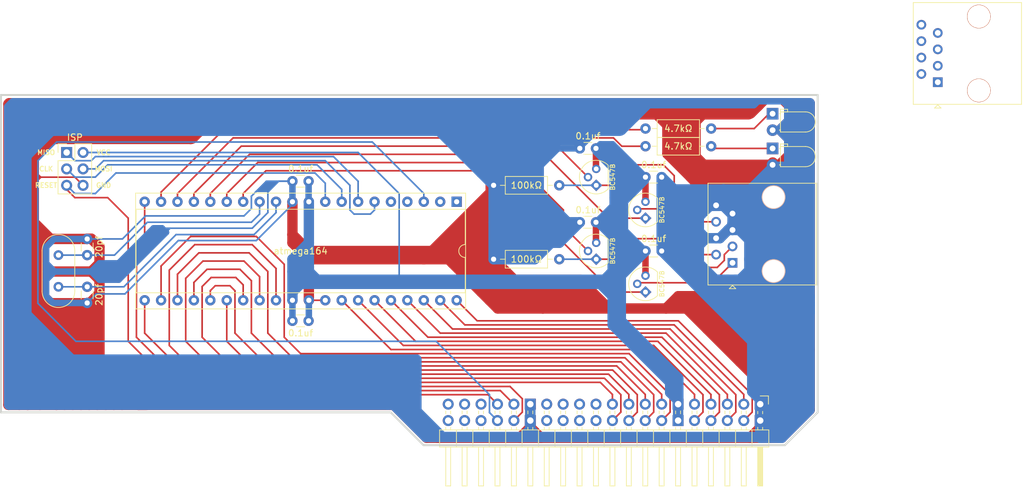
<source format=kicad_pcb>
(kicad_pcb (version 20171130) (host pcbnew "(5.1.10)-1")

  (general
    (thickness 1.6)
    (drawings 76)
    (tracks 844)
    (zones 0)
    (modules 24)
    (nets 1)
  )

  (page User 799.998 599.999)
  (layers
    (0 F.Cu signal)
    (31 B.Cu signal hide)
    (32 B.Adhes user hide)
    (33 F.Adhes user hide)
    (34 B.Paste user hide)
    (35 F.Paste user hide)
    (36 B.SilkS user hide)
    (37 F.SilkS user hide)
    (38 B.Mask user hide)
    (39 F.Mask user hide)
    (40 Dwgs.User user)
    (41 Cmts.User user hide)
    (42 Eco1.User user hide)
    (43 Eco2.User user hide)
    (44 Edge.Cuts user)
    (45 Margin user hide)
    (46 B.CrtYd user hide)
    (47 F.CrtYd user hide)
    (48 B.Fab user hide)
    (49 F.Fab user hide)
  )

  (setup
    (last_trace_width 0.25)
    (user_trace_width 1)
    (user_trace_width 1.6)
    (user_trace_width 2.5)
    (user_trace_width 6.5)
    (trace_clearance 0.2)
    (zone_clearance 0.508)
    (zone_45_only yes)
    (trace_min 0.2)
    (via_size 0.8)
    (via_drill 0.4)
    (via_min_size 0.4)
    (via_min_drill 0.3)
    (user_via 0.54 0.3)
    (user_via 1.2 0.7)
    (user_via 1.5 0.9)
    (uvia_size 0.3)
    (uvia_drill 0.1)
    (uvias_allowed no)
    (uvia_min_size 0.2)
    (uvia_min_drill 0.1)
    (edge_width 0.05)
    (segment_width 0.2)
    (pcb_text_width 0.3)
    (pcb_text_size 1.5 1.5)
    (mod_edge_width 0.12)
    (mod_text_size 1 1)
    (mod_text_width 0.15)
    (pad_size 1.3 1.3)
    (pad_drill 0.75)
    (pad_to_mask_clearance 0)
    (aux_axis_origin 0 0)
    (visible_elements 7FFFE7FF)
    (pcbplotparams
      (layerselection 0x010f0_ffffffff)
      (usegerberextensions false)
      (usegerberattributes true)
      (usegerberadvancedattributes true)
      (creategerberjobfile true)
      (excludeedgelayer true)
      (linewidth 0.100000)
      (plotframeref false)
      (viasonmask false)
      (mode 1)
      (useauxorigin false)
      (hpglpennumber 1)
      (hpglpenspeed 20)
      (hpglpendiameter 15.000000)
      (psnegative false)
      (psa4output false)
      (plotreference true)
      (plotvalue true)
      (plotinvisibletext false)
      (padsonsilk false)
      (subtractmaskfromsilk false)
      (outputformat 1)
      (mirror false)
      (drillshape 0)
      (scaleselection 1)
      (outputdirectory "network/"))
  )

  (net 0 "")

  (net_class Default "This is the default net class."
    (clearance 0.2)
    (trace_width 0.25)
    (via_dia 0.8)
    (via_drill 0.4)
    (uvia_dia 0.3)
    (uvia_drill 0.1)
  )

  (module Connector_RJ:RJ45_OST_PJ012-8P8CX_Vertical (layer F.Cu) (tedit 5C214F77) (tstamp 62C0ECB1)
    (at 494.02746 259.98678 90)
    (descr "RJ45 vertical connector https://www.on-shore.com/wp-content/uploads/PJ012-8P8CX.pdf")
    (tags "RJ45 PJ012")
    (fp_text reference RJ45 (at -5.7912 9.398 unlocked) (layer F.Mask)
      (effects (font (size 1.5 1.5) (thickness 0.25)))
    )
    (fp_text value RJ45_OST_PJ012-8P8CX_Vertical (at 4.59 2.54 90) (layer F.Fab)
      (effects (font (size 1 1) (thickness 0.15)))
    )
    (fp_line (start -3.305 -3.67) (end -3.305 12.83) (layer F.Fab) (width 0.1))
    (fp_line (start 12.195 12.83) (end -3.305 12.83) (layer F.Fab) (width 0.1))
    (fp_line (start 12.195 -3.67) (end 12.195 12.83) (layer F.Fab) (width 0.1))
    (fp_line (start 12.195 -3.67) (end -3.305 -3.67) (layer F.Fab) (width 0.1))
    (fp_line (start -3.8 13.33) (end 12.69 13.33) (layer F.CrtYd) (width 0.05))
    (fp_line (start 12.69 -4.17) (end 12.69 13.33) (layer F.CrtYd) (width 0.05))
    (fp_line (start 12.31 12.95) (end -3.42 12.95) (layer F.SilkS) (width 0.12))
    (fp_line (start 12.31 -3.79) (end 12.31 12.95) (layer F.SilkS) (width 0.12))
    (fp_line (start -3.8 -4.17) (end -3.8 13.33) (layer F.CrtYd) (width 0.05))
    (fp_line (start -3.8 -4.17) (end 12.69 -4.17) (layer F.CrtYd) (width 0.05))
    (fp_line (start -3.42 -3.79) (end -3.42 12.95) (layer F.SilkS) (width 0.12))
    (fp_line (start 12.3 -3.79) (end -3.42 -3.79) (layer F.SilkS) (width 0.12))
    (fp_line (start -3.5 0) (end -4 -0.5) (layer F.SilkS) (width 0.12))
    (fp_line (start -4 -0.5) (end -4 0.5) (layer F.SilkS) (width 0.12))
    (fp_line (start -4 0.5) (end -3.5 0) (layer F.SilkS) (width 0.12))
    (fp_line (start -3.5 0) (end -4 -0.5) (layer F.Fab) (width 0.12))
    (fp_line (start -4 -0.5) (end -4 0.5) (layer F.Fab) (width 0.12))
    (fp_line (start -4 0.5) (end -3.5 0) (layer F.Fab) (width 0.12))
    (fp_text user %R (at 4.7 6.35 90) (layer F.Fab)
      (effects (font (size 1 1) (thickness 0.15)))
    )
    (pad 8 thru_hole circle (at 8.89 -2.54 90) (size 1.5 1.5) (drill 0.9) (layers *.Cu *.Mask))
    (pad 7 thru_hole circle (at 7.62 0 90) (size 1.5 1.5) (drill 0.9) (layers *.Cu *.Mask))
    (pad 6 thru_hole circle (at 6.35 -2.54 90) (size 1.5 1.5) (drill 0.9) (layers *.Cu *.Mask))
    (pad 5 thru_hole circle (at 5.08 0 90) (size 1.5 1.5) (drill 0.9) (layers *.Cu *.Mask))
    (pad 4 thru_hole circle (at 3.81 -2.54 90) (size 1.5 1.5) (drill 0.9) (layers *.Cu *.Mask))
    (pad 3 thru_hole circle (at 2.54 0 90) (size 1.5 1.5) (drill 0.9) (layers *.Cu *.Mask))
    (pad 2 thru_hole circle (at 1.27 -2.54 90) (size 1.5 1.5) (drill 0.9) (layers *.Cu *.Mask))
    (pad 1 thru_hole rect (at 0 0 90) (size 1.5 1.5) (drill 0.9) (layers *.Cu *.Mask))
    (pad "" np_thru_hole circle (at -1.27 6.35 90) (size 3.65 3.65) (drill 3.45) (layers *.Cu *.SilkS *.Mask))
    (pad "" np_thru_hole circle (at 10.16 6.35 90) (size 3.65 3.65) (drill 3.45) (layers *.Cu *.SilkS *.Mask))
    (model ${KISYS3DMOD}/Connector_RJ.3dshapes/RJ45_OST_PJ012-8P8CX_Vertical.wrl
      (at (xyz 0 0 0))
      (scale (xyz 1 1 1))
      (rotate (xyz 0 0 0))
    )
  )

  (module LED_THT:LED_D3.0mm_Horizontal_O1.27mm_Z6.0mm (layer F.Cu) (tedit 5880A862) (tstamp 62B93043)
    (at 468.47506 272.7706 90)
    (descr "LED, diameter 3.0mm z-position of LED center 2.0mm, 2 pins, diameter 3.0mm z-position of LED center 2.0mm, 2 pins, diameter 3.0mm z-position of LED center 2.0mm, 2 pins, diameter 3.0mm z-position of LED center 6.0mm, 2 pins")
    (tags "LED diameter 3.0mm z-position of LED center 2.0mm 2 pins diameter 3.0mm z-position of LED center 2.0mm 2 pins diameter 3.0mm z-position of LED center 2.0mm 2 pins diameter 3.0mm z-position of LED center 6.0mm 2 pins")
    (fp_text reference TX (at -1.5494 4.59994 180) (layer F.Mask)
      (effects (font (size 1.5 1.5) (thickness 0.25)))
    )
    (fp_text value LED_D3.0mm_Horizontal_O1.27mm_Z6.0mm (at 1.27 7.63 90) (layer F.Fab)
      (effects (font (size 1 1) (thickness 0.15)))
    )
    (fp_line (start -0.23 1.27) (end -0.23 5.07) (layer F.Fab) (width 0.1))
    (fp_line (start 2.77 1.27) (end 2.77 5.07) (layer F.Fab) (width 0.1))
    (fp_line (start -0.23 1.27) (end 2.77 1.27) (layer F.Fab) (width 0.1))
    (fp_line (start 3.17 1.27) (end 3.17 2.27) (layer F.Fab) (width 0.1))
    (fp_line (start 3.17 2.27) (end 2.77 2.27) (layer F.Fab) (width 0.1))
    (fp_line (start 2.77 2.27) (end 2.77 1.27) (layer F.Fab) (width 0.1))
    (fp_line (start 2.77 1.27) (end 3.17 1.27) (layer F.Fab) (width 0.1))
    (fp_line (start 0 0) (end 0 1.27) (layer F.Fab) (width 0.1))
    (fp_line (start 0 1.27) (end 0 1.27) (layer F.Fab) (width 0.1))
    (fp_line (start 0 1.27) (end 0 0) (layer F.Fab) (width 0.1))
    (fp_line (start 0 0) (end 0 0) (layer F.Fab) (width 0.1))
    (fp_line (start 2.54 0) (end 2.54 1.27) (layer F.Fab) (width 0.1))
    (fp_line (start 2.54 1.27) (end 2.54 1.27) (layer F.Fab) (width 0.1))
    (fp_line (start 2.54 1.27) (end 2.54 0) (layer F.Fab) (width 0.1))
    (fp_line (start 2.54 0) (end 2.54 0) (layer F.Fab) (width 0.1))
    (fp_line (start -0.29 1.21) (end -0.29 5.07) (layer F.SilkS) (width 0.12))
    (fp_line (start 2.83 1.21) (end 2.83 5.07) (layer F.SilkS) (width 0.12))
    (fp_line (start -0.29 1.21) (end 2.83 1.21) (layer F.SilkS) (width 0.12))
    (fp_line (start 3.23 1.21) (end 3.23 2.33) (layer F.SilkS) (width 0.12))
    (fp_line (start 3.23 2.33) (end 2.83 2.33) (layer F.SilkS) (width 0.12))
    (fp_line (start 2.83 2.33) (end 2.83 1.21) (layer F.SilkS) (width 0.12))
    (fp_line (start 2.83 1.21) (end 3.23 1.21) (layer F.SilkS) (width 0.12))
    (fp_line (start 0 1.08) (end 0 1.21) (layer F.SilkS) (width 0.12))
    (fp_line (start 0 1.21) (end 0 1.21) (layer F.SilkS) (width 0.12))
    (fp_line (start 0 1.21) (end 0 1.08) (layer F.SilkS) (width 0.12))
    (fp_line (start 0 1.08) (end 0 1.08) (layer F.SilkS) (width 0.12))
    (fp_line (start 2.54 1.08) (end 2.54 1.21) (layer F.SilkS) (width 0.12))
    (fp_line (start 2.54 1.21) (end 2.54 1.21) (layer F.SilkS) (width 0.12))
    (fp_line (start 2.54 1.21) (end 2.54 1.08) (layer F.SilkS) (width 0.12))
    (fp_line (start 2.54 1.08) (end 2.54 1.08) (layer F.SilkS) (width 0.12))
    (fp_line (start -1.25 -1.25) (end -1.25 6.9) (layer F.CrtYd) (width 0.05))
    (fp_line (start -1.25 6.9) (end 3.75 6.9) (layer F.CrtYd) (width 0.05))
    (fp_line (start 3.75 6.9) (end 3.75 -1.25) (layer F.CrtYd) (width 0.05))
    (fp_line (start 3.75 -1.25) (end -1.25 -1.25) (layer F.CrtYd) (width 0.05))
    (fp_arc (start 1.27 5.07) (end -0.29 5.07) (angle -180) (layer F.SilkS) (width 0.12))
    (fp_arc (start 1.27 5.07) (end -0.23 5.07) (angle -180) (layer F.Fab) (width 0.1))
    (pad 2 thru_hole circle (at 0 0 90) (size 1.8 1.8) (drill 0.9) (layers *.Cu *.Mask))
    (pad 1 thru_hole rect (at 2.54 0 90) (size 1.8 1.8) (drill 0.9) (layers *.Cu *.Mask))
    (model ${KISYS3DMOD}/LED_THT.3dshapes/LED_D3.0mm_Horizontal_O1.27mm_Z6.0mm.wrl
      (at (xyz 0 0 0))
      (scale (xyz 1 1 1))
      (rotate (xyz 0 0 0))
    )
  )

  (module Resistor_THT:R_Axial_DIN0207_L6.3mm_D2.5mm_P10.16mm_Horizontal (layer F.Cu) (tedit 5AE5139B) (tstamp 62B92D3B)
    (at 458.97546 267.1572 180)
    (descr "Resistor, Axial_DIN0207 series, Axial, Horizontal, pin pitch=10.16mm, 0.25W = 1/4W, length*diameter=6.3*2.5mm^2, http://cdn-reichelt.de/documents/datenblatt/B400/1_4W%23YAG.pdf")
    (tags "Resistor Axial_DIN0207 series Axial Horizontal pin pitch 10.16mm 0.25W = 1/4W length 6.3mm diameter 2.5mm")
    (fp_text reference 4.7kΩ (at 5.08 0) (layer F.SilkS)
      (effects (font (size 1 1) (thickness 0.15)))
    )
    (fp_text value R_Axial_DIN0207_L6.3mm_D2.5mm_P10.16mm_Horizontal (at 5.08 2.37) (layer F.Fab)
      (effects (font (size 1 1) (thickness 0.15)))
    )
    (fp_line (start 1.93 -1.25) (end 1.93 1.25) (layer F.Fab) (width 0.1))
    (fp_line (start 1.93 1.25) (end 8.23 1.25) (layer F.Fab) (width 0.1))
    (fp_line (start 8.23 1.25) (end 8.23 -1.25) (layer F.Fab) (width 0.1))
    (fp_line (start 8.23 -1.25) (end 1.93 -1.25) (layer F.Fab) (width 0.1))
    (fp_line (start 0 0) (end 1.93 0) (layer F.Fab) (width 0.1))
    (fp_line (start 10.16 0) (end 8.23 0) (layer F.Fab) (width 0.1))
    (fp_line (start 1.81 -1.37) (end 1.81 1.37) (layer F.SilkS) (width 0.12))
    (fp_line (start 1.81 1.37) (end 8.35 1.37) (layer F.SilkS) (width 0.12))
    (fp_line (start 8.35 1.37) (end 8.35 -1.37) (layer F.SilkS) (width 0.12))
    (fp_line (start 8.35 -1.37) (end 1.81 -1.37) (layer F.SilkS) (width 0.12))
    (fp_line (start 1.04 0) (end 1.81 0) (layer F.SilkS) (width 0.12))
    (fp_line (start 9.12 0) (end 8.35 0) (layer F.SilkS) (width 0.12))
    (fp_line (start -1.05 -1.5) (end -1.05 1.5) (layer F.CrtYd) (width 0.05))
    (fp_line (start -1.05 1.5) (end 11.21 1.5) (layer F.CrtYd) (width 0.05))
    (fp_line (start 11.21 1.5) (end 11.21 -1.5) (layer F.CrtYd) (width 0.05))
    (fp_line (start 11.21 -1.5) (end -1.05 -1.5) (layer F.CrtYd) (width 0.05))
    (fp_text user %R (at 5.08 0) (layer F.Fab)
      (effects (font (size 1 1) (thickness 0.15)))
    )
    (pad 2 thru_hole oval (at 10.16 0 180) (size 1.6 1.6) (drill 0.8) (layers *.Cu *.Mask))
    (pad 1 thru_hole circle (at 0 0 180) (size 1.6 1.6) (drill 0.8) (layers *.Cu *.Mask))
    (model ${KISYS3DMOD}/Resistor_THT.3dshapes/R_Axial_DIN0207_L6.3mm_D2.5mm_P10.16mm_Horizontal.wrl
      (at (xyz 0 0 0))
      (scale (xyz 1 1 1))
      (rotate (xyz 0 0 0))
    )
  )

  (module Connector_PinHeader_2.54mm:PinHeader_2x03_P2.54mm_Vertical (layer F.Cu) (tedit 59FED5CC) (tstamp 62B91CAA)
    (at 359.28046 270.85798)
    (descr "Through hole straight pin header, 2x03, 2.54mm pitch, double rows")
    (tags "Through hole pin header THT 2x03 2.54mm double row")
    (fp_text reference ISP (at 1.27 -2.33) (layer F.SilkS)
      (effects (font (size 1 1) (thickness 0.15)))
    )
    (fp_text value PinHeader_2x03_P2.54mm_Vertical (at 1.27 7.41) (layer F.Fab)
      (effects (font (size 1 1) (thickness 0.15)))
    )
    (fp_line (start 0 -1.27) (end 3.81 -1.27) (layer F.Fab) (width 0.1))
    (fp_line (start 3.81 -1.27) (end 3.81 6.35) (layer F.Fab) (width 0.1))
    (fp_line (start 3.81 6.35) (end -1.27 6.35) (layer F.Fab) (width 0.1))
    (fp_line (start -1.27 6.35) (end -1.27 0) (layer F.Fab) (width 0.1))
    (fp_line (start -1.27 0) (end 0 -1.27) (layer F.Fab) (width 0.1))
    (fp_line (start -1.33 6.41) (end 3.87 6.41) (layer F.SilkS) (width 0.12))
    (fp_line (start -1.33 1.27) (end -1.33 6.41) (layer F.SilkS) (width 0.12))
    (fp_line (start 3.87 -1.33) (end 3.87 6.41) (layer F.SilkS) (width 0.12))
    (fp_line (start -1.33 1.27) (end 1.27 1.27) (layer F.SilkS) (width 0.12))
    (fp_line (start 1.27 1.27) (end 1.27 -1.33) (layer F.SilkS) (width 0.12))
    (fp_line (start 1.27 -1.33) (end 3.87 -1.33) (layer F.SilkS) (width 0.12))
    (fp_line (start -1.33 0) (end -1.33 -1.33) (layer F.SilkS) (width 0.12))
    (fp_line (start -1.33 -1.33) (end 0 -1.33) (layer F.SilkS) (width 0.12))
    (fp_line (start -1.8 -1.8) (end -1.8 6.85) (layer F.CrtYd) (width 0.05))
    (fp_line (start -1.8 6.85) (end 4.35 6.85) (layer F.CrtYd) (width 0.05))
    (fp_line (start 4.35 6.85) (end 4.35 -1.8) (layer F.CrtYd) (width 0.05))
    (fp_line (start 4.35 -1.8) (end -1.8 -1.8) (layer F.CrtYd) (width 0.05))
    (fp_text user %R (at 1.27 2.54 90) (layer F.Fab)
      (effects (font (size 1 1) (thickness 0.15)))
    )
    (pad 1 thru_hole rect (at 0 0) (size 1.7 1.7) (drill 1) (layers *.Cu *.Mask))
    (pad 2 thru_hole oval (at 2.54 0) (size 1.7 1.7) (drill 1) (layers *.Cu *.Mask))
    (pad 3 thru_hole oval (at 0 2.54) (size 1.7 1.7) (drill 1) (layers *.Cu *.Mask))
    (pad 4 thru_hole oval (at 2.54 2.54) (size 1.7 1.7) (drill 1) (layers *.Cu *.Mask))
    (pad 5 thru_hole oval (at 0 5.08) (size 1.7 1.7) (drill 1) (layers *.Cu *.Mask))
    (pad 6 thru_hole oval (at 2.54 5.08) (size 1.7 1.7) (drill 1) (layers *.Cu *.Mask))
    (model ${KISYS3DMOD}/Connector_PinHeader_2.54mm.3dshapes/PinHeader_2x03_P2.54mm_Vertical.wrl
      (at (xyz 0 0 0))
      (scale (xyz 1 1 1))
      (rotate (xyz 0 0 0))
    )
  )

  (module Resistor_THT:R_Axial_DIN0207_L6.3mm_D2.5mm_P10.16mm_Horizontal (layer F.Cu) (tedit 5AE5139B) (tstamp 62B91C94)
    (at 458.97546 269.89278 180)
    (descr "Resistor, Axial_DIN0207 series, Axial, Horizontal, pin pitch=10.16mm, 0.25W = 1/4W, length*diameter=6.3*2.5mm^2, http://cdn-reichelt.de/documents/datenblatt/B400/1_4W%23YAG.pdf")
    (tags "Resistor Axial_DIN0207 series Axial Horizontal pin pitch 10.16mm 0.25W = 1/4W length 6.3mm diameter 2.5mm")
    (fp_text reference 4.7kΩ (at 5.08 0) (layer F.SilkS)
      (effects (font (size 1 1) (thickness 0.15)))
    )
    (fp_text value R_Axial_DIN0207_L6.3mm_D2.5mm_P10.16mm_Horizontal (at 5.08 2.37) (layer F.Fab)
      (effects (font (size 1 1) (thickness 0.15)))
    )
    (fp_line (start 1.93 -1.25) (end 1.93 1.25) (layer F.Fab) (width 0.1))
    (fp_line (start 1.93 1.25) (end 8.23 1.25) (layer F.Fab) (width 0.1))
    (fp_line (start 8.23 1.25) (end 8.23 -1.25) (layer F.Fab) (width 0.1))
    (fp_line (start 8.23 -1.25) (end 1.93 -1.25) (layer F.Fab) (width 0.1))
    (fp_line (start 0 0) (end 1.93 0) (layer F.Fab) (width 0.1))
    (fp_line (start 10.16 0) (end 8.23 0) (layer F.Fab) (width 0.1))
    (fp_line (start 1.81 -1.37) (end 1.81 1.37) (layer F.SilkS) (width 0.12))
    (fp_line (start 1.81 1.37) (end 8.35 1.37) (layer F.SilkS) (width 0.12))
    (fp_line (start 8.35 1.37) (end 8.35 -1.37) (layer F.SilkS) (width 0.12))
    (fp_line (start 8.35 -1.37) (end 1.81 -1.37) (layer F.SilkS) (width 0.12))
    (fp_line (start 1.04 0) (end 1.81 0) (layer F.SilkS) (width 0.12))
    (fp_line (start 9.12 0) (end 8.35 0) (layer F.SilkS) (width 0.12))
    (fp_line (start -1.05 -1.5) (end -1.05 1.5) (layer F.CrtYd) (width 0.05))
    (fp_line (start -1.05 1.5) (end 11.21 1.5) (layer F.CrtYd) (width 0.05))
    (fp_line (start 11.21 1.5) (end 11.21 -1.5) (layer F.CrtYd) (width 0.05))
    (fp_line (start 11.21 -1.5) (end -1.05 -1.5) (layer F.CrtYd) (width 0.05))
    (fp_text user %R (at 5.08 0) (layer F.Fab)
      (effects (font (size 1 1) (thickness 0.15)))
    )
    (pad 1 thru_hole circle (at 0 0 180) (size 1.6 1.6) (drill 0.8) (layers *.Cu *.Mask))
    (pad 2 thru_hole oval (at 10.16 0 180) (size 1.6 1.6) (drill 0.8) (layers *.Cu *.Mask))
    (model ${KISYS3DMOD}/Resistor_THT.3dshapes/R_Axial_DIN0207_L6.3mm_D2.5mm_P10.16mm_Horizontal.wrl
      (at (xyz 0 0 0))
      (scale (xyz 1 1 1))
      (rotate (xyz 0 0 0))
    )
  )

  (module Capacitor_THT:C_Disc_D3.0mm_W1.6mm_P2.50mm (layer F.Cu) (tedit 5AE50EF0) (tstamp 62B91C84)
    (at 362.45546 286.73298 90)
    (descr "C, Disc series, Radial, pin pitch=2.50mm, , diameter*width=3.0*1.6mm^2, Capacitor, http://www.vishay.com/docs/45233/krseries.pdf")
    (tags "C Disc series Radial pin pitch 2.50mm  diameter 3.0mm width 1.6mm Capacitor")
    (fp_text reference 20pf (at 1.27 1.8542 90) (layer F.SilkS)
      (effects (font (size 1 1) (thickness 0.15)))
    )
    (fp_text value C_Disc_D3.0mm_W1.6mm_P2.50mm (at 1.25 2.05 90) (layer F.Fab)
      (effects (font (size 1 1) (thickness 0.15)))
    )
    (fp_line (start 3.55 -1.05) (end -1.05 -1.05) (layer F.CrtYd) (width 0.05))
    (fp_line (start 3.55 1.05) (end 3.55 -1.05) (layer F.CrtYd) (width 0.05))
    (fp_line (start -1.05 1.05) (end 3.55 1.05) (layer F.CrtYd) (width 0.05))
    (fp_line (start -1.05 -1.05) (end -1.05 1.05) (layer F.CrtYd) (width 0.05))
    (fp_line (start 0.621 0.92) (end 1.879 0.92) (layer F.SilkS) (width 0.12))
    (fp_line (start 0.621 -0.92) (end 1.879 -0.92) (layer F.SilkS) (width 0.12))
    (fp_line (start 2.75 -0.8) (end -0.25 -0.8) (layer F.Fab) (width 0.1))
    (fp_line (start 2.75 0.8) (end 2.75 -0.8) (layer F.Fab) (width 0.1))
    (fp_line (start -0.25 0.8) (end 2.75 0.8) (layer F.Fab) (width 0.1))
    (fp_line (start -0.25 -0.8) (end -0.25 0.8) (layer F.Fab) (width 0.1))
    (fp_text user %R (at 1.25 0 90) (layer F.Fab)
      (effects (font (size 0.6 0.6) (thickness 0.09)))
    )
    (pad 2 thru_hole circle (at 2.5 0 90) (size 1.6 1.6) (drill 0.8) (layers *.Cu *.Mask))
    (pad 1 thru_hole circle (at 0 0 90) (size 1.6 1.6) (drill 0.8) (layers *.Cu *.Mask))
    (model ${KISYS3DMOD}/Capacitor_THT.3dshapes/C_Disc_D3.0mm_W1.6mm_P2.50mm.wrl
      (at (xyz 0 0 0))
      (scale (xyz 1 1 1))
      (rotate (xyz 0 0 0))
    )
  )

  (module Crystal:Crystal_HC18-U_Vertical (layer F.Cu) (tedit 5A1AD3B7) (tstamp 62B91C6E)
    (at 358.01046 286.73298 270)
    (descr "Crystal THT HC-18/U, http://5hertz.com/pdfs/04404_D.pdf")
    (tags "THT crystalHC-18/U")
    (fp_text reference " " (at 0 0 180) (layer F.SilkS) hide
      (effects (font (size 1 1) (thickness 0.15)))
    )
    (fp_text value Crystal_HC18-U_Vertical (at 2.45 3.525 90) (layer F.Fab)
      (effects (font (size 1 1) (thickness 0.15)))
    )
    (fp_line (start 8.4 -2.8) (end -3.5 -2.8) (layer F.CrtYd) (width 0.05))
    (fp_line (start 8.4 2.8) (end 8.4 -2.8) (layer F.CrtYd) (width 0.05))
    (fp_line (start -3.5 2.8) (end 8.4 2.8) (layer F.CrtYd) (width 0.05))
    (fp_line (start -3.5 -2.8) (end -3.5 2.8) (layer F.CrtYd) (width 0.05))
    (fp_line (start -0.675 2.525) (end 5.575 2.525) (layer F.SilkS) (width 0.12))
    (fp_line (start -0.675 -2.525) (end 5.575 -2.525) (layer F.SilkS) (width 0.12))
    (fp_line (start -0.55 2) (end 5.45 2) (layer F.Fab) (width 0.1))
    (fp_line (start -0.55 -2) (end 5.45 -2) (layer F.Fab) (width 0.1))
    (fp_line (start -0.675 2.325) (end 5.575 2.325) (layer F.Fab) (width 0.1))
    (fp_line (start -0.675 -2.325) (end 5.575 -2.325) (layer F.Fab) (width 0.1))
    (fp_arc (start 5.575 0) (end 5.575 -2.525) (angle 180) (layer F.SilkS) (width 0.12))
    (fp_arc (start -0.675 0) (end -0.675 -2.525) (angle -180) (layer F.SilkS) (width 0.12))
    (fp_arc (start 5.45 0) (end 5.45 -2) (angle 180) (layer F.Fab) (width 0.1))
    (fp_arc (start -0.55 0) (end -0.55 -2) (angle -180) (layer F.Fab) (width 0.1))
    (fp_arc (start 5.575 0) (end 5.575 -2.325) (angle 180) (layer F.Fab) (width 0.1))
    (fp_arc (start -0.675 0) (end -0.675 -2.325) (angle -180) (layer F.Fab) (width 0.1))
    (fp_text user %R (at 2.45 0 90) (layer F.Fab)
      (effects (font (size 1 1) (thickness 0.15)))
    )
    (pad 2 thru_hole circle (at 4.9 0 270) (size 1.5 1.5) (drill 0.8) (layers *.Cu *.Mask))
    (pad 1 thru_hole circle (at 0 0 270) (size 1.5 1.5) (drill 0.8) (layers *.Cu *.Mask))
    (model ${KISYS3DMOD}/Crystal.3dshapes/Crystal_HC18-U_Vertical.wrl
      (at (xyz 0 0 0))
      (scale (xyz 1 1 1))
      (rotate (xyz 0 0 0))
    )
  )

  (module Capacitor_THT:C_Disc_D3.0mm_W1.6mm_P2.50mm (layer F.Cu) (tedit 5AE50EF0) (tstamp 62B91C5E)
    (at 362.45546 294.13518 90)
    (descr "C, Disc series, Radial, pin pitch=2.50mm, , diameter*width=3.0*1.6mm^2, Capacitor, http://www.vishay.com/docs/45233/krseries.pdf")
    (tags "C Disc series Radial pin pitch 2.50mm  diameter 3.0mm width 1.6mm Capacitor")
    (fp_text reference 20pf (at 1.27 1.8542 90) (layer F.SilkS)
      (effects (font (size 1 1) (thickness 0.15)))
    )
    (fp_text value C_Disc_D3.0mm_W1.6mm_P2.50mm (at 1.25 2.05 90) (layer F.Fab)
      (effects (font (size 1 1) (thickness 0.15)))
    )
    (fp_line (start 3.55 -1.05) (end -1.05 -1.05) (layer F.CrtYd) (width 0.05))
    (fp_line (start 3.55 1.05) (end 3.55 -1.05) (layer F.CrtYd) (width 0.05))
    (fp_line (start -1.05 1.05) (end 3.55 1.05) (layer F.CrtYd) (width 0.05))
    (fp_line (start -1.05 -1.05) (end -1.05 1.05) (layer F.CrtYd) (width 0.05))
    (fp_line (start 0.621 0.92) (end 1.879 0.92) (layer F.SilkS) (width 0.12))
    (fp_line (start 0.621 -0.92) (end 1.879 -0.92) (layer F.SilkS) (width 0.12))
    (fp_line (start 2.75 -0.8) (end -0.25 -0.8) (layer F.Fab) (width 0.1))
    (fp_line (start 2.75 0.8) (end 2.75 -0.8) (layer F.Fab) (width 0.1))
    (fp_line (start -0.25 0.8) (end 2.75 0.8) (layer F.Fab) (width 0.1))
    (fp_line (start -0.25 -0.8) (end -0.25 0.8) (layer F.Fab) (width 0.1))
    (fp_text user %R (at 1.25 0 90) (layer F.Fab)
      (effects (font (size 0.6 0.6) (thickness 0.09)))
    )
    (pad 1 thru_hole circle (at 0 0 90) (size 1.6 1.6) (drill 0.8) (layers *.Cu *.Mask))
    (pad 2 thru_hole circle (at 2.5 0 90) (size 1.6 1.6) (drill 0.8) (layers *.Cu *.Mask))
    (model ${KISYS3DMOD}/Capacitor_THT.3dshapes/C_Disc_D3.0mm_W1.6mm_P2.50mm.wrl
      (at (xyz 0 0 0))
      (scale (xyz 1 1 1))
      (rotate (xyz 0 0 0))
    )
  )

  (module Capacitor_THT:C_Disc_D3.0mm_W1.6mm_P2.50mm (layer F.Cu) (tedit 5AE50EF0) (tstamp 62B91C14)
    (at 448.81546 286.09798)
    (descr "C, Disc series, Radial, pin pitch=2.50mm, , diameter*width=3.0*1.6mm^2, Capacitor, http://www.vishay.com/docs/45233/krseries.pdf")
    (tags "C Disc series Radial pin pitch 2.50mm  diameter 3.0mm width 1.6mm Capacitor")
    (fp_text reference 0.1uf (at 1.27 -1.905 unlocked) (layer F.SilkS)
      (effects (font (size 1 1) (thickness 0.15)))
    )
    (fp_text value C_Disc_D3.0mm_W1.6mm_P2.50mm (at 1.25 2.05) (layer F.Fab)
      (effects (font (size 1 1) (thickness 0.15)))
    )
    (fp_line (start 3.55 -1.05) (end -1.05 -1.05) (layer F.CrtYd) (width 0.05))
    (fp_line (start 3.55 1.05) (end 3.55 -1.05) (layer F.CrtYd) (width 0.05))
    (fp_line (start -1.05 1.05) (end 3.55 1.05) (layer F.CrtYd) (width 0.05))
    (fp_line (start -1.05 -1.05) (end -1.05 1.05) (layer F.CrtYd) (width 0.05))
    (fp_line (start 0.621 0.92) (end 1.879 0.92) (layer F.SilkS) (width 0.12))
    (fp_line (start 0.621 -0.92) (end 1.879 -0.92) (layer F.SilkS) (width 0.12))
    (fp_line (start 2.75 -0.8) (end -0.25 -0.8) (layer F.Fab) (width 0.1))
    (fp_line (start 2.75 0.8) (end 2.75 -0.8) (layer F.Fab) (width 0.1))
    (fp_line (start -0.25 0.8) (end 2.75 0.8) (layer F.Fab) (width 0.1))
    (fp_line (start -0.25 -0.8) (end -0.25 0.8) (layer F.Fab) (width 0.1))
    (fp_text user %R (at 1.25 0) (layer F.Fab)
      (effects (font (size 0.6 0.6) (thickness 0.09)))
    )
    (pad 1 thru_hole circle (at 0 0) (size 1.6 1.6) (drill 0.8) (layers *.Cu *.Mask))
    (pad 2 thru_hole circle (at 2.5 0) (size 1.6 1.6) (drill 0.8) (layers *.Cu *.Mask))
    (model ${KISYS3DMOD}/Capacitor_THT.3dshapes/C_Disc_D3.0mm_W1.6mm_P2.50mm.wrl
      (at (xyz 0 0 0))
      (scale (xyz 1 1 1))
      (rotate (xyz 0 0 0))
    )
  )

  (module Capacitor_THT:C_Disc_D3.0mm_W1.6mm_P2.50mm (layer F.Cu) (tedit 5AE50EF0) (tstamp 62B91C04)
    (at 394.20546 275.30298)
    (descr "C, Disc series, Radial, pin pitch=2.50mm, , diameter*width=3.0*1.6mm^2, Capacitor, http://www.vishay.com/docs/45233/krseries.pdf")
    (tags "C Disc series Radial pin pitch 2.50mm  diameter 3.0mm width 1.6mm Capacitor")
    (fp_text reference 0.1uf (at 1.27 -1.905 unlocked) (layer F.SilkS)
      (effects (font (size 1 1) (thickness 0.15)))
    )
    (fp_text value C_Disc_D3.0mm_W1.6mm_P2.50mm (at 1.25 2.05) (layer F.Fab)
      (effects (font (size 1 1) (thickness 0.15)))
    )
    (fp_line (start 3.55 -1.05) (end -1.05 -1.05) (layer F.CrtYd) (width 0.05))
    (fp_line (start 3.55 1.05) (end 3.55 -1.05) (layer F.CrtYd) (width 0.05))
    (fp_line (start -1.05 1.05) (end 3.55 1.05) (layer F.CrtYd) (width 0.05))
    (fp_line (start -1.05 -1.05) (end -1.05 1.05) (layer F.CrtYd) (width 0.05))
    (fp_line (start 0.621 0.92) (end 1.879 0.92) (layer F.SilkS) (width 0.12))
    (fp_line (start 0.621 -0.92) (end 1.879 -0.92) (layer F.SilkS) (width 0.12))
    (fp_line (start 2.75 -0.8) (end -0.25 -0.8) (layer F.Fab) (width 0.1))
    (fp_line (start 2.75 0.8) (end 2.75 -0.8) (layer F.Fab) (width 0.1))
    (fp_line (start -0.25 0.8) (end 2.75 0.8) (layer F.Fab) (width 0.1))
    (fp_line (start -0.25 -0.8) (end -0.25 0.8) (layer F.Fab) (width 0.1))
    (fp_text user %R (at 1.25 0) (layer F.Fab)
      (effects (font (size 0.6 0.6) (thickness 0.09)))
    )
    (pad 1 thru_hole circle (at 0 0) (size 1.6 1.6) (drill 0.8) (layers *.Cu *.Mask))
    (pad 2 thru_hole circle (at 2.5 0) (size 1.6 1.6) (drill 0.8) (layers *.Cu *.Mask))
    (model ${KISYS3DMOD}/Capacitor_THT.3dshapes/C_Disc_D3.0mm_W1.6mm_P2.50mm.wrl
      (at (xyz 0 0 0))
      (scale (xyz 1 1 1))
      (rotate (xyz 0 0 0))
    )
  )

  (module Capacitor_THT:C_Disc_D3.0mm_W1.6mm_P2.50mm (layer F.Cu) (tedit 5AE50EF0) (tstamp 62B91BF4)
    (at 394.20546 296.89298)
    (descr "C, Disc series, Radial, pin pitch=2.50mm, , diameter*width=3.0*1.6mm^2, Capacitor, http://www.vishay.com/docs/45233/krseries.pdf")
    (tags "C Disc series Radial pin pitch 2.50mm  diameter 3.0mm width 1.6mm Capacitor")
    (fp_text reference 0.1uf (at 1.27 1.905 unlocked) (layer F.SilkS)
      (effects (font (size 1 1) (thickness 0.15)))
    )
    (fp_text value C_Disc_D3.0mm_W1.6mm_P2.50mm (at 1.25 2.05) (layer F.Fab)
      (effects (font (size 1 1) (thickness 0.15)))
    )
    (fp_line (start 3.55 -1.05) (end -1.05 -1.05) (layer F.CrtYd) (width 0.05))
    (fp_line (start 3.55 1.05) (end 3.55 -1.05) (layer F.CrtYd) (width 0.05))
    (fp_line (start -1.05 1.05) (end 3.55 1.05) (layer F.CrtYd) (width 0.05))
    (fp_line (start -1.05 -1.05) (end -1.05 1.05) (layer F.CrtYd) (width 0.05))
    (fp_line (start 0.621 0.92) (end 1.879 0.92) (layer F.SilkS) (width 0.12))
    (fp_line (start 0.621 -0.92) (end 1.879 -0.92) (layer F.SilkS) (width 0.12))
    (fp_line (start 2.75 -0.8) (end -0.25 -0.8) (layer F.Fab) (width 0.1))
    (fp_line (start 2.75 0.8) (end 2.75 -0.8) (layer F.Fab) (width 0.1))
    (fp_line (start -0.25 0.8) (end 2.75 0.8) (layer F.Fab) (width 0.1))
    (fp_line (start -0.25 -0.8) (end -0.25 0.8) (layer F.Fab) (width 0.1))
    (fp_text user %R (at 1.25 0) (layer F.Fab)
      (effects (font (size 0.6 0.6) (thickness 0.09)))
    )
    (pad 1 thru_hole circle (at 0 0) (size 1.6 1.6) (drill 0.8) (layers *.Cu *.Mask))
    (pad 2 thru_hole circle (at 2.5 0) (size 1.6 1.6) (drill 0.8) (layers *.Cu *.Mask))
    (model ${KISYS3DMOD}/Capacitor_THT.3dshapes/C_Disc_D3.0mm_W1.6mm_P2.50mm.wrl
      (at (xyz 0 0 0))
      (scale (xyz 1 1 1))
      (rotate (xyz 0 0 0))
    )
  )

  (module LED_THT:LED_D3.0mm_Horizontal_O1.27mm_Z6.0mm (layer F.Cu) (tedit 5880A862) (tstamp 62B91BCB)
    (at 468.47506 267.40358 90)
    (descr "LED, diameter 3.0mm z-position of LED center 2.0mm, 2 pins, diameter 3.0mm z-position of LED center 2.0mm, 2 pins, diameter 3.0mm z-position of LED center 2.0mm, 2 pins, diameter 3.0mm z-position of LED center 6.0mm, 2 pins")
    (tags "LED diameter 3.0mm z-position of LED center 2.0mm 2 pins diameter 3.0mm z-position of LED center 2.0mm 2 pins diameter 3.0mm z-position of LED center 2.0mm 2 pins diameter 3.0mm z-position of LED center 6.0mm 2 pins")
    (fp_text reference RX (at -1.50622 4.59994) (layer F.Mask)
      (effects (font (size 1.5 1.5) (thickness 0.25)))
    )
    (fp_text value LED_D3.0mm_Horizontal_O1.27mm_Z6.0mm (at 1.27 7.63 90) (layer F.Fab)
      (effects (font (size 1 1) (thickness 0.15)))
    )
    (fp_line (start 3.75 -1.25) (end -1.25 -1.25) (layer F.CrtYd) (width 0.05))
    (fp_line (start 3.75 6.9) (end 3.75 -1.25) (layer F.CrtYd) (width 0.05))
    (fp_line (start -1.25 6.9) (end 3.75 6.9) (layer F.CrtYd) (width 0.05))
    (fp_line (start -1.25 -1.25) (end -1.25 6.9) (layer F.CrtYd) (width 0.05))
    (fp_line (start 2.54 1.08) (end 2.54 1.08) (layer F.SilkS) (width 0.12))
    (fp_line (start 2.54 1.21) (end 2.54 1.08) (layer F.SilkS) (width 0.12))
    (fp_line (start 2.54 1.21) (end 2.54 1.21) (layer F.SilkS) (width 0.12))
    (fp_line (start 2.54 1.08) (end 2.54 1.21) (layer F.SilkS) (width 0.12))
    (fp_line (start 0 1.08) (end 0 1.08) (layer F.SilkS) (width 0.12))
    (fp_line (start 0 1.21) (end 0 1.08) (layer F.SilkS) (width 0.12))
    (fp_line (start 0 1.21) (end 0 1.21) (layer F.SilkS) (width 0.12))
    (fp_line (start 0 1.08) (end 0 1.21) (layer F.SilkS) (width 0.12))
    (fp_line (start 2.83 1.21) (end 3.23 1.21) (layer F.SilkS) (width 0.12))
    (fp_line (start 2.83 2.33) (end 2.83 1.21) (layer F.SilkS) (width 0.12))
    (fp_line (start 3.23 2.33) (end 2.83 2.33) (layer F.SilkS) (width 0.12))
    (fp_line (start 3.23 1.21) (end 3.23 2.33) (layer F.SilkS) (width 0.12))
    (fp_line (start -0.29 1.21) (end 2.83 1.21) (layer F.SilkS) (width 0.12))
    (fp_line (start 2.83 1.21) (end 2.83 5.07) (layer F.SilkS) (width 0.12))
    (fp_line (start -0.29 1.21) (end -0.29 5.07) (layer F.SilkS) (width 0.12))
    (fp_line (start 2.54 0) (end 2.54 0) (layer F.Fab) (width 0.1))
    (fp_line (start 2.54 1.27) (end 2.54 0) (layer F.Fab) (width 0.1))
    (fp_line (start 2.54 1.27) (end 2.54 1.27) (layer F.Fab) (width 0.1))
    (fp_line (start 2.54 0) (end 2.54 1.27) (layer F.Fab) (width 0.1))
    (fp_line (start 0 0) (end 0 0) (layer F.Fab) (width 0.1))
    (fp_line (start 0 1.27) (end 0 0) (layer F.Fab) (width 0.1))
    (fp_line (start 0 1.27) (end 0 1.27) (layer F.Fab) (width 0.1))
    (fp_line (start 0 0) (end 0 1.27) (layer F.Fab) (width 0.1))
    (fp_line (start 2.77 1.27) (end 3.17 1.27) (layer F.Fab) (width 0.1))
    (fp_line (start 2.77 2.27) (end 2.77 1.27) (layer F.Fab) (width 0.1))
    (fp_line (start 3.17 2.27) (end 2.77 2.27) (layer F.Fab) (width 0.1))
    (fp_line (start 3.17 1.27) (end 3.17 2.27) (layer F.Fab) (width 0.1))
    (fp_line (start -0.23 1.27) (end 2.77 1.27) (layer F.Fab) (width 0.1))
    (fp_line (start 2.77 1.27) (end 2.77 5.07) (layer F.Fab) (width 0.1))
    (fp_line (start -0.23 1.27) (end -0.23 5.07) (layer F.Fab) (width 0.1))
    (fp_arc (start 1.27 5.07) (end -0.29 5.07) (angle -180) (layer F.SilkS) (width 0.12))
    (fp_arc (start 1.27 5.07) (end -0.23 5.07) (angle -180) (layer F.Fab) (width 0.1))
    (pad 2 thru_hole circle (at 0 0 90) (size 1.8 1.8) (drill 0.9) (layers *.Cu *.Mask))
    (pad 1 thru_hole rect (at 2.54 0 90) (size 1.8 1.8) (drill 0.9) (layers *.Cu *.Mask))
    (model ${KISYS3DMOD}/LED_THT.3dshapes/LED_D3.0mm_Horizontal_O1.27mm_Z6.0mm.wrl
      (at (xyz 0 0 0))
      (scale (xyz 1 1 1))
      (rotate (xyz 0 0 0))
    )
  )

  (module Connector_PinHeader_2.54mm:PinHeader_2x20_P2.54mm_Horizontal (layer F.Cu) (tedit 60E665D3) (tstamp 62B91A73)
    (at 466.5599 309.78602 270)
    (descr "Through hole angled pin header, 2x20, 2.54mm pitch, 6mm pin length, double rows")
    (tags "Through hole angled pin header THT 2x20 2.54mm double row")
    (fp_text reference "20pin conn." (at 4.88696 21.55444) (layer Dwgs.User) hide
      (effects (font (size 1 1) (thickness 0.15)))
    )
    (fp_text value PinHeader_2x20_P2.54mm_Horizontal (at 5.655 50.53 270) (layer F.Fab)
      (effects (font (size 1 1) (thickness 0.15)))
    )
    (fp_line (start 4.675 -1.27) (end 6.58 -1.27) (layer F.Fab) (width 0.1))
    (fp_line (start 6.58 -1.27) (end 6.58 49.53) (layer F.Fab) (width 0.1))
    (fp_line (start 6.58 49.53) (end 4.04 49.53) (layer F.Fab) (width 0.1))
    (fp_line (start 4.04 49.53) (end 4.04 -0.635) (layer F.Fab) (width 0.1))
    (fp_line (start 4.04 -0.635) (end 4.675 -1.27) (layer F.Fab) (width 0.1))
    (fp_line (start -0.32 -0.32) (end 4.04 -0.32) (layer F.Fab) (width 0.1))
    (fp_line (start -0.32 -0.32) (end -0.32 0.32) (layer F.Fab) (width 0.1))
    (fp_line (start -0.32 0.32) (end 4.04 0.32) (layer F.Fab) (width 0.1))
    (fp_line (start 6.58 -0.32) (end 12.58 -0.32) (layer F.Fab) (width 0.1))
    (fp_line (start 12.58 -0.32) (end 12.58 0.32) (layer F.Fab) (width 0.1))
    (fp_line (start 6.58 0.32) (end 12.58 0.32) (layer F.Fab) (width 0.1))
    (fp_line (start -0.32 2.22) (end 4.04 2.22) (layer F.Fab) (width 0.1))
    (fp_line (start -0.32 2.22) (end -0.32 2.86) (layer F.Fab) (width 0.1))
    (fp_line (start -0.32 2.86) (end 4.04 2.86) (layer F.Fab) (width 0.1))
    (fp_line (start 6.58 2.22) (end 12.58 2.22) (layer F.Fab) (width 0.1))
    (fp_line (start 12.58 2.22) (end 12.58 2.86) (layer F.Fab) (width 0.1))
    (fp_line (start 6.58 2.86) (end 12.58 2.86) (layer F.Fab) (width 0.1))
    (fp_line (start -0.32 4.76) (end 4.04 4.76) (layer F.Fab) (width 0.1))
    (fp_line (start -0.32 4.76) (end -0.32 5.4) (layer F.Fab) (width 0.1))
    (fp_line (start -0.32 5.4) (end 4.04 5.4) (layer F.Fab) (width 0.1))
    (fp_line (start 6.58 4.76) (end 12.58 4.76) (layer F.Fab) (width 0.1))
    (fp_line (start 12.58 4.76) (end 12.58 5.4) (layer F.Fab) (width 0.1))
    (fp_line (start 6.58 5.4) (end 12.58 5.4) (layer F.Fab) (width 0.1))
    (fp_line (start -0.32 7.3) (end 4.04 7.3) (layer F.Fab) (width 0.1))
    (fp_line (start -0.32 7.3) (end -0.32 7.94) (layer F.Fab) (width 0.1))
    (fp_line (start -0.32 7.94) (end 4.04 7.94) (layer F.Fab) (width 0.1))
    (fp_line (start 6.58 7.3) (end 12.58 7.3) (layer F.Fab) (width 0.1))
    (fp_line (start 12.58 7.3) (end 12.58 7.94) (layer F.Fab) (width 0.1))
    (fp_line (start 6.58 7.94) (end 12.58 7.94) (layer F.Fab) (width 0.1))
    (fp_line (start -0.32 9.84) (end 4.04 9.84) (layer F.Fab) (width 0.1))
    (fp_line (start -0.32 9.84) (end -0.32 10.48) (layer F.Fab) (width 0.1))
    (fp_line (start -0.32 10.48) (end 4.04 10.48) (layer F.Fab) (width 0.1))
    (fp_line (start 6.58 9.84) (end 12.58 9.84) (layer F.Fab) (width 0.1))
    (fp_line (start 12.58 9.84) (end 12.58 10.48) (layer F.Fab) (width 0.1))
    (fp_line (start 6.58 10.48) (end 12.58 10.48) (layer F.Fab) (width 0.1))
    (fp_line (start -0.32 12.38) (end 4.04 12.38) (layer F.Fab) (width 0.1))
    (fp_line (start -0.32 12.38) (end -0.32 13.02) (layer F.Fab) (width 0.1))
    (fp_line (start -0.32 13.02) (end 4.04 13.02) (layer F.Fab) (width 0.1))
    (fp_line (start 6.58 12.38) (end 12.58 12.38) (layer F.Fab) (width 0.1))
    (fp_line (start 12.58 12.38) (end 12.58 13.02) (layer F.Fab) (width 0.1))
    (fp_line (start 6.58 13.02) (end 12.58 13.02) (layer F.Fab) (width 0.1))
    (fp_line (start -0.32 14.92) (end 4.04 14.92) (layer F.Fab) (width 0.1))
    (fp_line (start -0.32 14.92) (end -0.32 15.56) (layer F.Fab) (width 0.1))
    (fp_line (start -0.32 15.56) (end 4.04 15.56) (layer F.Fab) (width 0.1))
    (fp_line (start 6.58 14.92) (end 12.58 14.92) (layer F.Fab) (width 0.1))
    (fp_line (start 12.58 14.92) (end 12.58 15.56) (layer F.Fab) (width 0.1))
    (fp_line (start 6.58 15.56) (end 12.58 15.56) (layer F.Fab) (width 0.1))
    (fp_line (start -0.32 17.46) (end 4.04 17.46) (layer F.Fab) (width 0.1))
    (fp_line (start -0.32 17.46) (end -0.32 18.1) (layer F.Fab) (width 0.1))
    (fp_line (start -0.32 18.1) (end 4.04 18.1) (layer F.Fab) (width 0.1))
    (fp_line (start 6.58 17.46) (end 12.58 17.46) (layer F.Fab) (width 0.1))
    (fp_line (start 12.58 17.46) (end 12.58 18.1) (layer F.Fab) (width 0.1))
    (fp_line (start 6.58 18.1) (end 12.58 18.1) (layer F.Fab) (width 0.1))
    (fp_line (start -0.32 20) (end 4.04 20) (layer F.Fab) (width 0.1))
    (fp_line (start -0.32 20) (end -0.32 20.64) (layer F.Fab) (width 0.1))
    (fp_line (start -0.32 20.64) (end 4.04 20.64) (layer F.Fab) (width 0.1))
    (fp_line (start 6.58 20) (end 12.58 20) (layer F.Fab) (width 0.1))
    (fp_line (start 12.58 20) (end 12.58 20.64) (layer F.Fab) (width 0.1))
    (fp_line (start 6.58 20.64) (end 12.58 20.64) (layer F.Fab) (width 0.1))
    (fp_line (start -0.32 22.54) (end 4.04 22.54) (layer F.Fab) (width 0.1))
    (fp_line (start -0.32 22.54) (end -0.32 23.18) (layer F.Fab) (width 0.1))
    (fp_line (start -0.32 23.18) (end 4.04 23.18) (layer F.Fab) (width 0.1))
    (fp_line (start 6.58 22.54) (end 12.58 22.54) (layer F.Fab) (width 0.1))
    (fp_line (start 12.58 22.54) (end 12.58 23.18) (layer F.Fab) (width 0.1))
    (fp_line (start 6.58 23.18) (end 12.58 23.18) (layer F.Fab) (width 0.1))
    (fp_line (start -0.32 25.08) (end 4.04 25.08) (layer F.Fab) (width 0.1))
    (fp_line (start -0.32 25.08) (end -0.32 25.72) (layer F.Fab) (width 0.1))
    (fp_line (start -0.32 25.72) (end 4.04 25.72) (layer F.Fab) (width 0.1))
    (fp_line (start 6.58 25.08) (end 12.58 25.08) (layer F.Fab) (width 0.1))
    (fp_line (start 12.58 25.08) (end 12.58 25.72) (layer F.Fab) (width 0.1))
    (fp_line (start 6.58 25.72) (end 12.58 25.72) (layer F.Fab) (width 0.1))
    (fp_line (start -0.32 27.62) (end 4.04 27.62) (layer F.Fab) (width 0.1))
    (fp_line (start -0.32 27.62) (end -0.32 28.26) (layer F.Fab) (width 0.1))
    (fp_line (start -0.32 28.26) (end 4.04 28.26) (layer F.Fab) (width 0.1))
    (fp_line (start 6.58 27.62) (end 12.58 27.62) (layer F.Fab) (width 0.1))
    (fp_line (start 12.58 27.62) (end 12.58 28.26) (layer F.Fab) (width 0.1))
    (fp_line (start 6.58 28.26) (end 12.58 28.26) (layer F.Fab) (width 0.1))
    (fp_line (start -0.32 30.16) (end 4.04 30.16) (layer F.Fab) (width 0.1))
    (fp_line (start -0.32 30.16) (end -0.32 30.8) (layer F.Fab) (width 0.1))
    (fp_line (start -0.32 30.8) (end 4.04 30.8) (layer F.Fab) (width 0.1))
    (fp_line (start 6.58 30.16) (end 12.58 30.16) (layer F.Fab) (width 0.1))
    (fp_line (start 12.58 30.16) (end 12.58 30.8) (layer F.Fab) (width 0.1))
    (fp_line (start 6.58 30.8) (end 12.58 30.8) (layer F.Fab) (width 0.1))
    (fp_line (start -0.32 32.7) (end 4.04 32.7) (layer F.Fab) (width 0.1))
    (fp_line (start -0.32 32.7) (end -0.32 33.34) (layer F.Fab) (width 0.1))
    (fp_line (start -0.32 33.34) (end 4.04 33.34) (layer F.Fab) (width 0.1))
    (fp_line (start 6.58 32.7) (end 12.58 32.7) (layer F.Fab) (width 0.1))
    (fp_line (start 12.58 32.7) (end 12.58 33.34) (layer F.Fab) (width 0.1))
    (fp_line (start 6.58 33.34) (end 12.58 33.34) (layer F.Fab) (width 0.1))
    (fp_line (start -0.32 35.24) (end 4.04 35.24) (layer F.Fab) (width 0.1))
    (fp_line (start -0.32 35.24) (end -0.32 35.88) (layer F.Fab) (width 0.1))
    (fp_line (start -0.32 35.88) (end 4.04 35.88) (layer F.Fab) (width 0.1))
    (fp_line (start 6.58 35.24) (end 12.58 35.24) (layer F.Fab) (width 0.1))
    (fp_line (start 12.58 35.24) (end 12.58 35.88) (layer F.Fab) (width 0.1))
    (fp_line (start 6.58 35.88) (end 12.58 35.88) (layer F.Fab) (width 0.1))
    (fp_line (start -0.32 37.78) (end 4.04 37.78) (layer F.Fab) (width 0.1))
    (fp_line (start -0.32 37.78) (end -0.32 38.42) (layer F.Fab) (width 0.1))
    (fp_line (start -0.32 38.42) (end 4.04 38.42) (layer F.Fab) (width 0.1))
    (fp_line (start 6.58 37.78) (end 12.58 37.78) (layer F.Fab) (width 0.1))
    (fp_line (start 12.58 37.78) (end 12.58 38.42) (layer F.Fab) (width 0.1))
    (fp_line (start 6.58 38.42) (end 12.58 38.42) (layer F.Fab) (width 0.1))
    (fp_line (start -0.32 40.32) (end 4.04 40.32) (layer F.Fab) (width 0.1))
    (fp_line (start -0.32 40.32) (end -0.32 40.96) (layer F.Fab) (width 0.1))
    (fp_line (start -0.32 40.96) (end 4.04 40.96) (layer F.Fab) (width 0.1))
    (fp_line (start 6.58 40.32) (end 12.58 40.32) (layer F.Fab) (width 0.1))
    (fp_line (start 12.58 40.32) (end 12.58 40.96) (layer F.Fab) (width 0.1))
    (fp_line (start 6.58 40.96) (end 12.58 40.96) (layer F.Fab) (width 0.1))
    (fp_line (start -0.32 42.86) (end 4.04 42.86) (layer F.Fab) (width 0.1))
    (fp_line (start -0.32 42.86) (end -0.32 43.5) (layer F.Fab) (width 0.1))
    (fp_line (start -0.32 43.5) (end 4.04 43.5) (layer F.Fab) (width 0.1))
    (fp_line (start 6.58 42.86) (end 12.58 42.86) (layer F.Fab) (width 0.1))
    (fp_line (start 12.58 42.86) (end 12.58 43.5) (layer F.Fab) (width 0.1))
    (fp_line (start 6.58 43.5) (end 12.58 43.5) (layer F.Fab) (width 0.1))
    (fp_line (start -0.32 45.4) (end 4.04 45.4) (layer F.Fab) (width 0.1))
    (fp_line (start -0.32 45.4) (end -0.32 46.04) (layer F.Fab) (width 0.1))
    (fp_line (start -0.32 46.04) (end 4.04 46.04) (layer F.Fab) (width 0.1))
    (fp_line (start 6.58 45.4) (end 12.58 45.4) (layer F.Fab) (width 0.1))
    (fp_line (start 12.58 45.4) (end 12.58 46.04) (layer F.Fab) (width 0.1))
    (fp_line (start 6.58 46.04) (end 12.58 46.04) (layer F.Fab) (width 0.1))
    (fp_line (start -0.32 47.94) (end 4.04 47.94) (layer F.Fab) (width 0.1))
    (fp_line (start -0.32 47.94) (end -0.32 48.58) (layer F.Fab) (width 0.1))
    (fp_line (start -0.32 48.58) (end 4.04 48.58) (layer F.Fab) (width 0.1))
    (fp_line (start 6.58 47.94) (end 12.58 47.94) (layer F.Fab) (width 0.1))
    (fp_line (start 12.58 47.94) (end 12.58 48.58) (layer F.Fab) (width 0.1))
    (fp_line (start 6.58 48.58) (end 12.58 48.58) (layer F.Fab) (width 0.1))
    (fp_line (start 3.98 -1.33) (end 3.98 49.59) (layer F.SilkS) (width 0.12))
    (fp_line (start 3.98 49.59) (end 6.64 49.59) (layer F.SilkS) (width 0.12))
    (fp_line (start 6.64 49.59) (end 6.64 -1.33) (layer F.SilkS) (width 0.12))
    (fp_line (start 6.64 -1.33) (end 3.98 -1.33) (layer F.SilkS) (width 0.12))
    (fp_line (start 6.64 -0.38) (end 12.64 -0.38) (layer F.SilkS) (width 0.12))
    (fp_line (start 12.64 -0.38) (end 12.64 0.38) (layer F.SilkS) (width 0.12))
    (fp_line (start 12.64 0.38) (end 6.64 0.38) (layer F.SilkS) (width 0.12))
    (fp_line (start 6.64 -0.32) (end 12.64 -0.32) (layer F.SilkS) (width 0.12))
    (fp_line (start 6.64 -0.2) (end 12.64 -0.2) (layer F.SilkS) (width 0.12))
    (fp_line (start 6.64 -0.08) (end 12.64 -0.08) (layer F.SilkS) (width 0.12))
    (fp_line (start 6.64 0.04) (end 12.64 0.04) (layer F.SilkS) (width 0.12))
    (fp_line (start 6.64 0.16) (end 12.64 0.16) (layer F.SilkS) (width 0.12))
    (fp_line (start 6.64 0.28) (end 12.64 0.28) (layer F.SilkS) (width 0.12))
    (fp_line (start 3.582929 -0.38) (end 3.98 -0.38) (layer F.SilkS) (width 0.12))
    (fp_line (start 3.582929 0.38) (end 3.98 0.38) (layer F.SilkS) (width 0.12))
    (fp_line (start 1.11 -0.38) (end 1.497071 -0.38) (layer F.SilkS) (width 0.12))
    (fp_line (start 1.11 0.38) (end 1.497071 0.38) (layer F.SilkS) (width 0.12))
    (fp_line (start 3.98 1.27) (end 6.64 1.27) (layer F.SilkS) (width 0.12))
    (fp_line (start 6.64 2.16) (end 12.64 2.16) (layer F.SilkS) (width 0.12))
    (fp_line (start 12.64 2.16) (end 12.64 2.92) (layer F.SilkS) (width 0.12))
    (fp_line (start 12.64 2.92) (end 6.64 2.92) (layer F.SilkS) (width 0.12))
    (fp_line (start 3.582929 2.16) (end 3.98 2.16) (layer F.SilkS) (width 0.12))
    (fp_line (start 3.582929 2.92) (end 3.98 2.92) (layer F.SilkS) (width 0.12))
    (fp_line (start 1.042929 2.16) (end 1.497071 2.16) (layer F.SilkS) (width 0.12))
    (fp_line (start 1.042929 2.92) (end 1.497071 2.92) (layer F.SilkS) (width 0.12))
    (fp_line (start 3.98 3.81) (end 6.64 3.81) (layer F.SilkS) (width 0.12))
    (fp_line (start 6.64 4.7) (end 12.64 4.7) (layer F.SilkS) (width 0.12))
    (fp_line (start 12.64 4.7) (end 12.64 5.46) (layer F.SilkS) (width 0.12))
    (fp_line (start 12.64 5.46) (end 6.64 5.46) (layer F.SilkS) (width 0.12))
    (fp_line (start 3.582929 4.7) (end 3.98 4.7) (layer F.SilkS) (width 0.12))
    (fp_line (start 3.582929 5.46) (end 3.98 5.46) (layer F.SilkS) (width 0.12))
    (fp_line (start 1.042929 4.7) (end 1.497071 4.7) (layer F.SilkS) (width 0.12))
    (fp_line (start 1.042929 5.46) (end 1.497071 5.46) (layer F.SilkS) (width 0.12))
    (fp_line (start 3.98 6.35) (end 6.64 6.35) (layer F.SilkS) (width 0.12))
    (fp_line (start 6.64 7.24) (end 12.64 7.24) (layer F.SilkS) (width 0.12))
    (fp_line (start 12.64 7.24) (end 12.64 8) (layer F.SilkS) (width 0.12))
    (fp_line (start 12.64 8) (end 6.64 8) (layer F.SilkS) (width 0.12))
    (fp_line (start 3.582929 7.24) (end 3.98 7.24) (layer F.SilkS) (width 0.12))
    (fp_line (start 3.582929 8) (end 3.98 8) (layer F.SilkS) (width 0.12))
    (fp_line (start 1.042929 7.24) (end 1.497071 7.24) (layer F.SilkS) (width 0.12))
    (fp_line (start 1.042929 8) (end 1.497071 8) (layer F.SilkS) (width 0.12))
    (fp_line (start 3.98 8.89) (end 6.64 8.89) (layer F.SilkS) (width 0.12))
    (fp_line (start 6.64 9.78) (end 12.64 9.78) (layer F.SilkS) (width 0.12))
    (fp_line (start 12.64 9.78) (end 12.64 10.54) (layer F.SilkS) (width 0.12))
    (fp_line (start 12.64 10.54) (end 6.64 10.54) (layer F.SilkS) (width 0.12))
    (fp_line (start 3.582929 9.78) (end 3.98 9.78) (layer F.SilkS) (width 0.12))
    (fp_line (start 3.582929 10.54) (end 3.98 10.54) (layer F.SilkS) (width 0.12))
    (fp_line (start 1.042929 9.78) (end 1.497071 9.78) (layer F.SilkS) (width 0.12))
    (fp_line (start 1.042929 10.54) (end 1.497071 10.54) (layer F.SilkS) (width 0.12))
    (fp_line (start 3.98 11.43) (end 6.64 11.43) (layer F.SilkS) (width 0.12))
    (fp_line (start 6.64 12.32) (end 12.64 12.32) (layer F.SilkS) (width 0.12))
    (fp_line (start 12.64 12.32) (end 12.64 13.08) (layer F.SilkS) (width 0.12))
    (fp_line (start 12.64 13.08) (end 6.64 13.08) (layer F.SilkS) (width 0.12))
    (fp_line (start 3.582929 12.32) (end 3.98 12.32) (layer F.SilkS) (width 0.12))
    (fp_line (start 3.582929 13.08) (end 3.98 13.08) (layer F.SilkS) (width 0.12))
    (fp_line (start 1.042929 12.32) (end 1.497071 12.32) (layer F.SilkS) (width 0.12))
    (fp_line (start 1.042929 13.08) (end 1.497071 13.08) (layer F.SilkS) (width 0.12))
    (fp_line (start 3.98 13.97) (end 6.64 13.97) (layer F.SilkS) (width 0.12))
    (fp_line (start 6.64 14.86) (end 12.64 14.86) (layer F.SilkS) (width 0.12))
    (fp_line (start 12.64 14.86) (end 12.64 15.62) (layer F.SilkS) (width 0.12))
    (fp_line (start 12.64 15.62) (end 6.64 15.62) (layer F.SilkS) (width 0.12))
    (fp_line (start 3.582929 14.86) (end 3.98 14.86) (layer F.SilkS) (width 0.12))
    (fp_line (start 3.582929 15.62) (end 3.98 15.62) (layer F.SilkS) (width 0.12))
    (fp_line (start 1.042929 14.86) (end 1.497071 14.86) (layer F.SilkS) (width 0.12))
    (fp_line (start 1.042929 15.62) (end 1.497071 15.62) (layer F.SilkS) (width 0.12))
    (fp_line (start 3.98 16.51) (end 6.64 16.51) (layer F.SilkS) (width 0.12))
    (fp_line (start 6.64 17.4) (end 12.64 17.4) (layer F.SilkS) (width 0.12))
    (fp_line (start 12.64 17.4) (end 12.64 18.16) (layer F.SilkS) (width 0.12))
    (fp_line (start 12.64 18.16) (end 6.64 18.16) (layer F.SilkS) (width 0.12))
    (fp_line (start 3.582929 17.4) (end 3.98 17.4) (layer F.SilkS) (width 0.12))
    (fp_line (start 3.582929 18.16) (end 3.98 18.16) (layer F.SilkS) (width 0.12))
    (fp_line (start 1.042929 17.4) (end 1.497071 17.4) (layer F.SilkS) (width 0.12))
    (fp_line (start 1.042929 18.16) (end 1.497071 18.16) (layer F.SilkS) (width 0.12))
    (fp_line (start 3.98 19.05) (end 6.64 19.05) (layer F.SilkS) (width 0.12))
    (fp_line (start 6.64 19.94) (end 12.64 19.94) (layer F.SilkS) (width 0.12))
    (fp_line (start 12.64 19.94) (end 12.64 20.7) (layer F.SilkS) (width 0.12))
    (fp_line (start 12.64 20.7) (end 6.64 20.7) (layer F.SilkS) (width 0.12))
    (fp_line (start 3.582929 19.94) (end 3.98 19.94) (layer F.SilkS) (width 0.12))
    (fp_line (start 3.582929 20.7) (end 3.98 20.7) (layer F.SilkS) (width 0.12))
    (fp_line (start 1.042929 19.94) (end 1.497071 19.94) (layer F.SilkS) (width 0.12))
    (fp_line (start 1.042929 20.7) (end 1.497071 20.7) (layer F.SilkS) (width 0.12))
    (fp_line (start 3.98 21.59) (end 6.64 21.59) (layer F.SilkS) (width 0.12))
    (fp_line (start 6.64 22.48) (end 12.64 22.48) (layer F.SilkS) (width 0.12))
    (fp_line (start 12.64 22.48) (end 12.64 23.24) (layer F.SilkS) (width 0.12))
    (fp_line (start 12.64 23.24) (end 6.64 23.24) (layer F.SilkS) (width 0.12))
    (fp_line (start 3.582929 22.48) (end 3.98 22.48) (layer F.SilkS) (width 0.12))
    (fp_line (start 3.582929 23.24) (end 3.98 23.24) (layer F.SilkS) (width 0.12))
    (fp_line (start 1.042929 22.48) (end 1.497071 22.48) (layer F.SilkS) (width 0.12))
    (fp_line (start 1.042929 23.24) (end 1.497071 23.24) (layer F.SilkS) (width 0.12))
    (fp_line (start 3.98 24.13) (end 6.64 24.13) (layer F.SilkS) (width 0.12))
    (fp_line (start 6.64 25.02) (end 12.64 25.02) (layer F.SilkS) (width 0.12))
    (fp_line (start 12.64 25.02) (end 12.64 25.78) (layer F.SilkS) (width 0.12))
    (fp_line (start 12.64 25.78) (end 6.64 25.78) (layer F.SilkS) (width 0.12))
    (fp_line (start 3.582929 25.02) (end 3.98 25.02) (layer F.SilkS) (width 0.12))
    (fp_line (start 3.582929 25.78) (end 3.98 25.78) (layer F.SilkS) (width 0.12))
    (fp_line (start 1.042929 25.02) (end 1.497071 25.02) (layer F.SilkS) (width 0.12))
    (fp_line (start 1.042929 25.78) (end 1.497071 25.78) (layer F.SilkS) (width 0.12))
    (fp_line (start 3.98 26.67) (end 6.64 26.67) (layer F.SilkS) (width 0.12))
    (fp_line (start 6.64 27.56) (end 12.64 27.56) (layer F.SilkS) (width 0.12))
    (fp_line (start 12.64 27.56) (end 12.64 28.32) (layer F.SilkS) (width 0.12))
    (fp_line (start 12.64 28.32) (end 6.64 28.32) (layer F.SilkS) (width 0.12))
    (fp_line (start 3.582929 27.56) (end 3.98 27.56) (layer F.SilkS) (width 0.12))
    (fp_line (start 3.582929 28.32) (end 3.98 28.32) (layer F.SilkS) (width 0.12))
    (fp_line (start 1.042929 27.56) (end 1.497071 27.56) (layer F.SilkS) (width 0.12))
    (fp_line (start 1.042929 28.32) (end 1.497071 28.32) (layer F.SilkS) (width 0.12))
    (fp_line (start 3.98 29.21) (end 6.64 29.21) (layer F.SilkS) (width 0.12))
    (fp_line (start 6.64 30.1) (end 12.64 30.1) (layer F.SilkS) (width 0.12))
    (fp_line (start 12.64 30.1) (end 12.64 30.86) (layer F.SilkS) (width 0.12))
    (fp_line (start 12.64 30.86) (end 6.64 30.86) (layer F.SilkS) (width 0.12))
    (fp_line (start 3.582929 30.1) (end 3.98 30.1) (layer F.SilkS) (width 0.12))
    (fp_line (start 3.582929 30.86) (end 3.98 30.86) (layer F.SilkS) (width 0.12))
    (fp_line (start 1.042929 30.1) (end 1.497071 30.1) (layer F.SilkS) (width 0.12))
    (fp_line (start 1.042929 30.86) (end 1.497071 30.86) (layer F.SilkS) (width 0.12))
    (fp_line (start 3.98 31.75) (end 6.64 31.75) (layer F.SilkS) (width 0.12))
    (fp_line (start 6.64 32.64) (end 12.64 32.64) (layer F.SilkS) (width 0.12))
    (fp_line (start 12.64 32.64) (end 12.64 33.4) (layer F.SilkS) (width 0.12))
    (fp_line (start 12.64 33.4) (end 6.64 33.4) (layer F.SilkS) (width 0.12))
    (fp_line (start 3.582929 32.64) (end 3.98 32.64) (layer F.SilkS) (width 0.12))
    (fp_line (start 3.582929 33.4) (end 3.98 33.4) (layer F.SilkS) (width 0.12))
    (fp_line (start 1.042929 32.64) (end 1.497071 32.64) (layer F.SilkS) (width 0.12))
    (fp_line (start 1.042929 33.4) (end 1.497071 33.4) (layer F.SilkS) (width 0.12))
    (fp_line (start 3.98 34.29) (end 6.64 34.29) (layer F.SilkS) (width 0.12))
    (fp_line (start 6.64 35.18) (end 12.64 35.18) (layer F.SilkS) (width 0.12))
    (fp_line (start 12.64 35.18) (end 12.64 35.94) (layer F.SilkS) (width 0.12))
    (fp_line (start 12.64 35.94) (end 6.64 35.94) (layer F.SilkS) (width 0.12))
    (fp_line (start 3.582929 35.18) (end 3.98 35.18) (layer F.SilkS) (width 0.12))
    (fp_line (start 3.582929 35.94) (end 3.98 35.94) (layer F.SilkS) (width 0.12))
    (fp_line (start 1.042929 35.18) (end 1.497071 35.18) (layer F.SilkS) (width 0.12))
    (fp_line (start 1.042929 35.94) (end 1.497071 35.94) (layer F.SilkS) (width 0.12))
    (fp_line (start 3.98 36.83) (end 6.64 36.83) (layer F.SilkS) (width 0.12))
    (fp_line (start 6.64 37.72) (end 12.64 37.72) (layer F.SilkS) (width 0.12))
    (fp_line (start 12.64 37.72) (end 12.64 38.48) (layer F.SilkS) (width 0.12))
    (fp_line (start 12.64 38.48) (end 6.64 38.48) (layer F.SilkS) (width 0.12))
    (fp_line (start 3.582929 37.72) (end 3.98 37.72) (layer F.SilkS) (width 0.12))
    (fp_line (start 3.582929 38.48) (end 3.98 38.48) (layer F.SilkS) (width 0.12))
    (fp_line (start 1.042929 37.72) (end 1.497071 37.72) (layer F.SilkS) (width 0.12))
    (fp_line (start 1.042929 38.48) (end 1.497071 38.48) (layer F.SilkS) (width 0.12))
    (fp_line (start 3.98 39.37) (end 6.64 39.37) (layer F.SilkS) (width 0.12))
    (fp_line (start 6.64 40.26) (end 12.64 40.26) (layer F.SilkS) (width 0.12))
    (fp_line (start 12.64 40.26) (end 12.64 41.02) (layer F.SilkS) (width 0.12))
    (fp_line (start 12.64 41.02) (end 6.64 41.02) (layer F.SilkS) (width 0.12))
    (fp_line (start 3.582929 40.26) (end 3.98 40.26) (layer F.SilkS) (width 0.12))
    (fp_line (start 3.582929 41.02) (end 3.98 41.02) (layer F.SilkS) (width 0.12))
    (fp_line (start 1.042929 40.26) (end 1.497071 40.26) (layer F.SilkS) (width 0.12))
    (fp_line (start 1.042929 41.02) (end 1.497071 41.02) (layer F.SilkS) (width 0.12))
    (fp_line (start 3.98 41.91) (end 6.64 41.91) (layer F.SilkS) (width 0.12))
    (fp_line (start 6.64 42.8) (end 12.64 42.8) (layer F.SilkS) (width 0.12))
    (fp_line (start 12.64 42.8) (end 12.64 43.56) (layer F.SilkS) (width 0.12))
    (fp_line (start 12.64 43.56) (end 6.64 43.56) (layer F.SilkS) (width 0.12))
    (fp_line (start 3.582929 42.8) (end 3.98 42.8) (layer F.SilkS) (width 0.12))
    (fp_line (start 3.582929 43.56) (end 3.98 43.56) (layer F.SilkS) (width 0.12))
    (fp_line (start 1.042929 42.8) (end 1.497071 42.8) (layer F.SilkS) (width 0.12))
    (fp_line (start 1.042929 43.56) (end 1.497071 43.56) (layer F.SilkS) (width 0.12))
    (fp_line (start 3.98 44.45) (end 6.64 44.45) (layer F.SilkS) (width 0.12))
    (fp_line (start 6.64 45.34) (end 12.64 45.34) (layer F.SilkS) (width 0.12))
    (fp_line (start 12.64 45.34) (end 12.64 46.1) (layer F.SilkS) (width 0.12))
    (fp_line (start 12.64 46.1) (end 6.64 46.1) (layer F.SilkS) (width 0.12))
    (fp_line (start 3.582929 45.34) (end 3.98 45.34) (layer F.SilkS) (width 0.12))
    (fp_line (start 3.582929 46.1) (end 3.98 46.1) (layer F.SilkS) (width 0.12))
    (fp_line (start 1.042929 45.34) (end 1.497071 45.34) (layer F.SilkS) (width 0.12))
    (fp_line (start 1.042929 46.1) (end 1.497071 46.1) (layer F.SilkS) (width 0.12))
    (fp_line (start 3.98 46.99) (end 6.64 46.99) (layer F.SilkS) (width 0.12))
    (fp_line (start 6.64 47.88) (end 12.64 47.88) (layer F.SilkS) (width 0.12))
    (fp_line (start 12.64 47.88) (end 12.64 48.64) (layer F.SilkS) (width 0.12))
    (fp_line (start 12.64 48.64) (end 6.64 48.64) (layer F.SilkS) (width 0.12))
    (fp_line (start 3.582929 47.88) (end 3.98 47.88) (layer F.SilkS) (width 0.12))
    (fp_line (start 3.582929 48.64) (end 3.98 48.64) (layer F.SilkS) (width 0.12))
    (fp_line (start 1.042929 47.88) (end 1.497071 47.88) (layer F.SilkS) (width 0.12))
    (fp_line (start 1.042929 48.64) (end 1.497071 48.64) (layer F.SilkS) (width 0.12))
    (fp_line (start -1.27 0) (end -1.27 -1.27) (layer F.SilkS) (width 0.12))
    (fp_line (start -1.27 -1.27) (end 0 -1.27) (layer F.SilkS) (width 0.12))
    (fp_line (start -1.8 -1.8) (end -1.8 50.05) (layer F.CrtYd) (width 0.05))
    (fp_line (start -1.8 50.05) (end 13.1 50.05) (layer F.CrtYd) (width 0.05))
    (fp_line (start 13.1 50.05) (end 13.1 -1.8) (layer F.CrtYd) (width 0.05))
    (fp_line (start 13.1 -1.8) (end -1.8 -1.8) (layer F.CrtYd) (width 0.05))
    (fp_text user %R (at 5.31 24.13 180) (layer F.Fab)
      (effects (font (size 1 1) (thickness 0.15)))
    )
    (pad 40 thru_hole oval (at 2.54 48.26 270) (size 1.7 1.7) (drill 1) (layers *.Cu *.Mask))
    (pad 39 thru_hole oval (at 0 48.26 270) (size 1.7 1.7) (drill 1) (layers *.Cu *.Mask))
    (pad 38 thru_hole oval (at 2.54 45.72 270) (size 1.7 1.7) (drill 1) (layers *.Cu *.Mask))
    (pad 37 thru_hole oval (at 0 45.72 270) (size 1.7 1.7) (drill 1) (layers *.Cu *.Mask))
    (pad 36 thru_hole oval (at 2.54 43.18 270) (size 1.7 1.7) (drill 1) (layers *.Cu *.Mask))
    (pad 35 thru_hole oval (at 0 43.18 270) (size 1.7 1.7) (drill 1) (layers *.Cu *.Mask))
    (pad 34 thru_hole oval (at 2.54 40.64 270) (size 1.7 1.7) (drill 1) (layers *.Cu *.Mask))
    (pad 33 thru_hole oval (at 0 40.64 270) (size 1.7 1.7) (drill 1) (layers *.Cu *.Mask))
    (pad 32 thru_hole oval (at 2.54 38.1 270) (size 1.7 1.7) (drill 1) (layers *.Cu *.Mask))
    (pad 31 thru_hole oval (at 0 38.1 270) (size 1.7 1.7) (drill 1) (layers *.Cu *.Mask))
    (pad 30 thru_hole rect (at 2.54 35.56 270) (size 1.7 1.7) (drill 1) (layers *.Cu *.Mask))
    (pad 29 thru_hole rect (at 0 35.56 270) (size 1.7 1.7) (drill 1) (layers *.Cu *.Mask))
    (pad 28 thru_hole oval (at 2.54 33.02 270) (size 1.7 1.7) (drill 1) (layers *.Cu *.Mask))
    (pad 27 thru_hole oval (at 0 33.02 270) (size 1.7 1.7) (drill 1) (layers *.Cu *.Mask))
    (pad 26 thru_hole oval (at 2.54 30.48 270) (size 1.7 1.7) (drill 1) (layers *.Cu *.Mask))
    (pad 25 thru_hole oval (at 0 30.48 270) (size 1.7 1.7) (drill 1) (layers *.Cu *.Mask))
    (pad 24 thru_hole oval (at 2.54 27.94 270) (size 1.7 1.7) (drill 1) (layers *.Cu *.Mask))
    (pad 23 thru_hole oval (at 0 27.94 270) (size 1.7 1.7) (drill 1) (layers *.Cu *.Mask))
    (pad 22 thru_hole oval (at 2.54 25.4 270) (size 1.7 1.7) (drill 1) (layers *.Cu *.Mask))
    (pad 21 thru_hole oval (at 0 25.4 270) (size 1.7 1.7) (drill 1) (layers *.Cu *.Mask))
    (pad 20 thru_hole oval (at 2.54 22.86 270) (size 1.7 1.7) (drill 1) (layers *.Cu *.Mask))
    (pad 19 thru_hole oval (at 0 22.86 270) (size 1.7 1.7) (drill 1) (layers *.Cu *.Mask))
    (pad 18 thru_hole oval (at 2.54 20.32 270) (size 1.7 1.7) (drill 1) (layers *.Cu *.Mask))
    (pad 17 thru_hole oval (at 0 20.32 270) (size 1.7 1.7) (drill 1) (layers *.Cu *.Mask))
    (pad 16 thru_hole oval (at 2.54 17.78 270) (size 1.7 1.7) (drill 1) (layers *.Cu *.Mask))
    (pad 15 thru_hole oval (at 0 17.78 270) (size 1.7 1.7) (drill 1) (layers *.Cu *.Mask))
    (pad 14 thru_hole oval (at 2.54 15.24 270) (size 1.7 1.7) (drill 1) (layers *.Cu *.Mask))
    (pad 13 thru_hole oval (at 0 15.24 270) (size 1.7 1.7) (drill 1) (layers *.Cu *.Mask))
    (pad 12 thru_hole rect (at 2.54 12.7 270) (size 1.7 1.7) (drill 1) (layers *.Cu *.Mask))
    (pad 11 thru_hole rect (at 0 12.7 270) (size 1.7 1.7) (drill 1) (layers *.Cu *.Mask))
    (pad 10 thru_hole oval (at 2.54 10.16 270) (size 1.7 1.7) (drill 1) (layers *.Cu *.Mask))
    (pad 9 thru_hole oval (at 0 10.16 270) (size 1.7 1.7) (drill 1) (layers *.Cu *.Mask))
    (pad 8 thru_hole oval (at 2.54 7.62 270) (size 1.7 1.7) (drill 1) (layers *.Cu *.Mask))
    (pad 7 thru_hole oval (at 0 7.62 270) (size 1.7 1.7) (drill 1) (layers *.Cu *.Mask))
    (pad 6 thru_hole oval (at 2.54 5.08 270) (size 1.7 1.7) (drill 1) (layers *.Cu *.Mask))
    (pad 5 thru_hole oval (at 0 5.08 270) (size 1.7 1.7) (drill 1) (layers *.Cu *.Mask))
    (pad 4 thru_hole oval (at 2.54 2.54 270) (size 1.7 1.7) (drill 1) (layers *.Cu *.Mask))
    (pad 3 thru_hole oval (at 0 2.54 270) (size 1.7 1.7) (drill 1) (layers *.Cu *.Mask))
    (pad 2 thru_hole rect (at 2.54 0 270) (size 1.7 1.7) (drill 1) (layers *.Cu *.Mask))
    (pad 1 thru_hole rect (at 0 0 270) (size 1.7 1.7) (drill 1) (layers *.Cu *.Mask))
    (model ${KISYS3DMOD}/Connector_PinHeader_2.54mm.3dshapes/PinHeader_2x20_P2.54mm_Horizontal.wrl
      (at (xyz 0 0 0))
      (scale (xyz 1 1 1))
      (rotate (xyz 0 0 0))
    )
  )

  (module Package_DIP:DIP-40_W15.24mm_Socket (layer F.Cu) (tedit 5A02E8C5) (tstamp 62B91A30)
    (at 419.60546 278.47798 270)
    (descr "40-lead though-hole mounted DIP package, row spacing 15.24 mm (600 mils), Socket")
    (tags "THT DIP DIL PDIP 2.54mm 15.24mm 600mil Socket")
    (fp_text reference atmega164 (at 7.62 24.13) (layer F.SilkS)
      (effects (font (size 1 1) (thickness 0.15)))
    )
    (fp_text value DIP-40_W15.24mm_Socket (at 7.62 50.59 90) (layer F.Fab)
      (effects (font (size 1 1) (thickness 0.15)))
    )
    (fp_line (start 1.255 -1.27) (end 14.985 -1.27) (layer F.Fab) (width 0.1))
    (fp_line (start 14.985 -1.27) (end 14.985 49.53) (layer F.Fab) (width 0.1))
    (fp_line (start 14.985 49.53) (end 0.255 49.53) (layer F.Fab) (width 0.1))
    (fp_line (start 0.255 49.53) (end 0.255 -0.27) (layer F.Fab) (width 0.1))
    (fp_line (start 0.255 -0.27) (end 1.255 -1.27) (layer F.Fab) (width 0.1))
    (fp_line (start -1.27 -1.33) (end -1.27 49.59) (layer F.Fab) (width 0.1))
    (fp_line (start -1.27 49.59) (end 16.51 49.59) (layer F.Fab) (width 0.1))
    (fp_line (start 16.51 49.59) (end 16.51 -1.33) (layer F.Fab) (width 0.1))
    (fp_line (start 16.51 -1.33) (end -1.27 -1.33) (layer F.Fab) (width 0.1))
    (fp_line (start 6.62 -1.33) (end 1.16 -1.33) (layer F.SilkS) (width 0.12))
    (fp_line (start 1.16 -1.33) (end 1.16 49.59) (layer F.SilkS) (width 0.12))
    (fp_line (start 1.16 49.59) (end 14.08 49.59) (layer F.SilkS) (width 0.12))
    (fp_line (start 14.08 49.59) (end 14.08 -1.33) (layer F.SilkS) (width 0.12))
    (fp_line (start 14.08 -1.33) (end 8.62 -1.33) (layer F.SilkS) (width 0.12))
    (fp_line (start -1.33 -1.39) (end -1.33 49.65) (layer F.SilkS) (width 0.12))
    (fp_line (start -1.33 49.65) (end 16.57 49.65) (layer F.SilkS) (width 0.12))
    (fp_line (start 16.57 49.65) (end 16.57 -1.39) (layer F.SilkS) (width 0.12))
    (fp_line (start 16.57 -1.39) (end -1.33 -1.39) (layer F.SilkS) (width 0.12))
    (fp_line (start -1.55 -1.6) (end -1.55 49.85) (layer F.CrtYd) (width 0.05))
    (fp_line (start -1.55 49.85) (end 16.8 49.85) (layer F.CrtYd) (width 0.05))
    (fp_line (start 16.8 49.85) (end 16.8 -1.6) (layer F.CrtYd) (width 0.05))
    (fp_line (start 16.8 -1.6) (end -1.55 -1.6) (layer F.CrtYd) (width 0.05))
    (fp_arc (start 7.62 -1.33) (end 6.62 -1.33) (angle -180) (layer F.SilkS) (width 0.12))
    (fp_text user %R (at 7.62 24.13 90) (layer F.Fab)
      (effects (font (size 1 1) (thickness 0.15)))
    )
    (pad 1 thru_hole rect (at 0 0 270) (size 1.6 1.6) (drill 0.8) (layers *.Cu *.Mask))
    (pad 21 thru_hole oval (at 15.24 48.26 270) (size 1.6 1.6) (drill 0.8) (layers *.Cu *.Mask))
    (pad 2 thru_hole oval (at 0 2.54 270) (size 1.6 1.6) (drill 0.8) (layers *.Cu *.Mask))
    (pad 22 thru_hole oval (at 15.24 45.72 270) (size 1.6 1.6) (drill 0.8) (layers *.Cu *.Mask))
    (pad 3 thru_hole oval (at 0 5.08 270) (size 1.6 1.6) (drill 0.8) (layers *.Cu *.Mask))
    (pad 23 thru_hole oval (at 15.24 43.18 270) (size 1.6 1.6) (drill 0.8) (layers *.Cu *.Mask))
    (pad 4 thru_hole oval (at 0 7.62 270) (size 1.6 1.6) (drill 0.8) (layers *.Cu *.Mask))
    (pad 24 thru_hole oval (at 15.24 40.64 270) (size 1.6 1.6) (drill 0.8) (layers *.Cu *.Mask))
    (pad 5 thru_hole oval (at 0 10.16 270) (size 1.6 1.6) (drill 0.8) (layers *.Cu *.Mask))
    (pad 25 thru_hole oval (at 15.24 38.1 270) (size 1.6 1.6) (drill 0.8) (layers *.Cu *.Mask))
    (pad 6 thru_hole oval (at 0 12.7 270) (size 1.6 1.6) (drill 0.8) (layers *.Cu *.Mask))
    (pad 26 thru_hole oval (at 15.24 35.56 270) (size 1.6 1.6) (drill 0.8) (layers *.Cu *.Mask))
    (pad 7 thru_hole oval (at 0 15.24 270) (size 1.6 1.6) (drill 0.8) (layers *.Cu *.Mask))
    (pad 27 thru_hole oval (at 15.24 33.02 270) (size 1.6 1.6) (drill 0.8) (layers *.Cu *.Mask))
    (pad 8 thru_hole oval (at 0 17.78 270) (size 1.6 1.6) (drill 0.8) (layers *.Cu *.Mask))
    (pad 28 thru_hole oval (at 15.24 30.48 270) (size 1.6 1.6) (drill 0.8) (layers *.Cu *.Mask))
    (pad 9 thru_hole oval (at 0 20.32 270) (size 1.6 1.6) (drill 0.8) (layers *.Cu *.Mask))
    (pad 29 thru_hole oval (at 15.24 27.94 270) (size 1.6 1.6) (drill 0.8) (layers *.Cu *.Mask))
    (pad 10 thru_hole oval (at 0 22.86 270) (size 1.6 1.6) (drill 0.8) (layers *.Cu *.Mask))
    (pad 30 thru_hole oval (at 15.24 25.4 270) (size 1.6 1.6) (drill 0.8) (layers *.Cu *.Mask))
    (pad 11 thru_hole oval (at 0 25.4 270) (size 1.6 1.6) (drill 0.8) (layers *.Cu *.Mask))
    (pad 31 thru_hole oval (at 15.24 22.86 270) (size 1.6 1.6) (drill 0.8) (layers *.Cu *.Mask))
    (pad 12 thru_hole oval (at 0 27.94 270) (size 1.6 1.6) (drill 0.8) (layers *.Cu *.Mask))
    (pad 32 thru_hole oval (at 15.24 20.32 270) (size 1.6 1.6) (drill 0.8) (layers *.Cu *.Mask))
    (pad 13 thru_hole oval (at 0 30.48 270) (size 1.6 1.6) (drill 0.8) (layers *.Cu *.Mask))
    (pad 33 thru_hole oval (at 15.24 17.78 270) (size 1.6 1.6) (drill 0.8) (layers *.Cu *.Mask))
    (pad 14 thru_hole oval (at 0 33.02 270) (size 1.6 1.6) (drill 0.8) (layers *.Cu *.Mask))
    (pad 34 thru_hole oval (at 15.24 15.24 270) (size 1.6 1.6) (drill 0.8) (layers *.Cu *.Mask))
    (pad 15 thru_hole oval (at 0 35.56 270) (size 1.6 1.6) (drill 0.8) (layers *.Cu *.Mask))
    (pad 35 thru_hole oval (at 15.24 12.7 270) (size 1.6 1.6) (drill 0.8) (layers *.Cu *.Mask))
    (pad 16 thru_hole oval (at 0 38.1 270) (size 1.6 1.6) (drill 0.8) (layers *.Cu *.Mask))
    (pad 36 thru_hole oval (at 15.24 10.16 270) (size 1.6 1.6) (drill 0.8) (layers *.Cu *.Mask))
    (pad 17 thru_hole oval (at 0 40.64 270) (size 1.6 1.6) (drill 0.8) (layers *.Cu *.Mask))
    (pad 37 thru_hole oval (at 15.24 7.62 270) (size 1.6 1.6) (drill 0.8) (layers *.Cu *.Mask))
    (pad 18 thru_hole oval (at 0 43.18 270) (size 1.6 1.6) (drill 0.8) (layers *.Cu *.Mask))
    (pad 38 thru_hole oval (at 15.24 5.08 270) (size 1.6 1.6) (drill 0.8) (layers *.Cu *.Mask))
    (pad 19 thru_hole oval (at 0 45.72 270) (size 1.6 1.6) (drill 0.8) (layers *.Cu *.Mask))
    (pad 39 thru_hole oval (at 15.24 2.54 270) (size 1.6 1.6) (drill 0.8) (layers *.Cu *.Mask))
    (pad 20 thru_hole oval (at 0 48.26 270) (size 1.6 1.6) (drill 0.8) (layers *.Cu *.Mask))
    (pad 40 thru_hole oval (at 15.24 0 270) (size 1.6 1.6) (drill 0.8) (layers *.Cu *.Mask))
    (model ${KISYS3DMOD}/Package_DIP.3dshapes/DIP-40_W15.24mm_Socket.wrl
      (at (xyz 0 0 0))
      (scale (xyz 1 1 1))
      (rotate (xyz 0 0 0))
    )
  )

  (module Connector_RJ:RJ45_OST_PJ012-8P8CX_Vertical (layer F.Cu) (tedit 5C214F77) (tstamp 62B91A10)
    (at 462.27746 287.92678 90)
    (descr "RJ45 vertical connector https://www.on-shore.com/wp-content/uploads/PJ012-8P8CX.pdf")
    (tags "RJ45 PJ012")
    (fp_text reference RJ45 (at -5.7912 9.398 unlocked) (layer F.Mask)
      (effects (font (size 1.5 1.5) (thickness 0.25)))
    )
    (fp_text value RJ45_OST_PJ012-8P8CX_Vertical (at 4.59 2.54 90) (layer F.Fab)
      (effects (font (size 1 1) (thickness 0.15)))
    )
    (fp_line (start -3.305 -3.67) (end -3.305 12.83) (layer F.Fab) (width 0.1))
    (fp_line (start 12.195 12.83) (end -3.305 12.83) (layer F.Fab) (width 0.1))
    (fp_line (start 12.195 -3.67) (end 12.195 12.83) (layer F.Fab) (width 0.1))
    (fp_line (start 12.195 -3.67) (end -3.305 -3.67) (layer F.Fab) (width 0.1))
    (fp_line (start -3.8 13.33) (end 12.69 13.33) (layer F.CrtYd) (width 0.05))
    (fp_line (start 12.69 -4.17) (end 12.69 13.33) (layer F.CrtYd) (width 0.05))
    (fp_line (start 12.31 12.95) (end -3.42 12.95) (layer F.SilkS) (width 0.12))
    (fp_line (start 12.31 -3.79) (end 12.31 12.95) (layer F.SilkS) (width 0.12))
    (fp_line (start -3.8 -4.17) (end -3.8 13.33) (layer F.CrtYd) (width 0.05))
    (fp_line (start -3.8 -4.17) (end 12.69 -4.17) (layer F.CrtYd) (width 0.05))
    (fp_line (start -3.42 -3.79) (end -3.42 12.95) (layer F.SilkS) (width 0.12))
    (fp_line (start 12.3 -3.79) (end -3.42 -3.79) (layer F.SilkS) (width 0.12))
    (fp_line (start -3.5 0) (end -4 -0.5) (layer F.SilkS) (width 0.12))
    (fp_line (start -4 -0.5) (end -4 0.5) (layer F.SilkS) (width 0.12))
    (fp_line (start -4 0.5) (end -3.5 0) (layer F.SilkS) (width 0.12))
    (fp_line (start -3.5 0) (end -4 -0.5) (layer F.Fab) (width 0.12))
    (fp_line (start -4 -0.5) (end -4 0.5) (layer F.Fab) (width 0.12))
    (fp_line (start -4 0.5) (end -3.5 0) (layer F.Fab) (width 0.12))
    (fp_text user %R (at 4.7 6.35 90) (layer F.Fab)
      (effects (font (size 1 1) (thickness 0.15)))
    )
    (pad "" np_thru_hole circle (at 10.16 6.35 90) (size 3.65 3.65) (drill 3.45) (layers *.Cu *.SilkS *.Mask))
    (pad "" np_thru_hole circle (at -1.27 6.35 90) (size 3.65 3.65) (drill 3.45) (layers *.Cu *.SilkS *.Mask))
    (pad 1 thru_hole rect (at 0 0 90) (size 1.5 1.5) (drill 0.9) (layers *.Cu *.Mask))
    (pad 2 thru_hole circle (at 1.27 -2.54 90) (size 1.5 1.5) (drill 0.9) (layers *.Cu *.Mask))
    (pad 3 thru_hole circle (at 2.54 0 90) (size 1.5 1.5) (drill 0.9) (layers *.Cu *.Mask))
    (pad 4 thru_hole circle (at 3.81 -2.54 90) (size 1.5 1.5) (drill 0.9) (layers *.Cu *.Mask))
    (pad 5 thru_hole circle (at 5.08 0 90) (size 1.5 1.5) (drill 0.9) (layers *.Cu *.Mask))
    (pad 6 thru_hole circle (at 6.35 -2.54 90) (size 1.5 1.5) (drill 0.9) (layers *.Cu *.Mask))
    (pad 7 thru_hole circle (at 7.62 0 90) (size 1.5 1.5) (drill 0.9) (layers *.Cu *.Mask))
    (pad 8 thru_hole circle (at 8.89 -2.54 90) (size 1.5 1.5) (drill 0.9) (layers *.Cu *.Mask))
    (model ${KISYS3DMOD}/Connector_RJ.3dshapes/RJ45_OST_PJ012-8P8CX_Vertical.wrl
      (at (xyz 0 0 0))
      (scale (xyz 1 1 1))
      (rotate (xyz 0 0 0))
    )
  )

  (module Package_TO_SOT_THT:TO-92 (layer F.Cu) (tedit 629EAB06) (tstamp 62B919FF)
    (at 441.19546 275.93798 90)
    (descr "TO-92 leads molded, narrow, drill 0.75mm (see NXP sot054_po.pdf)")
    (tags "to-92 sc-43 sc-43a sot54 PA33 transistor")
    (fp_text reference BC547B (at 1.27 2.54 90) (layer F.SilkS)
      (effects (font (size 0.7 0.7) (thickness 0.125)))
    )
    (fp_text value TO-92 (at 1.27 2.79 90) (layer F.Fab)
      (effects (font (size 1 1) (thickness 0.15)))
    )
    (fp_line (start 4 2.01) (end -1.46 2.01) (layer F.CrtYd) (width 0.05))
    (fp_line (start 4 2.01) (end 4 -2.73) (layer F.CrtYd) (width 0.05))
    (fp_line (start -1.46 -2.73) (end -1.46 2.01) (layer F.CrtYd) (width 0.05))
    (fp_line (start -1.46 -2.73) (end 4 -2.73) (layer F.CrtYd) (width 0.05))
    (fp_line (start -0.5 1.75) (end 3 1.75) (layer F.Fab) (width 0.1))
    (fp_line (start -0.53 1.85) (end 3.07 1.85) (layer F.SilkS) (width 0.12))
    (fp_text user %R (at 1.27 0 90) (layer F.Fab)
      (effects (font (size 1 1) (thickness 0.15)))
    )
    (fp_arc (start 1.27 0) (end 1.27 -2.48) (angle 135) (layer F.Fab) (width 0.1))
    (fp_arc (start 1.27 0) (end 1.27 -2.6) (angle -135) (layer F.SilkS) (width 0.12))
    (fp_arc (start 1.27 0) (end 1.27 -2.48) (angle -135) (layer F.Fab) (width 0.1))
    (fp_arc (start 1.27 0) (end 1.27 -2.6) (angle 135) (layer F.SilkS) (width 0.12))
    (pad 2 thru_hole circle (at 1.27 -1.27 90) (size 1.3 1.3) (drill 0.75) (layers *.Cu *.Mask))
    (pad 3 thru_hole circle (at 2.54 0 90) (size 1.3 1.3) (drill 0.75) (layers *.Cu *.Mask))
    (pad 1 thru_hole rect (at 0 0 135) (size 1.3 1.3) (drill 0.75) (layers *.Cu *.Mask))
    (model ${KISYS3DMOD}/Package_TO_SOT_THT.3dshapes/TO-92.wrl
      (at (xyz 0 0 0))
      (scale (xyz 1 1 1))
      (rotate (xyz 0 0 0))
    )
  )

  (module Package_TO_SOT_THT:TO-92 (layer F.Cu) (tedit 629EAB06) (tstamp 62B919EE)
    (at 448.81546 281.01798 90)
    (descr "TO-92 leads molded, narrow, drill 0.75mm (see NXP sot054_po.pdf)")
    (tags "to-92 sc-43 sc-43a sot54 PA33 transistor")
    (fp_text reference BC547B (at 1.27 2.54 90) (layer F.SilkS)
      (effects (font (size 0.7 0.7) (thickness 0.125)))
    )
    (fp_text value TO-92 (at 1.27 2.79 90) (layer F.Fab)
      (effects (font (size 1 1) (thickness 0.15)))
    )
    (fp_line (start 4 2.01) (end -1.46 2.01) (layer F.CrtYd) (width 0.05))
    (fp_line (start 4 2.01) (end 4 -2.73) (layer F.CrtYd) (width 0.05))
    (fp_line (start -1.46 -2.73) (end -1.46 2.01) (layer F.CrtYd) (width 0.05))
    (fp_line (start -1.46 -2.73) (end 4 -2.73) (layer F.CrtYd) (width 0.05))
    (fp_line (start -0.5 1.75) (end 3 1.75) (layer F.Fab) (width 0.1))
    (fp_line (start -0.53 1.85) (end 3.07 1.85) (layer F.SilkS) (width 0.12))
    (fp_arc (start 1.27 0) (end 1.27 -2.6) (angle 135) (layer F.SilkS) (width 0.12))
    (fp_arc (start 1.27 0) (end 1.27 -2.48) (angle -135) (layer F.Fab) (width 0.1))
    (fp_arc (start 1.27 0) (end 1.27 -2.6) (angle -135) (layer F.SilkS) (width 0.12))
    (fp_arc (start 1.27 0) (end 1.27 -2.48) (angle 135) (layer F.Fab) (width 0.1))
    (fp_text user %R (at 1.27 0 90) (layer F.Fab)
      (effects (font (size 1 1) (thickness 0.15)))
    )
    (pad 1 thru_hole rect (at 0 0 135) (size 1.3 1.3) (drill 0.75) (layers *.Cu *.Mask))
    (pad 3 thru_hole circle (at 2.54 0 90) (size 1.3 1.3) (drill 0.75) (layers *.Cu *.Mask))
    (pad 2 thru_hole circle (at 1.27 -1.27 90) (size 1.3 1.3) (drill 0.75) (layers *.Cu *.Mask))
    (model ${KISYS3DMOD}/Package_TO_SOT_THT.3dshapes/TO-92.wrl
      (at (xyz 0 0 0))
      (scale (xyz 1 1 1))
      (rotate (xyz 0 0 0))
    )
  )

  (module Package_TO_SOT_THT:TO-92 (layer F.Cu) (tedit 629EAB06) (tstamp 62B919DD)
    (at 448.81546 292.44798 90)
    (descr "TO-92 leads molded, narrow, drill 0.75mm (see NXP sot054_po.pdf)")
    (tags "to-92 sc-43 sc-43a sot54 PA33 transistor")
    (fp_text reference BC547B (at 1.27 2.54 90) (layer F.SilkS)
      (effects (font (size 0.7 0.7) (thickness 0.125)))
    )
    (fp_text value TO-92 (at 1.27 2.79 90) (layer F.Fab)
      (effects (font (size 1 1) (thickness 0.15)))
    )
    (fp_line (start -0.53 1.85) (end 3.07 1.85) (layer F.SilkS) (width 0.12))
    (fp_line (start -0.5 1.75) (end 3 1.75) (layer F.Fab) (width 0.1))
    (fp_line (start -1.46 -2.73) (end 4 -2.73) (layer F.CrtYd) (width 0.05))
    (fp_line (start -1.46 -2.73) (end -1.46 2.01) (layer F.CrtYd) (width 0.05))
    (fp_line (start 4 2.01) (end 4 -2.73) (layer F.CrtYd) (width 0.05))
    (fp_line (start 4 2.01) (end -1.46 2.01) (layer F.CrtYd) (width 0.05))
    (fp_arc (start 1.27 0) (end 1.27 -2.6) (angle 135) (layer F.SilkS) (width 0.12))
    (fp_arc (start 1.27 0) (end 1.27 -2.48) (angle -135) (layer F.Fab) (width 0.1))
    (fp_arc (start 1.27 0) (end 1.27 -2.6) (angle -135) (layer F.SilkS) (width 0.12))
    (fp_arc (start 1.27 0) (end 1.27 -2.48) (angle 135) (layer F.Fab) (width 0.1))
    (fp_text user %R (at 1.27 0 90) (layer F.Fab)
      (effects (font (size 1 1) (thickness 0.15)))
    )
    (pad 1 thru_hole rect (at 0 0 135) (size 1.3 1.3) (drill 0.75) (layers *.Cu *.Mask))
    (pad 3 thru_hole circle (at 2.54 0 90) (size 1.3 1.3) (drill 0.75) (layers *.Cu *.Mask))
    (pad 2 thru_hole circle (at 1.27 -1.27 90) (size 1.3 1.3) (drill 0.75) (layers *.Cu *.Mask))
    (model ${KISYS3DMOD}/Package_TO_SOT_THT.3dshapes/TO-92.wrl
      (at (xyz 0 0 0))
      (scale (xyz 1 1 1))
      (rotate (xyz 0 0 0))
    )
  )

  (module Package_TO_SOT_THT:TO-92 (layer F.Cu) (tedit 629EAB06) (tstamp 62B919CC)
    (at 441.19546 287.36798 90)
    (descr "TO-92 leads molded, narrow, drill 0.75mm (see NXP sot054_po.pdf)")
    (tags "to-92 sc-43 sc-43a sot54 PA33 transistor")
    (fp_text reference BC547B (at 1.27 2.54 90) (layer F.SilkS)
      (effects (font (size 0.7 0.7) (thickness 0.125)))
    )
    (fp_text value TO-92 (at 1.27 2.79 90) (layer F.Fab)
      (effects (font (size 1 1) (thickness 0.15)))
    )
    (fp_line (start -0.53 1.85) (end 3.07 1.85) (layer F.SilkS) (width 0.12))
    (fp_line (start -0.5 1.75) (end 3 1.75) (layer F.Fab) (width 0.1))
    (fp_line (start -1.46 -2.73) (end 4 -2.73) (layer F.CrtYd) (width 0.05))
    (fp_line (start -1.46 -2.73) (end -1.46 2.01) (layer F.CrtYd) (width 0.05))
    (fp_line (start 4 2.01) (end 4 -2.73) (layer F.CrtYd) (width 0.05))
    (fp_line (start 4 2.01) (end -1.46 2.01) (layer F.CrtYd) (width 0.05))
    (fp_text user %R (at 1.27 0 90) (layer F.Fab)
      (effects (font (size 1 1) (thickness 0.15)))
    )
    (fp_arc (start 1.27 0) (end 1.27 -2.48) (angle 135) (layer F.Fab) (width 0.1))
    (fp_arc (start 1.27 0) (end 1.27 -2.6) (angle -135) (layer F.SilkS) (width 0.12))
    (fp_arc (start 1.27 0) (end 1.27 -2.48) (angle -135) (layer F.Fab) (width 0.1))
    (fp_arc (start 1.27 0) (end 1.27 -2.6) (angle 135) (layer F.SilkS) (width 0.12))
    (pad 2 thru_hole circle (at 1.27 -1.27 90) (size 1.3 1.3) (drill 0.75) (layers *.Cu *.Mask))
    (pad 3 thru_hole circle (at 2.54 0 90) (size 1.3 1.3) (drill 0.75) (layers *.Cu *.Mask))
    (pad 1 thru_hole rect (at 0 0 135) (size 1.3 1.3) (drill 0.75) (layers *.Cu *.Mask))
    (model ${KISYS3DMOD}/Package_TO_SOT_THT.3dshapes/TO-92.wrl
      (at (xyz 0 0 0))
      (scale (xyz 1 1 1))
      (rotate (xyz 0 0 0))
    )
  )

  (module Resistor_THT:R_Axial_DIN0207_L6.3mm_D2.5mm_P10.16mm_Horizontal (layer F.Cu) (tedit 5AE5139B) (tstamp 62B919B6)
    (at 435.48046 275.93798 180)
    (descr "Resistor, Axial_DIN0207 series, Axial, Horizontal, pin pitch=10.16mm, 0.25W = 1/4W, length*diameter=6.3*2.5mm^2, http://cdn-reichelt.de/documents/datenblatt/B400/1_4W%23YAG.pdf")
    (tags "Resistor Axial_DIN0207 series Axial Horizontal pin pitch 10.16mm 0.25W = 1/4W length 6.3mm diameter 2.5mm")
    (fp_text reference 100kΩ (at 5.08 0) (layer F.SilkS)
      (effects (font (size 1 1) (thickness 0.15)))
    )
    (fp_text value R_Axial_DIN0207_L6.3mm_D2.5mm_P10.16mm_Horizontal (at 5.08 2.37) (layer F.Fab)
      (effects (font (size 1 1) (thickness 0.15)))
    )
    (fp_line (start 1.93 -1.25) (end 1.93 1.25) (layer F.Fab) (width 0.1))
    (fp_line (start 1.93 1.25) (end 8.23 1.25) (layer F.Fab) (width 0.1))
    (fp_line (start 8.23 1.25) (end 8.23 -1.25) (layer F.Fab) (width 0.1))
    (fp_line (start 8.23 -1.25) (end 1.93 -1.25) (layer F.Fab) (width 0.1))
    (fp_line (start 0 0) (end 1.93 0) (layer F.Fab) (width 0.1))
    (fp_line (start 10.16 0) (end 8.23 0) (layer F.Fab) (width 0.1))
    (fp_line (start 1.81 -1.37) (end 1.81 1.37) (layer F.SilkS) (width 0.12))
    (fp_line (start 1.81 1.37) (end 8.35 1.37) (layer F.SilkS) (width 0.12))
    (fp_line (start 8.35 1.37) (end 8.35 -1.37) (layer F.SilkS) (width 0.12))
    (fp_line (start 8.35 -1.37) (end 1.81 -1.37) (layer F.SilkS) (width 0.12))
    (fp_line (start 1.04 0) (end 1.81 0) (layer F.SilkS) (width 0.12))
    (fp_line (start 9.12 0) (end 8.35 0) (layer F.SilkS) (width 0.12))
    (fp_line (start -1.05 -1.5) (end -1.05 1.5) (layer F.CrtYd) (width 0.05))
    (fp_line (start -1.05 1.5) (end 11.21 1.5) (layer F.CrtYd) (width 0.05))
    (fp_line (start 11.21 1.5) (end 11.21 -1.5) (layer F.CrtYd) (width 0.05))
    (fp_line (start 11.21 -1.5) (end -1.05 -1.5) (layer F.CrtYd) (width 0.05))
    (fp_text user %R (at 5.08 0) (layer F.Fab)
      (effects (font (size 1 1) (thickness 0.15)))
    )
    (pad 2 thru_hole oval (at 10.16 0 180) (size 1.6 1.6) (drill 0.8) (layers *.Cu *.Mask))
    (pad 1 thru_hole circle (at 0 0 180) (size 1.6 1.6) (drill 0.8) (layers *.Cu *.Mask))
    (model ${KISYS3DMOD}/Resistor_THT.3dshapes/R_Axial_DIN0207_L6.3mm_D2.5mm_P10.16mm_Horizontal.wrl
      (at (xyz 0 0 0))
      (scale (xyz 1 1 1))
      (rotate (xyz 0 0 0))
    )
  )

  (module Resistor_THT:R_Axial_DIN0207_L6.3mm_D2.5mm_P10.16mm_Horizontal (layer F.Cu) (tedit 5AE5139B) (tstamp 62B919A0)
    (at 435.48046 287.36798 180)
    (descr "Resistor, Axial_DIN0207 series, Axial, Horizontal, pin pitch=10.16mm, 0.25W = 1/4W, length*diameter=6.3*2.5mm^2, http://cdn-reichelt.de/documents/datenblatt/B400/1_4W%23YAG.pdf")
    (tags "Resistor Axial_DIN0207 series Axial Horizontal pin pitch 10.16mm 0.25W = 1/4W length 6.3mm diameter 2.5mm")
    (fp_text reference 100kΩ (at 5.08 0) (layer F.SilkS)
      (effects (font (size 1 1) (thickness 0.15)))
    )
    (fp_text value R_Axial_DIN0207_L6.3mm_D2.5mm_P10.16mm_Horizontal (at 5.08 2.37) (layer F.Fab)
      (effects (font (size 1 1) (thickness 0.15)))
    )
    (fp_line (start 1.93 -1.25) (end 1.93 1.25) (layer F.Fab) (width 0.1))
    (fp_line (start 1.93 1.25) (end 8.23 1.25) (layer F.Fab) (width 0.1))
    (fp_line (start 8.23 1.25) (end 8.23 -1.25) (layer F.Fab) (width 0.1))
    (fp_line (start 8.23 -1.25) (end 1.93 -1.25) (layer F.Fab) (width 0.1))
    (fp_line (start 0 0) (end 1.93 0) (layer F.Fab) (width 0.1))
    (fp_line (start 10.16 0) (end 8.23 0) (layer F.Fab) (width 0.1))
    (fp_line (start 1.81 -1.37) (end 1.81 1.37) (layer F.SilkS) (width 0.12))
    (fp_line (start 1.81 1.37) (end 8.35 1.37) (layer F.SilkS) (width 0.12))
    (fp_line (start 8.35 1.37) (end 8.35 -1.37) (layer F.SilkS) (width 0.12))
    (fp_line (start 8.35 -1.37) (end 1.81 -1.37) (layer F.SilkS) (width 0.12))
    (fp_line (start 1.04 0) (end 1.81 0) (layer F.SilkS) (width 0.12))
    (fp_line (start 9.12 0) (end 8.35 0) (layer F.SilkS) (width 0.12))
    (fp_line (start -1.05 -1.5) (end -1.05 1.5) (layer F.CrtYd) (width 0.05))
    (fp_line (start -1.05 1.5) (end 11.21 1.5) (layer F.CrtYd) (width 0.05))
    (fp_line (start 11.21 1.5) (end 11.21 -1.5) (layer F.CrtYd) (width 0.05))
    (fp_line (start 11.21 -1.5) (end -1.05 -1.5) (layer F.CrtYd) (width 0.05))
    (fp_text user %R (at 5.08 0) (layer F.Fab)
      (effects (font (size 1 1) (thickness 0.15)))
    )
    (pad 2 thru_hole oval (at 10.16 0 180) (size 1.6 1.6) (drill 0.8) (layers *.Cu *.Mask))
    (pad 1 thru_hole circle (at 0 0 180) (size 1.6 1.6) (drill 0.8) (layers *.Cu *.Mask))
    (model ${KISYS3DMOD}/Resistor_THT.3dshapes/R_Axial_DIN0207_L6.3mm_D2.5mm_P10.16mm_Horizontal.wrl
      (at (xyz 0 0 0))
      (scale (xyz 1 1 1))
      (rotate (xyz 0 0 0))
    )
  )

  (module Capacitor_THT:C_Disc_D3.0mm_W1.6mm_P2.50mm (layer F.Cu) (tedit 5AE50EF0) (tstamp 62B91990)
    (at 438.65546 270.22298)
    (descr "C, Disc series, Radial, pin pitch=2.50mm, , diameter*width=3.0*1.6mm^2, Capacitor, http://www.vishay.com/docs/45233/krseries.pdf")
    (tags "C Disc series Radial pin pitch 2.50mm  diameter 3.0mm width 1.6mm Capacitor")
    (fp_text reference 0.1uf (at 1.27 -1.905 unlocked) (layer F.SilkS)
      (effects (font (size 1 1) (thickness 0.15)))
    )
    (fp_text value C_Disc_D3.0mm_W1.6mm_P2.50mm (at 1.25 2.05) (layer F.Fab)
      (effects (font (size 1 1) (thickness 0.15)))
    )
    (fp_line (start 3.55 -1.05) (end -1.05 -1.05) (layer F.CrtYd) (width 0.05))
    (fp_line (start 3.55 1.05) (end 3.55 -1.05) (layer F.CrtYd) (width 0.05))
    (fp_line (start -1.05 1.05) (end 3.55 1.05) (layer F.CrtYd) (width 0.05))
    (fp_line (start -1.05 -1.05) (end -1.05 1.05) (layer F.CrtYd) (width 0.05))
    (fp_line (start 0.621 0.92) (end 1.879 0.92) (layer F.SilkS) (width 0.12))
    (fp_line (start 0.621 -0.92) (end 1.879 -0.92) (layer F.SilkS) (width 0.12))
    (fp_line (start 2.75 -0.8) (end -0.25 -0.8) (layer F.Fab) (width 0.1))
    (fp_line (start 2.75 0.8) (end 2.75 -0.8) (layer F.Fab) (width 0.1))
    (fp_line (start -0.25 0.8) (end 2.75 0.8) (layer F.Fab) (width 0.1))
    (fp_line (start -0.25 -0.8) (end -0.25 0.8) (layer F.Fab) (width 0.1))
    (fp_text user %R (at 1.25 0) (layer F.Fab)
      (effects (font (size 0.6 0.6) (thickness 0.09)))
    )
    (pad 1 thru_hole circle (at 0 0) (size 1.6 1.6) (drill 0.8) (layers *.Cu *.Mask))
    (pad 2 thru_hole circle (at 2.5 0) (size 1.6 1.6) (drill 0.8) (layers *.Cu *.Mask))
    (model ${KISYS3DMOD}/Capacitor_THT.3dshapes/C_Disc_D3.0mm_W1.6mm_P2.50mm.wrl
      (at (xyz 0 0 0))
      (scale (xyz 1 1 1))
      (rotate (xyz 0 0 0))
    )
  )

  (module Capacitor_THT:C_Disc_D3.0mm_W1.6mm_P2.50mm (layer F.Cu) (tedit 5AE50EF0) (tstamp 62B91980)
    (at 438.65546 281.65298)
    (descr "C, Disc series, Radial, pin pitch=2.50mm, , diameter*width=3.0*1.6mm^2, Capacitor, http://www.vishay.com/docs/45233/krseries.pdf")
    (tags "C Disc series Radial pin pitch 2.50mm  diameter 3.0mm width 1.6mm Capacitor")
    (fp_text reference 0.1uf (at 1.27 -1.905 unlocked) (layer F.SilkS)
      (effects (font (size 1 1) (thickness 0.15)))
    )
    (fp_text value C_Disc_D3.0mm_W1.6mm_P2.50mm (at 1.25 2.05) (layer F.Fab)
      (effects (font (size 1 1) (thickness 0.15)))
    )
    (fp_line (start 3.55 -1.05) (end -1.05 -1.05) (layer F.CrtYd) (width 0.05))
    (fp_line (start 3.55 1.05) (end 3.55 -1.05) (layer F.CrtYd) (width 0.05))
    (fp_line (start -1.05 1.05) (end 3.55 1.05) (layer F.CrtYd) (width 0.05))
    (fp_line (start -1.05 -1.05) (end -1.05 1.05) (layer F.CrtYd) (width 0.05))
    (fp_line (start 0.621 0.92) (end 1.879 0.92) (layer F.SilkS) (width 0.12))
    (fp_line (start 0.621 -0.92) (end 1.879 -0.92) (layer F.SilkS) (width 0.12))
    (fp_line (start 2.75 -0.8) (end -0.25 -0.8) (layer F.Fab) (width 0.1))
    (fp_line (start 2.75 0.8) (end 2.75 -0.8) (layer F.Fab) (width 0.1))
    (fp_line (start -0.25 0.8) (end 2.75 0.8) (layer F.Fab) (width 0.1))
    (fp_line (start -0.25 -0.8) (end -0.25 0.8) (layer F.Fab) (width 0.1))
    (fp_text user %R (at 1.25 0) (layer F.Fab)
      (effects (font (size 0.6 0.6) (thickness 0.09)))
    )
    (pad 2 thru_hole circle (at 2.5 0) (size 1.6 1.6) (drill 0.8) (layers *.Cu *.Mask))
    (pad 1 thru_hole circle (at 0 0) (size 1.6 1.6) (drill 0.8) (layers *.Cu *.Mask))
    (model ${KISYS3DMOD}/Capacitor_THT.3dshapes/C_Disc_D3.0mm_W1.6mm_P2.50mm.wrl
      (at (xyz 0 0 0))
      (scale (xyz 1 1 1))
      (rotate (xyz 0 0 0))
    )
  )

  (module Capacitor_THT:C_Disc_D3.0mm_W1.6mm_P2.50mm (layer F.Cu) (tedit 5AE50EF0) (tstamp 62B91970)
    (at 448.81546 274.66798)
    (descr "C, Disc series, Radial, pin pitch=2.50mm, , diameter*width=3.0*1.6mm^2, Capacitor, http://www.vishay.com/docs/45233/krseries.pdf")
    (tags "C Disc series Radial pin pitch 2.50mm  diameter 3.0mm width 1.6mm Capacitor")
    (fp_text reference 0.1uf (at 1.27 -1.905 unlocked) (layer F.SilkS)
      (effects (font (size 1 1) (thickness 0.15)))
    )
    (fp_text value C_Disc_D3.0mm_W1.6mm_P2.50mm (at 1.25 2.05) (layer F.Fab)
      (effects (font (size 1 1) (thickness 0.15)))
    )
    (fp_line (start 3.55 -1.05) (end -1.05 -1.05) (layer F.CrtYd) (width 0.05))
    (fp_line (start 3.55 1.05) (end 3.55 -1.05) (layer F.CrtYd) (width 0.05))
    (fp_line (start -1.05 1.05) (end 3.55 1.05) (layer F.CrtYd) (width 0.05))
    (fp_line (start -1.05 -1.05) (end -1.05 1.05) (layer F.CrtYd) (width 0.05))
    (fp_line (start 0.621 0.92) (end 1.879 0.92) (layer F.SilkS) (width 0.12))
    (fp_line (start 0.621 -0.92) (end 1.879 -0.92) (layer F.SilkS) (width 0.12))
    (fp_line (start 2.75 -0.8) (end -0.25 -0.8) (layer F.Fab) (width 0.1))
    (fp_line (start 2.75 0.8) (end 2.75 -0.8) (layer F.Fab) (width 0.1))
    (fp_line (start -0.25 0.8) (end 2.75 0.8) (layer F.Fab) (width 0.1))
    (fp_line (start -0.25 -0.8) (end -0.25 0.8) (layer F.Fab) (width 0.1))
    (fp_text user %R (at 1.25 0) (layer F.Fab)
      (effects (font (size 0.6 0.6) (thickness 0.09)))
    )
    (pad 2 thru_hole circle (at 2.5 0) (size 1.6 1.6) (drill 0.8) (layers *.Cu *.Mask))
    (pad 1 thru_hole circle (at 0 0) (size 1.6 1.6) (drill 0.8) (layers *.Cu *.Mask))
    (model ${KISYS3DMOD}/Capacitor_THT.3dshapes/C_Disc_D3.0mm_W1.6mm_P2.50mm.wrl
      (at (xyz 0 0 0))
      (scale (xyz 1 1 1))
      (rotate (xyz 0 0 0))
    )
  )

  (gr_text "Dual Uart Client" (at 352.425 266.7) (layer F.Mask) (tstamp 62B9266D)
    (effects (font (size 1 1) (thickness 0.2)) (justify left))
  )
  (gr_line (start 475.4499 311.05602) (end 475.4499 261.96798) (layer Edge.Cuts) (width 0.3) (tstamp 62B91C5D))
  (gr_line (start 470.3699 316.13602) (end 475.4499 311.05602) (layer Edge.Cuts) (width 0.3) (tstamp 62B91C5C))
  (gr_line (start 414.4899 316.13602) (end 409.4099 311.05602) (layer Edge.Cuts) (width 0.3) (tstamp 62B91C5B))
  (gr_line (start 349.12046 311.05602) (end 349.12046 261.96798) (layer Edge.Cuts) (width 0.3) (tstamp 62B91C5A))
  (gr_line (start 409.4099 311.05602) (end 349.12046 311.05602) (layer Edge.Cuts) (width 0.3) (tstamp 62B91C59))
  (gr_line (start 414.4899 316.13602) (end 470.3699 316.13602) (layer Edge.Cuts) (width 0.3) (tstamp 62B91C58))
  (gr_line (start 349.12046 261.96798) (end 475.4499 261.96798) (layer Edge.Cuts) (width 0.3) (tstamp 62B91C57))
  (gr_text C6 (at 389.12546 291.81298 270) (layer Dwgs.User) (tstamp 62B9194A)
    (effects (font (size 0.7 0.7) (thickness 0.15)) (justify right))
  )
  (gr_text C7 (at 391.66546 291.81298 270) (layer Dwgs.User) (tstamp 62B91949)
    (effects (font (size 0.7 0.7) (thickness 0.15)) (justify right))
  )
  (gr_text C5 (at 386.58546 291.81298 270) (layer Dwgs.User) (tstamp 62B91948)
    (effects (font (size 0.7 0.7) (thickness 0.15)) (justify right))
  )
  (gr_text C4 (at 384.04546 291.81298 270) (layer Dwgs.User) (tstamp 62B91947)
    (effects (font (size 0.7 0.7) (thickness 0.15)) (justify right))
  )
  (gr_text C3 (at 381.50546 291.81298 270) (layer Dwgs.User) (tstamp 62B91946)
    (effects (font (size 0.7 0.7) (thickness 0.15)) (justify right))
  )
  (gr_text C2 (at 378.96546 291.81298 270) (layer Dwgs.User) (tstamp 62B91945)
    (effects (font (size 0.7 0.7) (thickness 0.15)) (justify right))
  )
  (gr_text C1 (at 376.42546 291.81298 270) (layer Dwgs.User) (tstamp 62B91944)
    (effects (font (size 0.7 0.7) (thickness 0.15)) (justify right))
  )
  (gr_text C0 (at 373.88546 291.81298 270) (layer Dwgs.User) (tstamp 62B91943)
    (effects (font (size 0.7 0.7) (thickness 0.15)) (justify right))
  )
  (gr_text D7 (at 371.34546 291.81298 270) (layer Dwgs.User) (tstamp 62B91942)
    (effects (font (size 0.7 0.7) (thickness 0.15)) (justify right))
  )
  (gr_text D6 (at 371.34546 280.38298 270) (layer Dwgs.User) (tstamp 62B91941)
    (effects (font (size 0.7 0.7) (thickness 0.15)) (justify left))
  )
  (gr_text D5 (at 373.88546 280.38298 270) (layer Dwgs.User) (tstamp 62B91940)
    (effects (font (size 0.7 0.7) (thickness 0.15)) (justify left))
  )
  (gr_text D4 (at 376.42546 280.38298 270) (layer Dwgs.User) (tstamp 62B9193F)
    (effects (font (size 0.7 0.7) (thickness 0.15)) (justify left))
  )
  (gr_text "D3 TX" (at 378.96546 280.38298 -90) (layer Dwgs.User) (tstamp 62B9193E)
    (effects (font (size 0.7 0.7) (thickness 0.15)) (justify left))
  )
  (gr_text "D2 RX" (at 381.50546 280.38298 -90) (layer Dwgs.User) (tstamp 62B9193D)
    (effects (font (size 0.7 0.7) (thickness 0.15)) (justify left))
  )
  (gr_text "D1 TX" (at 384.04546 280.38298 270) (layer Dwgs.User) (tstamp 62B9193C)
    (effects (font (size 0.7 0.7) (thickness 0.15)) (justify left))
  )
  (gr_text "D0 RX" (at 386.58546 280.38298 270) (layer Dwgs.User) (tstamp 62B9193B)
    (effects (font (size 0.7 0.7) (thickness 0.15)) (justify left))
  )
  (gr_text XTAL2 (at 389.12546 280.38298 270) (layer Dwgs.User) (tstamp 62B9193A)
    (effects (font (size 0.7 0.7) (thickness 0.15)) (justify left))
  )
  (gr_text XTAL1 (at 391.66546 280.38298 270) (layer Dwgs.User) (tstamp 62B91939)
    (effects (font (size 0.7 0.7) (thickness 0.15)) (justify left))
  )
  (gr_text AREF (at 399.28546 291.81298 270) (layer Dwgs.User) (tstamp 62B91938)
    (effects (font (size 0.7 0.7) (thickness 0.15)) (justify right))
  )
  (gr_text AVcc (at 394.20546 291.81298 270) (layer Dwgs.User) (tstamp 62B91937)
    (effects (font (size 0.7 0.7) (thickness 0.15)) (justify right))
  )
  (gr_text GND (at 396.74546 291.81298 270) (layer Dwgs.User) (tstamp 62B91936)
    (effects (font (size 0.7 0.7) (thickness 0.15)) (justify right))
  )
  (gr_text GND (at 394.20546 280.38298 270) (layer Dwgs.User) (tstamp 62B91935)
    (effects (font (size 0.7 0.7) (thickness 0.15)) (justify left))
  )
  (gr_text Vcc (at 396.74546 280.38298 270) (layer Dwgs.User) (tstamp 62B91934)
    (effects (font (size 0.7 0.7) (thickness 0.15)) (justify left))
  )
  (gr_text Reset (at 399.28546 280.38298 270) (layer Dwgs.User) (tstamp 62B91933)
    (effects (font (size 0.7 0.7) (thickness 0.15)) (justify left))
  )
  (gr_text A0 (at 419.60546 291.81298 270) (layer Dwgs.User) (tstamp 62B91932)
    (effects (font (size 0.7 0.7) (thickness 0.15)) (justify right))
  )
  (gr_text A7 (at 401.82546 291.81298 270) (layer Dwgs.User) (tstamp 62B91931)
    (effects (font (size 0.7 0.7) (thickness 0.15)) (justify right))
  )
  (gr_text A5 (at 406.90546 291.81298 270) (layer Dwgs.User) (tstamp 62B91930)
    (effects (font (size 0.7 0.7) (thickness 0.15)) (justify right))
  )
  (gr_text A4 (at 409.44546 291.81298 270) (layer Dwgs.User) (tstamp 62B9192F)
    (effects (font (size 0.7 0.7) (thickness 0.15)) (justify right))
  )
  (gr_text A6 (at 404.36546 291.81298 270) (layer Dwgs.User) (tstamp 62B9192E)
    (effects (font (size 0.7 0.7) (thickness 0.15)) (justify right))
  )
  (gr_text A3 (at 411.98546 291.81298 270) (layer Dwgs.User) (tstamp 62B9192D)
    (effects (font (size 0.7 0.7) (thickness 0.15)) (justify right))
  )
  (gr_text A2 (at 414.52546 291.81298 270) (layer Dwgs.User) (tstamp 62B9192C)
    (effects (font (size 0.7 0.7) (thickness 0.15)) (justify right))
  )
  (gr_text A1 (at 417.06546 291.81298 270) (layer Dwgs.User) (tstamp 62B9192B)
    (effects (font (size 0.7 0.7) (thickness 0.15)) (justify right))
  )
  (gr_text B0 (at 419.60546 280.38298 270) (layer Dwgs.User) (tstamp 62B9192A)
    (effects (font (size 0.7 0.7) (thickness 0.15)) (justify left))
  )
  (gr_text "B7 Clock" (at 401.82546 280.38298 270) (layer Dwgs.User) (tstamp 62B91929)
    (effects (font (size 0.7 0.7) (thickness 0.15)) (justify left))
  )
  (gr_text "B5 MOSI" (at 406.90546 280.38298 270) (layer Dwgs.User) (tstamp 62B91928)
    (effects (font (size 0.7 0.7) (thickness 0.15)) (justify left))
  )
  (gr_text B4 (at 409.44546 280.38298 270) (layer Dwgs.User) (tstamp 62B91927)
    (effects (font (size 0.7 0.7) (thickness 0.15)) (justify left))
  )
  (gr_text "B6 MISO" (at 404.36546 280.38298 270) (layer Dwgs.User) (tstamp 62B91926)
    (effects (font (size 0.7 0.7) (thickness 0.15)) (justify left))
  )
  (gr_text B3 (at 411.98546 280.38298 270) (layer Dwgs.User) (tstamp 62B91925)
    (effects (font (size 0.7 0.7) (thickness 0.15)) (justify left))
  )
  (gr_text B2 (at 414.52546 280.38298 270) (layer Dwgs.User) (tstamp 62B91924)
    (effects (font (size 0.7 0.7) (thickness 0.15)) (justify left))
  )
  (gr_text B1 (at 417.06546 280.38298 270) (layer Dwgs.User) (tstamp 62B91923)
    (effects (font (size 0.7 0.7) (thickness 0.15)) (justify left))
  )
  (gr_text E (at 442.46546 275.93798) (layer Dwgs.User) (tstamp 62B91922)
    (effects (font (size 1 1) (thickness 0.15)))
  )
  (gr_text C (at 442.46546 273.39798) (layer Dwgs.User) (tstamp 62B91921)
    (effects (font (size 1 1) (thickness 0.15)))
  )
  (gr_text B (at 438.71546 274.66798) (layer Dwgs.User) (tstamp 62B91920)
    (effects (font (size 1 1) (thickness 0.15)))
  )
  (gr_text B (at 446.33546 279.74798) (layer Dwgs.User) (tstamp 62B9191F)
    (effects (font (size 1 1) (thickness 0.15)))
  )
  (gr_text E (at 450.08546 281.01798) (layer Dwgs.User) (tstamp 62B9191E)
    (effects (font (size 1 1) (thickness 0.15)))
  )
  (gr_text C (at 450.08546 278.47798) (layer Dwgs.User) (tstamp 62B9191D)
    (effects (font (size 1 1) (thickness 0.15)))
  )
  (gr_text B (at 446.33546 291.17798) (layer Dwgs.User) (tstamp 62B9191C)
    (effects (font (size 1 1) (thickness 0.15)))
  )
  (gr_text C (at 450.08546 289.90798) (layer Dwgs.User) (tstamp 62B9191B)
    (effects (font (size 1 1) (thickness 0.15)))
  )
  (gr_text E (at 450.08546 292.44798) (layer Dwgs.User) (tstamp 62B9191A)
    (effects (font (size 1 1) (thickness 0.15)))
  )
  (gr_text B (at 438.71546 286.09798) (layer Dwgs.User) (tstamp 62B91919)
    (effects (font (size 1 1) (thickness 0.15)))
  )
  (gr_text E (at 442.46546 287.36798) (layer Dwgs.User) (tstamp 62B91918)
    (effects (font (size 1 1) (thickness 0.15)))
  )
  (gr_text C (at 442.46546 284.82798) (layer Dwgs.User) (tstamp 62B91917)
    (effects (font (size 1 1) (thickness 0.15)))
  )
  (gr_text RX (at 446.91046 293.71798) (layer Dwgs.User) (tstamp 62B91916)
    (effects (font (size 0.7 0.7) (thickness 0.15)))
  )
  (gr_text TX (at 438.65546 283.55798) (layer Dwgs.User) (tstamp 62B91915)
    (effects (font (size 0.7 0.7) (thickness 0.15)))
  )
  (gr_text RX (at 446.91046 282.28798) (layer Dwgs.User) (tstamp 62B91914)
    (effects (font (size 0.7 0.7) (thickness 0.15)))
  )
  (gr_text TX (at 438.65546 272.12798) (layer Dwgs.User) (tstamp 62B91913)
    (effects (font (size 0.7 0.7) (thickness 0.15)))
  )
  (gr_text RX (at 462.915 289.56) (layer Dwgs.User) (tstamp 62B91912)
    (effects (font (size 0.7 0.7) (thickness 0.15)))
  )
  (gr_text RX (at 458.47 285.75) (layer Dwgs.User) (tstamp 62B91911)
    (effects (font (size 0.7 0.7) (thickness 0.15)))
  )
  (gr_text TX (at 463.55 286.385) (layer Dwgs.User) (tstamp 62B91910)
    (effects (font (size 0.7 0.7) (thickness 0.15)))
  )
  (gr_text TX (at 458.47 282.28798) (layer Dwgs.User) (tstamp 62B9190F)
    (effects (font (size 0.7 0.7) (thickness 0.15)))
  )
  (gr_text MOSI (at 364.99546 273.39798) (layer F.SilkS) (tstamp 62B9190E)
    (effects (font (size 0.75 0.75) (thickness 0.15)))
  )
  (gr_text GND (at 364.99546 275.93798) (layer F.SilkS) (tstamp 62B9190D)
    (effects (font (size 0.75 0.75) (thickness 0.15)))
  )
  (gr_text MISO (at 356.10546 270.85798) (layer F.SilkS) (tstamp 62B9190C)
    (effects (font (size 0.75 0.75) (thickness 0.15)))
  )
  (gr_text CLK (at 356.10546 273.39798) (layer F.SilkS) (tstamp 62B9190B)
    (effects (font (size 0.75 0.75) (thickness 0.15)))
  )
  (gr_text RESET (at 356.10546 275.93798) (layer F.SilkS) (tstamp 62B9190A)
    (effects (font (size 0.75 0.75) (thickness 0.15)))
  )
  (gr_text "Network Controller" (at 350.52 264.16) (layer F.Mask) (tstamp 62B91909)
    (effects (font (size 2 2) (thickness 0.45)) (justify left))
  )
  (gr_text Rev1 (at 352.425 309.245) (layer F.Mask) (tstamp 62B91908)
    (effects (font (size 1 1) (thickness 0.2)) (justify left))
  )
  (gr_text VCC (at 364.99546 270.85798) (layer F.SilkS) (tstamp 62B91907)
    (effects (font (size 0.75 0.75) (thickness 0.15)))
  )

  (segment (start 409.44546 301.33798) (end 401.82546 293.71798) (width 0.25) (layer F.Cu) (net 0) (tstamp 62B916FD))
  (segment (start 450.72046 300.06798) (end 413.25546 300.06798) (width 0.25) (layer F.Cu) (net 0) (tstamp 62B916FE))
  (segment (start 456.3999 308.28742) (end 449.45046 301.33798) (width 0.25) (layer F.Cu) (net 0) (tstamp 62B916FF))
  (segment (start 458.9399 308.28742) (end 450.72046 300.06798) (width 0.25) (layer F.Cu) (net 0) (tstamp 62B91700))
  (segment (start 456.3999 309.78602) (end 456.3999 308.28742) (width 0.25) (layer F.Cu) (net 0) (tstamp 62B91701))
  (segment (start 404.36546 293.71798) (end 411.35046 300.70298) (width 0.25) (layer F.Cu) (net 0) (tstamp 62B91702))
  (segment (start 411.35046 300.70298) (end 450.08546 300.70298) (width 0.25) (layer F.Cu) (net 0) (tstamp 62B91704))
  (segment (start 457.70546 308.32298) (end 457.70546 311.02046) (width 0.25) (layer F.Cu) (net 0) (tstamp 62B91705))
  (segment (start 457.70546 311.02046) (end 456.3999 312.32602) (width 0.25) (layer F.Cu) (net 0) (tstamp 62B91706))
  (segment (start 458.9399 309.78602) (end 458.9399 308.28742) (width 0.25) (layer F.Cu) (net 0) (tstamp 62B91707))
  (segment (start 449.45046 301.33798) (end 409.44546 301.33798) (width 0.25) (layer F.Cu) (net 0) (tstamp 62B91708))
  (segment (start 460.24546 311.02046) (end 460.24546 308.32298) (width 0.25) (layer F.Cu) (net 0) (tstamp 62B91709))
  (segment (start 451.35546 299.43298) (end 415.16046 299.43298) (width 0.25) (layer F.Cu) (net 0) (tstamp 62B9170A))
  (segment (start 460.24546 308.32298) (end 451.35546 299.43298) (width 0.25) (layer F.Cu) (net 0) (tstamp 62B9170B))
  (segment (start 458.9399 312.32602) (end 460.24546 311.02046) (width 0.25) (layer F.Cu) (net 0) (tstamp 62B9170C))
  (segment (start 450.08546 300.70298) (end 457.70546 308.32298) (width 0.25) (layer F.Cu) (net 0) (tstamp 62B9170D))
  (segment (start 413.25546 300.06798) (end 406.90546 293.71798) (width 0.25) (layer F.Cu) (net 0) (tstamp 62B9170E))
  (segment (start 415.16046 299.43298) (end 409.44546 293.71798) (width 0.25) (layer F.Cu) (net 0) (tstamp 62B9170F))
  (segment (start 461.4799 309.78602) (end 461.4799 308.28742) (width 0.25) (layer F.Cu) (net 0) (tstamp 62B91710))
  (segment (start 461.4799 308.28742) (end 451.99046 298.79798) (width 0.25) (layer F.Cu) (net 0) (tstamp 62B91711))
  (segment (start 451.99046 298.79798) (end 417.06546 298.79798) (width 0.25) (layer F.Cu) (net 0) (tstamp 62B91712))
  (segment (start 417.06546 298.79798) (end 411.98546 293.71798) (width 0.25) (layer F.Cu) (net 0) (tstamp 62B91713))
  (segment (start 461.4799 312.32602) (end 462.78546 311.02046) (width 0.25) (layer F.Cu) (net 0) (tstamp 62B91714))
  (segment (start 462.78546 311.02046) (end 462.78546 308.32298) (width 0.25) (layer F.Cu) (net 0) (tstamp 62B91715))
  (segment (start 462.78546 308.32298) (end 452.62546 298.16298) (width 0.25) (layer F.Cu) (net 0) (tstamp 62B91716))
  (segment (start 452.62546 298.16298) (end 418.97046 298.16298) (width 0.25) (layer F.Cu) (net 0) (tstamp 62B91717))
  (segment (start 418.97046 298.16298) (end 414.52546 293.71798) (width 0.25) (layer F.Cu) (net 0) (tstamp 62B91718))
  (segment (start 464.0199 309.78602) (end 464.0199 308.28742) (width 0.25) (layer F.Cu) (net 0) (tstamp 62B91719))
  (segment (start 464.0199 308.28742) (end 453.26046 297.52798) (width 0.25) (layer F.Cu) (net 0) (tstamp 62B9171A))
  (segment (start 453.26046 297.52798) (end 420.87546 297.52798) (width 0.25) (layer F.Cu) (net 0) (tstamp 62B9171B))
  (segment (start 420.87546 297.52798) (end 417.06546 293.71798) (width 0.25) (layer F.Cu) (net 0) (tstamp 62B9171C))
  (segment (start 464.0199 312.32602) (end 465.32546 311.02046) (width 0.25) (layer F.Cu) (net 0) (tstamp 62B9171D))
  (segment (start 465.32546 311.02046) (end 465.32546 308.32298) (width 0.25) (layer F.Cu) (net 0) (tstamp 62B9171E))
  (segment (start 465.32546 308.32298) (end 453.89546 296.89298) (width 0.25) (layer F.Cu) (net 0) (tstamp 62B9171F))
  (segment (start 453.89546 296.89298) (end 422.78046 296.89298) (width 0.25) (layer F.Cu) (net 0) (tstamp 62B91720))
  (segment (start 422.78046 296.89298) (end 419.60546 293.71798) (width 0.25) (layer F.Cu) (net 0) (tstamp 62B91721))
  (segment (start 432.61849 314.98601) (end 465.00349 314.98601) (width 1.6) (layer F.Cu) (net 0) (tstamp 62B91722))
  (segment (start 446.2399 312.32602) (end 447.54546 311.02046) (width 0.25) (layer F.Cu) (net 0) (tstamp 62B9173F))
  (segment (start 447.54546 311.02046) (end 447.54546 308.32298) (width 0.25) (layer F.Cu) (net 0) (tstamp 62B91740))
  (segment (start 447.54546 308.32298) (end 443.73546 304.51298) (width 0.25) (layer F.Cu) (net 0) (tstamp 62B91741))
  (segment (start 443.73546 304.51298) (end 388.49046 304.51298) (width 0.25) (layer F.Cu) (net 0) (tstamp 62B91742))
  (segment (start 388.49046 304.51298) (end 384.04546 300.06798) (width 0.25) (layer F.Cu) (net 0) (tstamp 62B91743))
  (segment (start 384.04546 300.06798) (end 384.04546 293.71798) (width 0.25) (layer F.Cu) (net 0) (tstamp 62B91744))
  (segment (start 425.9199 309.78602) (end 424.45686 308.32298) (width 0.25) (layer F.Cu) (net 0) (tstamp 62B91775))
  (segment (start 424.45686 308.32298) (end 377.06046 308.32298) (width 0.25) (layer F.Cu) (net 0) (tstamp 62B91776))
  (segment (start 377.06046 308.32298) (end 368.80546 300.06798) (width 0.25) (layer F.Cu) (net 0) (tstamp 62B91777))
  (segment (start 368.80546 300.06798) (end 368.80546 281.01798) (width 0.25) (layer F.Cu) (net 0) (tstamp 62B91778))
  (segment (start 368.80546 281.01798) (end 365.63046 277.84298) (width 0.25) (layer F.Cu) (net 0) (tstamp 62B91779))
  (segment (start 365.63046 277.84298) (end 360.55046 277.84298) (width 0.25) (layer F.Cu) (net 0) (tstamp 62B9177A))
  (segment (start 360.55046 277.84298) (end 359.28046 276.57298) (width 0.25) (layer F.Cu) (net 0) (tstamp 62B9177B))
  (segment (start 359.28046 276.57298) (end 359.28046 275.93798) (width 0.25) (layer F.Cu) (net 0) (tstamp 62B9177C))
  (segment (start 428.4599 309.78602) (end 426.36186 307.68798) (width 0.25) (layer F.Cu) (net 0) (tstamp 62B9177D))
  (segment (start 426.36186 307.68798) (end 378.33046 307.68798) (width 0.25) (layer F.Cu) (net 0) (tstamp 62B9177E))
  (segment (start 378.33046 307.68798) (end 370.07546 299.43298) (width 0.25) (layer F.Cu) (net 0) (tstamp 62B9177F))
  (segment (start 370.07546 299.43298) (end 370.07546 286.09798) (width 0.25) (layer F.Cu) (net 0) (tstamp 62B91780))
  (segment (start 370.07546 286.09798) (end 371.34546 284.82798) (width 0.25) (layer F.Cu) (net 0) (tstamp 62B91781))
  (segment (start 371.34546 284.82798) (end 371.34546 278.47798) (width 0.25) (layer F.Cu) (net 0) (tstamp 62B91782))
  (segment (start 428.4599 312.32602) (end 429.76546 311.02046) (width 0.25) (layer F.Cu) (net 0) (tstamp 62B91783))
  (segment (start 429.76546 311.02046) (end 429.76546 308.95798) (width 0.25) (layer F.Cu) (net 0) (tstamp 62B91784))
  (segment (start 429.76546 308.95798) (end 427.86046 307.05298) (width 0.25) (layer F.Cu) (net 0) (tstamp 62B91785))
  (segment (start 427.86046 307.05298) (end 379.60046 307.05298) (width 0.25) (layer F.Cu) (net 0) (tstamp 62B91786))
  (segment (start 379.60046 307.05298) (end 371.34546 298.79798) (width 0.25) (layer F.Cu) (net 0) (tstamp 62B91787))
  (segment (start 371.34546 298.79798) (end 371.34546 293.71798) (width 0.25) (layer F.Cu) (net 0) (tstamp 62B91788))
  (segment (start 409.886249 309.90601) (end 411.66349 309.90601) (width 1.6) (layer F.Cu) (net 0) (tstamp 62B91789))
  (segment (start 411.66349 309.90601) (end 416.74349 314.98601) (width 1.6) (layer F.Cu) (net 0) (tstamp 62B9178A))
  (segment (start 416.74349 314.98601) (end 416.75243 314.98601) (width 1.6) (layer F.Cu) (net 0) (tstamp 62B9178B))
  (segment (start 364.36046 303.87798) (end 370.38849 309.90601) (width 1.6) (layer F.Cu) (net 0) (tstamp 62B9178C))
  (segment (start 370.38849 309.90601) (end 371.66743 309.90601) (width 1.6) (layer F.Cu) (net 0) (tstamp 62B9178D))
  (segment (start 368.17046 308.95798) (end 368.17046 309.59298) (width 1.6) (layer F.Cu) (net 0) (tstamp 62B9178E))
  (segment (start 368.17046 309.59298) (end 367.85743 309.90601) (width 1.6) (layer F.Cu) (net 0) (tstamp 62B9178F))
  (segment (start 366.90046 307.68798) (end 366.90046 309.58404) (width 1.6) (layer F.Cu) (net 0) (tstamp 62B91790))
  (segment (start 366.90046 309.58404) (end 366.57849 309.90601) (width 1.6) (layer F.Cu) (net 0) (tstamp 62B91791))
  (segment (start 365.63046 306.41798) (end 365.63046 309.58404) (width 1.6) (layer F.Cu) (net 0) (tstamp 62B91792))
  (segment (start 365.63046 309.58404) (end 365.30849 309.90601) (width 1.6) (layer F.Cu) (net 0) (tstamp 62B91793))
  (segment (start 364.36046 305.14798) (end 364.36046 309.58404) (width 1.6) (layer F.Cu) (net 0) (tstamp 62B91794))
  (segment (start 364.36046 309.58404) (end 364.03849 309.90601) (width 1.6) (layer F.Cu) (net 0) (tstamp 62B91795))
  (segment (start 363.09046 303.87798) (end 363.09046 309.58404) (width 1.6) (layer F.Cu) (net 0) (tstamp 62B91796))
  (segment (start 363.09046 309.58404) (end 362.76849 309.90601) (width 1.6) (layer F.Cu) (net 0) (tstamp 62B91797))
  (segment (start 361.82046 302.60798) (end 361.82046 309.59298) (width 1.6) (layer F.Cu) (net 0) (tstamp 62B91798))
  (segment (start 361.82046 309.59298) (end 361.50743 309.90601) (width 1.6) (layer F.Cu) (net 0) (tstamp 62B91799))
  (segment (start 360.55046 301.33798) (end 360.55046 309.58404) (width 1.6) (layer F.Cu) (net 0) (tstamp 62B9179A))
  (segment (start 360.55046 309.58404) (end 360.22849 309.90601) (width 1.6) (layer F.Cu) (net 0) (tstamp 62B9179B))
  (segment (start 359.28046 300.06798) (end 359.28046 309.58404) (width 1.6) (layer F.Cu) (net 0) (tstamp 62B9179C))
  (segment (start 359.28046 309.58404) (end 358.95849 309.90601) (width 1.6) (layer F.Cu) (net 0) (tstamp 62B9179D))
  (segment (start 358.01046 298.79798) (end 358.01046 309.59298) (width 1.6) (layer F.Cu) (net 0) (tstamp 62B9179E))
  (segment (start 358.01046 309.59298) (end 357.69743 309.90601) (width 1.6) (layer F.Cu) (net 0) (tstamp 62B9179F))
  (segment (start 356.74046 297.52798) (end 356.74046 308.94904) (width 1.6) (layer F.Cu) (net 0) (tstamp 62B917A0))
  (segment (start 356.74046 308.94904) (end 357.69743 309.90601) (width 1.6) (layer F.Cu) (net 0) (tstamp 62B917A1))
  (segment (start 355.47046 296.25798) (end 355.47046 309.58404) (width 1.6) (layer F.Cu) (net 0) (tstamp 62B917A2))
  (segment (start 355.47046 309.58404) (end 355.14849 309.90601) (width 1.6) (layer F.Cu) (net 0) (tstamp 62B917A3))
  (segment (start 354.20046 293.71798) (end 354.20046 308.94904) (width 1.6) (layer F.Cu) (net 0) (tstamp 62B917A4))
  (segment (start 354.20046 308.94904) (end 353.24349 309.90601) (width 1.6) (layer F.Cu) (net 0) (tstamp 62B917A5))
  (segment (start 353.24349 309.90601) (end 352.93046 309.59298) (width 1.6) (layer F.Cu) (net 0) (tstamp 62B917A6))
  (segment (start 352.93046 309.59298) (end 352.93046 263.23798) (width 1.6) (layer F.Cu) (net 0) (tstamp 62B917A7))
  (segment (start 351.66046 263.23798) (end 351.66046 309.59298) (width 1.6) (layer F.Cu) (net 0) (tstamp 62B917A8))
  (segment (start 351.66046 309.59298) (end 351.97349 309.90601) (width 1.6) (layer F.Cu) (net 0) (tstamp 62B917A9))
  (segment (start 350.27047 309.90601) (end 350.27047 263.35797) (width 1.6) (layer F.Cu) (net 0) (tstamp 62B917AA))
  (segment (start 350.27047 263.35797) (end 350.39046 263.23798) (width 1.6) (layer F.Cu) (net 0) (tstamp 62B917AB))
  (segment (start 440.56046 267.68298) (end 438.65546 269.58798) (width 1.6) (layer B.Cu) (net 0) (tstamp 62B917B7))
  (segment (start 438.65546 269.58798) (end 438.65546 270.22298) (width 1.6) (layer B.Cu) (net 0) (tstamp 62B917B8))
  (segment (start 416.75243 314.98601) (end 414.966248 314.98601) (width 1.6) (layer F.Cu) (net 0) (tstamp 62B917BA))
  (segment (start 414.966248 314.98601) (end 409.886249 309.90601) (width 1.6) (layer F.Cu) (net 0) (tstamp 62B917BB))
  (segment (start 409.886249 309.90601) (end 350.27047 309.90601) (width 1.6) (layer F.Cu) (net 0) (tstamp 62B917BC))
  (segment (start 378.46 268.31798) (end 382.27 264.50798) (width 2.5) (layer F.Cu) (net 0) (tstamp 62B917C1))
  (segment (start 384.04546 264.50798) (end 464.69046 264.50798) (width 2.5) (layer F.Cu) (net 0) (tstamp 62B917C2))
  (segment (start 357.37546 264.50798) (end 382.14046 264.50798) (width 2.5) (layer F.Cu) (net 0) (tstamp 62B917C3))
  (segment (start 356.10546 265.77798) (end 380.87046 265.77798) (width 2.5) (layer F.Cu) (net 0) (tstamp 62B917C4))
  (segment (start 353.56546 271.49298) (end 358.64546 266.41298) (width 2.5) (layer F.Cu) (net 0) (tstamp 62B917C6))
  (segment (start 465.32546 296.25798) (end 465.32546 300.06798) (width 1.6) (layer B.Cu) (net 0) (tstamp 62B917DD))
  (segment (start 457.07046 289.90798) (end 464.69046 297.52798) (width 1.6) (layer B.Cu) (net 0) (tstamp 62B917E2))
  (segment (start 457.07046 288.00298) (end 457.07046 289.90798) (width 1.6) (layer B.Cu) (net 0) (tstamp 62B917E3))
  (segment (start 459.61046 290.54298) (end 465.32546 296.25798) (width 1.6) (layer B.Cu) (net 0) (tstamp 62B917E6))
  (segment (start 457.07046 288.00298) (end 459.61046 290.54298) (width 1.6) (layer B.Cu) (net 0) (tstamp 62B917E8))
  (segment (start 459.61046 290.54298) (end 461.51546 290.54298) (width 1.6) (layer B.Cu) (net 0) (tstamp 62B917E9))
  (segment (start 457.07046 285.46298) (end 457.07046 288.00298) (width 1.6) (layer B.Cu) (net 0) (tstamp 62B917EA))
  (segment (start 457.835 284.48) (end 456.4888 285.8262) (width 1.6) (layer B.Cu) (net 0) (tstamp 62B917EB))
  (segment (start 459.73746 284.11678) (end 458.41666 284.11678) (width 1.6) (layer B.Cu) (net 0) (tstamp 62B917EC))
  (segment (start 463.42046 282.92298) (end 464.69046 284.19298) (width 1.6) (layer B.Cu) (net 0) (tstamp 62B917ED))
  (segment (start 463.42046 281.44978) (end 463.42046 281.65298) (width 1.6) (layer B.Cu) (net 0) (tstamp 62B917EE))
  (segment (start 463.42046 281.65298) (end 464.61426 282.84678) (width 1.6) (layer B.Cu) (net 0) (tstamp 62B917EF))
  (segment (start 462.27746 280.30678) (end 463.42046 281.44978) (width 1.6) (layer B.Cu) (net 0) (tstamp 62B917F0))
  (segment (start 462.27746 282.84678) (end 464.61426 282.84678) (width 1.6) (layer B.Cu) (net 0) (tstamp 62B917F1))
  (segment (start 464.61426 282.84678) (end 465.32546 283.55798) (width 1.6) (layer B.Cu) (net 0) (tstamp 62B917F2))
  (segment (start 462.27746 281.77998) (end 462.27746 280.30678) (width 1.6) (layer B.Cu) (net 0) (tstamp 62B917F3))
  (segment (start 462.27746 282.84678) (end 462.27746 281.77998) (width 1.6) (layer B.Cu) (net 0) (tstamp 62B917F4))
  (segment (start 462.27746 281.77998) (end 462.27746 282.16098) (width 1.6) (layer B.Cu) (net 0) (tstamp 62B917F5))
  (segment (start 462.27746 282.16098) (end 461.59166 282.84678) (width 1.6) (layer B.Cu) (net 0) (tstamp 62B917F6))
  (segment (start 460.32166 284.11678) (end 461.59166 282.84678) (width 1.6) (layer B.Cu) (net 0) (tstamp 62B917F7))
  (segment (start 461.59166 282.84678) (end 462.27746 282.84678) (width 1.6) (layer B.Cu) (net 0) (tstamp 62B917F8))
  (segment (start 459.73746 284.11678) (end 460.32166 284.11678) (width 1.6) (layer B.Cu) (net 0) (tstamp 62B917F9))
  (segment (start 462.78546 290.54298) (end 461.51546 290.54298) (width 1.6) (layer B.Cu) (net 0) (tstamp 62B917FA))
  (segment (start 471.67546 290.54298) (end 462.78546 290.54298) (width 1.6) (layer B.Cu) (net 0) (tstamp 62B917FB))
  (segment (start 462.78546 290.54298) (end 463.42046 290.54298) (width 1.6) (layer B.Cu) (net 0) (tstamp 62B917FC))
  (segment (start 463.42046 290.54298) (end 465.32546 288.63798) (width 1.6) (layer B.Cu) (net 0) (tstamp 62B917FD))
  (segment (start 466.5599 296.22242) (end 466.5599 295.58742) (width 1.6) (layer B.Cu) (net 0) (tstamp 62B917FE))
  (segment (start 466.5599 295.58742) (end 461.51546 290.54298) (width 1.6) (layer B.Cu) (net 0) (tstamp 62B917FF))
  (segment (start 472.94546 291.81298) (end 462.78546 291.81298) (width 1.6) (layer B.Cu) (net 0) (tstamp 62B91801))
  (segment (start 463.42046 279.11298) (end 460.88046 276.57298) (width 1.6) (layer B.Cu) (net 0) (tstamp 62B91802))
  (segment (start 461.19796 276.89048) (end 462.27746 277.96998) (width 1) (layer B.Cu) (net 0) (tstamp 62B91803))
  (segment (start 444.37046 272.76298) (end 441.83046 270.22298) (width 1) (layer B.Cu) (net 0) (tstamp 62B91805))
  (segment (start 441.83046 270.22298) (end 441.15546 270.22298) (width 1) (layer B.Cu) (net 0) (tstamp 62B91806))
  (segment (start 441.15546 270.22298) (end 441.15546 270.81798) (width 1) (layer B.Cu) (net 0) (tstamp 62B91807))
  (segment (start 441.15546 270.81798) (end 443.73546 273.39798) (width 1) (layer B.Cu) (net 0) (tstamp 62B91808))
  (segment (start 443.73546 270.85798) (end 445.64046 272.76298) (width 1) (layer B.Cu) (net 0) (tstamp 62B91809))
  (segment (start 443.10046 270.85798) (end 445.00546 272.76298) (width 1) (layer B.Cu) (net 0) (tstamp 62B9180A))
  (segment (start 441.83046 269.58798) (end 443.73546 269.58798) (width 1) (layer B.Cu) (net 0) (tstamp 62B9180B))
  (segment (start 443.73546 269.58798) (end 444.37046 270.22298) (width 1) (layer B.Cu) (net 0) (tstamp 62B9180C))
  (segment (start 441.19546 270.22298) (end 441.83046 269.58798) (width 1) (layer B.Cu) (net 0) (tstamp 62B9180D))
  (segment (start 444.37046 270.22298) (end 446.91046 272.76298) (width 1) (layer B.Cu) (net 0) (tstamp 62B9180E))
  (segment (start 441.19546 270.22298) (end 444.37046 270.22298) (width 1) (layer B.Cu) (net 0) (tstamp 62B9180F))
  (segment (start 443.73546 272.76298) (end 441.19546 270.22298) (width 1) (layer B.Cu) (net 0) (tstamp 62B91810))
  (segment (start 446.27546 273.39798) (end 446.91046 274.03298) (width 1.6) (layer B.Cu) (net 0) (tstamp 62B91811))
  (segment (start 446.91046 272.76298) (end 444.37046 272.76298) (width 1) (layer B.Cu) (net 0) (tstamp 62B91812))
  (segment (start 448.81546 274.66798) (end 446.91046 272.76298) (width 1) (layer B.Cu) (net 0) (tstamp 62B91813))
  (segment (start 447.54546 286.09798) (end 448.81546 286.09798) (width 1) (layer B.Cu) (net 0) (tstamp 62B91814))
  (segment (start 446.27546 286.09798) (end 447.54546 286.09798) (width 1) (layer B.Cu) (net 0) (tstamp 62B91815))
  (segment (start 445.64046 282.92298) (end 445.64046 284.19298) (width 1) (layer B.Cu) (net 0) (tstamp 62B91816))
  (segment (start 445.64046 284.19298) (end 445.64046 284.82798) (width 1) (layer B.Cu) (net 0) (tstamp 62B91817))
  (segment (start 447.54546 286.09798) (end 445.64046 284.19298) (width 1) (layer B.Cu) (net 0) (tstamp 62B91818))
  (segment (start 445.64046 278.47798) (end 445.64046 282.92298) (width 1) (layer B.Cu) (net 0) (tstamp 62B91819))
  (segment (start 448.81546 286.09798) (end 445.64046 282.92298) (width 1) (layer B.Cu) (net 0) (tstamp 62B9181A))
  (segment (start 441.19546 281.65298) (end 443.73546 279.11298) (width 1) (layer B.Cu) (net 0) (tstamp 62B9181B))
  (segment (start 443.73546 283.55798) (end 443.73546 289.27298) (width 1.6) (layer B.Cu) (net 0) (tstamp 62B9181C))
  (segment (start 443.73546 289.27298) (end 443.41796 289.59048) (width 1.6) (layer B.Cu) (net 0) (tstamp 62B9181D))
  (segment (start 445.00546 289.90798) (end 448.81546 286.09798) (width 1.6) (layer B.Cu) (net 0) (tstamp 62B9181E))
  (segment (start 445.64046 289.27298) (end 445.95796 289.27298) (width 1) (layer B.Cu) (net 0) (tstamp 62B9181F))
  (segment (start 445.95796 289.27298) (end 448.81546 286.41548) (width 1) (layer B.Cu) (net 0) (tstamp 62B91820))
  (segment (start 448.81546 286.41548) (end 448.81546 286.09798) (width 1) (layer B.Cu) (net 0) (tstamp 62B91821))
  (segment (start 447.22796 287.36798) (end 447.54546 287.68548) (width 1) (layer B.Cu) (net 0) (tstamp 62B91822))
  (segment (start 446.91046 287.36798) (end 446.59296 287.68548) (width 1) (layer B.Cu) (net 0) (tstamp 62B91823))
  (segment (start 445.64046 285.46298) (end 446.27546 286.09798) (width 1) (layer B.Cu) (net 0) (tstamp 62B91824))
  (segment (start 448.18046 275.30298) (end 447.54546 275.30298) (width 1) (layer B.Cu) (net 0) (tstamp 62B91825))
  (segment (start 447.54546 275.30298) (end 447.22796 274.98548) (width 1) (layer B.Cu) (net 0) (tstamp 62B91826))
  (segment (start 446.27546 277.20798) (end 445.32296 276.25548) (width 1) (layer B.Cu) (net 0) (tstamp 62B91827))
  (segment (start 445.64046 274.66798) (end 445.64046 277.84298) (width 1) (layer B.Cu) (net 0) (tstamp 62B91828))
  (segment (start 443.73546 273.39798) (end 446.91046 276.57298) (width 1) (layer B.Cu) (net 0) (tstamp 62B91829))
  (segment (start 447.54546 275.93798) (end 446.59296 274.98548) (width 1) (layer B.Cu) (net 0) (tstamp 62B9182A))
  (segment (start 444.68796 279.43048) (end 448.81546 275.30298) (width 1) (layer B.Cu) (net 0) (tstamp 62B9182B))
  (segment (start 448.81546 275.30298) (end 448.81546 274.66798) (width 1) (layer B.Cu) (net 0) (tstamp 62B9182C))
  (segment (start 444.37046 272.76298) (end 446.27546 274.66798) (width 1) (layer B.Cu) (net 0) (tstamp 62B9182D))
  (segment (start 446.27546 274.66798) (end 448.81546 274.66798) (width 1) (layer B.Cu) (net 0) (tstamp 62B9182E))
  (segment (start 448.81546 274.66798) (end 448.81546 278.47798) (width 1) (layer F.Cu) (net 0) (tstamp 62B9182F))
  (segment (start 448.81546 286.09798) (end 448.81546 289.90798) (width 1) (layer F.Cu) (net 0) (tstamp 62B91830))
  (segment (start 443.73546 273.39798) (end 443.73546 274.66798) (width 1) (layer B.Cu) (net 0) (tstamp 62B91831))
  (segment (start 443.73546 274.66798) (end 443.73546 277.84298) (width 1) (layer B.Cu) (net 0) (tstamp 62B91832))
  (segment (start 445.64046 286.73298) (end 448.18046 286.73298) (width 1) (layer B.Cu) (net 0) (tstamp 62B91833))
  (segment (start 441.83046 282.28798) (end 443.73546 284.19298) (width 1) (layer B.Cu) (net 0) (tstamp 62B91834))
  (segment (start 441.19546 281.65298) (end 441.83046 282.28798) (width 1) (layer B.Cu) (net 0) (tstamp 62B91835))
  (segment (start 442.46546 281.65298) (end 443.10046 281.01798) (width 1) (layer B.Cu) (net 0) (tstamp 62B91836))
  (segment (start 442.46546 280.38298) (end 443.73546 280.38298) (width 1) (layer B.Cu) (net 0) (tstamp 62B91837))
  (segment (start 441.19546 281.65298) (end 441.83046 281.01798) (width 1) (layer B.Cu) (net 0) (tstamp 62B91838))
  (segment (start 445.95796 288.32048) (end 446.59296 287.68548) (width 1.6) (layer B.Cu) (net 0) (tstamp 62B91839))
  (segment (start 442.46546 281.65298) (end 443.73546 282.92298) (width 1) (layer B.Cu) (net 0) (tstamp 62B9183A))
  (segment (start 442.46546 290.54298) (end 443.41796 289.59048) (width 1.6) (layer B.Cu) (net 0) (tstamp 62B9183B))
  (segment (start 443.41796 289.59048) (end 445.00546 288.00298) (width 1.6) (layer B.Cu) (net 0) (tstamp 62B9183C))
  (segment (start 453.8599 309.78602) (end 453.8599 309.55742) (width 1.6) (layer B.Cu) (net 0) (tstamp 62B9183D))
  (segment (start 396.74546 286.09798) (end 396.74546 288.00298) (width 1.6) (layer B.Cu) (net 0) (tstamp 62B9183E))
  (segment (start 396.74546 288.00298) (end 396.74546 289.27298) (width 1.6) (layer B.Cu) (net 0) (tstamp 62B9183F))
  (segment (start 395.47546 289.27298) (end 396.74546 288.00298) (width 1.6) (layer B.Cu) (net 0) (tstamp 62B91840))
  (segment (start 395.47546 290.54298) (end 395.47546 289.27298) (width 1.6) (layer B.Cu) (net 0) (tstamp 62B91841))
  (segment (start 422.14546 290.54298) (end 398.01546 290.54298) (width 1.6) (layer B.Cu) (net 0) (tstamp 62B91842))
  (segment (start 398.01546 290.54298) (end 394.84046 290.54298) (width 1.6) (layer B.Cu) (net 0) (tstamp 62B91843))
  (segment (start 396.74546 289.27298) (end 398.01546 290.54298) (width 1.6) (layer B.Cu) (net 0) (tstamp 62B91844))
  (segment (start 394.84046 288.00298) (end 396.74546 286.09798) (width 1.6) (layer B.Cu) (net 0) (tstamp 62B91845))
  (segment (start 396.74546 286.09798) (end 396.74546 284.82798) (width 1.6) (layer B.Cu) (net 0) (tstamp 62B91846))
  (segment (start 394.84046 289.90798) (end 394.20546 289.27298) (width 1.6) (layer B.Cu) (net 0) (tstamp 62B91847))
  (segment (start 396.11046 291.17798) (end 394.84046 289.90798) (width 1.6) (layer B.Cu) (net 0) (tstamp 62B91848))
  (segment (start 394.84046 289.90798) (end 394.84046 288.00298) (width 1.6) (layer B.Cu) (net 0) (tstamp 62B91849))
  (segment (start 396.74546 278.47798) (end 396.74546 284.82798) (width 1.6) (layer B.Cu) (net 0) (tstamp 62B9184A))
  (segment (start 394.20546 293.71798) (end 394.20546 287.36798) (width 1.6) (layer B.Cu) (net 0) (tstamp 62B9184B))
  (segment (start 394.20546 287.36798) (end 396.74546 284.82798) (width 1.6) (layer B.Cu) (net 0) (tstamp 62B9184C))
  (segment (start 394.20546 293.71798) (end 394.20546 293.08298) (width 1) (layer B.Cu) (net 0) (tstamp 62B9184D))
  (segment (start 394.20546 293.08298) (end 394.20546 287.36798) (width 1) (layer B.Cu) (net 0) (tstamp 62B9184E))
  (segment (start 395.47546 291.17798) (end 394.20546 292.44798) (width 1.6) (layer B.Cu) (net 0) (tstamp 62B9184F))
  (segment (start 442.46546 291.17798) (end 395.47546 291.17798) (width 1.6) (layer B.Cu) (net 0) (tstamp 62B91850))
  (segment (start 354.20046 268.31798) (end 354.20046 268.95298) (width 1.6) (layer B.Cu) (net 0) (tstamp 62B91851))
  (segment (start 352.93046 268.31798) (end 352.93046 270.85798) (width 1.6) (layer B.Cu) (net 0) (tstamp 62B91852))
  (segment (start 357.37546 267.04798) (end 351.02546 267.04798) (width 2.5) (layer B.Cu) (net 0) (tstamp 62B91854))
  (segment (start 356.10546 293.08298) (end 356.10546 290.54298) (width 1) (layer B.Cu) (net 0) (tstamp 62B91855))
  (segment (start 357.37546 289.27298) (end 356.10546 290.54298) (width 1) (layer B.Cu) (net 0) (tstamp 62B91856))
  (segment (start 356.10546 290.54298) (end 356.10546 289.27298) (width 1) (layer B.Cu) (net 0) (tstamp 62B91857))
  (segment (start 356.10546 289.27298) (end 357.37546 289.27298) (width 1) (layer B.Cu) (net 0) (tstamp 62B91859))
  (segment (start 356.10546 289.27298) (end 356.10546 288.00298) (width 1) (layer B.Cu) (net 0) (tstamp 62B9185A))
  (segment (start 356.10546 288.00298) (end 356.10546 285.46298) (width 1) (layer B.Cu) (net 0) (tstamp 62B9185B))
  (segment (start 357.37546 289.27298) (end 356.10546 288.00298) (width 1) (layer B.Cu) (net 0) (tstamp 62B9185C))
  (segment (start 362.45546 294.13518) (end 357.15766 294.13518) (width 1) (layer B.Cu) (net 0) (tstamp 62B91860))
  (segment (start 357.15766 294.13518) (end 356.10546 293.08298) (width 1) (layer B.Cu) (net 0) (tstamp 62B91861))
  (segment (start 356.10546 285.46298) (end 357.33546 284.23298) (width 1) (layer B.Cu) (net 0) (tstamp 62B91862))
  (segment (start 357.33546 284.23298) (end 362.45546 284.23298) (width 1) (layer B.Cu) (net 0) (tstamp 62B91863))
  (segment (start 445.00546 289.90798) (end 445.00546 288.63798) (width 1.6) (layer B.Cu) (net 0) (tstamp 62B91864))
  (segment (start 445.00546 288.63798) (end 445.00546 284.82798) (width 1.6) (layer B.Cu) (net 0) (tstamp 62B91865))
  (segment (start 445.00546 292.44798) (end 445.00546 289.90798) (width 1.6) (layer B.Cu) (net 0) (tstamp 62B91866))
  (segment (start 445.00546 290.54298) (end 443.10046 290.54298) (width 1.6) (layer B.Cu) (net 0) (tstamp 62B91867))
  (segment (start 445.00546 292.44798) (end 443.10046 290.54298) (width 1.6) (layer B.Cu) (net 0) (tstamp 62B91868))
  (segment (start 434.84546 269.58798) (end 432.94046 267.68298) (width 1.6) (layer B.Cu) (net 0) (tstamp 62B91869))
  (segment (start 439.29046 268.95298) (end 434.84546 268.95298) (width 1.6) (layer B.Cu) (net 0) (tstamp 62B9186A))
  (segment (start 355.78796 264.19048) (end 354.20046 265.77798) (width 2.5) (layer F.Cu) (net 0) (tstamp 62B9186B))
  (segment (start 354.20046 263.87298) (end 354.20046 265.77798) (width 1.6) (layer F.Cu) (net 0) (tstamp 62B9186C))
  (segment (start 354.20046 265.77798) (end 354.20046 268.31798) (width 1.6) (layer F.Cu) (net 0) (tstamp 62B9186D))
  (segment (start 354.20046 268.31798) (end 354.20046 281.65298) (width 1.6) (layer F.Cu) (net 0) (tstamp 62B9186E))
  (segment (start 466.5599 312.32602) (end 466.5599 313.4296) (width 1.6) (layer F.Cu) (net 0) (tstamp 62B9186F))
  (segment (start 466.5599 313.4296) (end 465.00349 314.98601) (width 1.6) (layer F.Cu) (net 0) (tstamp 62B91870))
  (segment (start 466.59546 296.18686) (end 466.5599 296.22242) (width 1.6) (layer F.Cu) (net 0) (tstamp 62B91873))
  (segment (start 466.5599 312.32602) (end 466.5599 312.73242) (width 1.6) (layer F.Cu) (net 0) (tstamp 62B91874))
  (segment (start 466.5599 312.73242) (end 467.86546 314.03798) (width 1.6) (layer F.Cu) (net 0) (tstamp 62B91875))
  (segment (start 466.5599 309.78602) (end 466.5599 312.32602) (width 1.6) (layer F.Cu) (net 0) (tstamp 62B91876))
  (segment (start 363.09046 296.25798) (end 363.72546 295.62298) (width 2.5) (layer F.Cu) (net 0) (tstamp 62B91877))
  (segment (start 361.82046 294.98798) (end 363.09046 296.25798) (width 2.5) (layer F.Cu) (net 0) (tstamp 62B91878))
  (segment (start 359.91546 294.98798) (end 363.72546 298.79798) (width 2.5) (layer F.Cu) (net 0) (tstamp 62B91879))
  (segment (start 358.01046 295.62298) (end 363.72546 301.33798) (width 2.5) (layer F.Cu) (net 0) (tstamp 62B9187A))
  (segment (start 356.74046 296.25798) (end 364.36046 303.87798) (width 1.6) (layer F.Cu) (net 0) (tstamp 62B9187B))
  (segment (start 364.36046 292.65658) (end 364.36046 303.87798) (width 1.6) (layer F.Cu) (net 0) (tstamp 62B9187C))
  (segment (start 355.19296 285.82048) (end 354.28046 286.73298) (width 1.6) (layer F.Cu) (net 0) (tstamp 62B9187D))
  (segment (start 356.78046 284.23298) (end 355.19296 285.82048) (width 1.6) (layer F.Cu) (net 0) (tstamp 62B9187E))
  (segment (start 356.78046 294.17518) (end 354.94436 292.33908) (width 1.6) (layer F.Cu) (net 0) (tstamp 62B9187F))
  (segment (start 354.94436 292.33908) (end 354.20046 291.59518) (width 1.6) (layer F.Cu) (net 0) (tstamp 62B91880))
  (segment (start 355.19296 285.82048) (end 355.19296 292.09048) (width 1.6) (layer F.Cu) (net 0) (tstamp 62B91881))
  (segment (start 355.19296 292.09048) (end 354.94436 292.33908) (width 1.6) (layer F.Cu) (net 0) (tstamp 62B91882))
  (segment (start 364.36046 290.54298) (end 364.36046 288.00298) (width 1.6) (layer F.Cu) (net 0) (tstamp 62B91883))
  (segment (start 362.45546 294.13518) (end 362.88186 294.13518) (width 1.6) (layer F.Cu) (net 0) (tstamp 62B91884))
  (segment (start 362.88186 294.13518) (end 364.36046 292.65658) (width 1.6) (layer F.Cu) (net 0) (tstamp 62B91885))
  (segment (start 364.36046 292.65658) (end 364.36046 290.54298) (width 1.6) (layer F.Cu) (net 0) (tstamp 62B91886))
  (segment (start 364.36046 290.54298) (end 363.09046 289.27298) (width 1.6) (layer F.Cu) (net 0) (tstamp 62B91887))
  (segment (start 354.20046 289.27298) (end 363.09046 289.27298) (width 1.6) (layer F.Cu) (net 0) (tstamp 62B91888))
  (segment (start 363.09046 289.27298) (end 364.36046 288.00298) (width 1.6) (layer F.Cu) (net 0) (tstamp 62B91889))
  (segment (start 364.36046 288.00298) (end 364.36046 285.46298) (width 1.6) (layer F.Cu) (net 0) (tstamp 62B9188A))
  (segment (start 363.09046 284.19298) (end 362.49546 284.19298) (width 1.6) (layer F.Cu) (net 0) (tstamp 62B9188B))
  (segment (start 364.36046 285.46298) (end 363.09046 284.19298) (width 1.6) (layer F.Cu) (net 0) (tstamp 62B9188C))
  (segment (start 362.49546 284.19298) (end 362.45546 284.23298) (width 1.6) (layer F.Cu) (net 0) (tstamp 62B9188D))
  (segment (start 354.20046 289.27298) (end 354.20046 293.71798) (width 1.6) (layer F.Cu) (net 0) (tstamp 62B9188E))
  (segment (start 354.20046 286.73298) (end 354.20046 289.27298) (width 1.6) (layer F.Cu) (net 0) (tstamp 62B9188F))
  (segment (start 356.91826 294.17518) (end 355.47046 294.17518) (width 1.6) (layer F.Cu) (net 0) (tstamp 62B91890))
  (segment (start 354.20046 293.71798) (end 356.74046 296.25798) (width 1.6) (layer F.Cu) (net 0) (tstamp 62B91891))
  (segment (start 362.45546 294.17518) (end 356.91826 294.17518) (width 1.6) (layer F.Cu) (net 0) (tstamp 62B91892))
  (segment (start 356.91826 294.17518) (end 356.91826 296.08018) (width 1.6) (layer F.Cu) (net 0) (tstamp 62B91893))
  (segment (start 362.45546 284.23298) (end 355.47046 284.23298) (width 1.6) (layer F.Cu) (net 0) (tstamp 62B91894))
  (segment (start 356.78046 284.23298) (end 354.20046 281.65298) (width 1.6) (layer F.Cu) (net 0) (tstamp 62B91895))
  (segment (start 354.20046 281.65298) (end 354.20046 286.73298) (width 1.6) (layer F.Cu) (net 0) (tstamp 62B91896))
  (segment (start 354.28046 286.73298) (end 354.20046 286.73298) (width 1.6) (layer F.Cu) (net 0) (tstamp 62B91897))
  (segment (start 432.61849 314.98601) (end 416.75243 314.98601) (width 1.6) (layer F.Cu) (net 0) (tstamp 62B91898))
  (segment (start 431.67046 314.03798) (end 432.61849 314.98601) (width 1.6) (layer F.Cu) (net 0) (tstamp 62B91899))
  (segment (start 430.9999 313.36742) (end 431.67046 314.03798) (width 1.6) (layer F.Cu) (net 0) (tstamp 62B9189A))
  (segment (start 430.9999 313.36742) (end 429.38131 314.98601) (width 1.6) (layer F.Cu) (net 0) (tstamp 62B9189B))
  (segment (start 430.9999 309.78602) (end 430.9999 313.36742) (width 1.6) (layer F.Cu) (net 0) (tstamp 62B9189C))
  (segment (start 410.71546 290.54298) (end 410.71546 277.20798) (width 0.25) (layer B.Cu) (net 0) (tstamp 62B9189D))
  (segment (start 410.71546 277.20798) (end 404.36546 270.85798) (width 0.25) (layer B.Cu) (net 0) (tstamp 62B9189E))
  (segment (start 404.36546 270.85798) (end 361.82046 270.85798) (width 0.25) (layer B.Cu) (net 0) (tstamp 62B9189F))
  (segment (start 404.36546 278.47798) (end 404.36546 275.30298) (width 0.25) (layer B.Cu) (net 0) (tstamp 62B918A0))
  (segment (start 404.36546 275.30298) (end 400.55546 271.49298) (width 0.25) (layer B.Cu) (net 0) (tstamp 62B918A1))
  (segment (start 400.55546 271.49298) (end 363.72546 271.49298) (width 0.25) (layer B.Cu) (net 0) (tstamp 62B918A2))
  (segment (start 360.55046 272.12798) (end 359.28046 270.85798) (width 0.25) (layer B.Cu) (net 0) (tstamp 62B918A3))
  (segment (start 363.72546 271.49298) (end 363.09046 272.12798) (width 0.25) (layer B.Cu) (net 0) (tstamp 62B918A4))
  (segment (start 363.09046 272.12798) (end 360.55046 272.12798) (width 0.25) (layer B.Cu) (net 0) (tstamp 62B918A5))
  (segment (start 406.90546 278.47798) (end 406.90546 279.74798) (width 0.25) (layer B.Cu) (net 0) (tstamp 62B918A6))
  (segment (start 406.90546 279.74798) (end 406.27046 280.38298) (width 0.25) (layer B.Cu) (net 0) (tstamp 62B918A7))
  (segment (start 406.27046 280.38298) (end 403.73046 280.38298) (width 0.25) (layer B.Cu) (net 0) (tstamp 62B918A8))
  (segment (start 403.73046 280.38298) (end 403.09546 279.74798) (width 0.25) (layer B.Cu) (net 0) (tstamp 62B918A9))
  (segment (start 403.09546 275.93798) (end 399.28546 272.12798) (width 0.25) (layer B.Cu) (net 0) (tstamp 62B918AA))
  (segment (start 399.28546 272.12798) (end 364.99546 272.12798) (width 0.25) (layer B.Cu) (net 0) (tstamp 62B918AB))
  (segment (start 403.09546 279.74798) (end 403.09546 275.93798) (width 0.25) (layer B.Cu) (net 0) (tstamp 62B918AC))
  (segment (start 364.99546 272.12798) (end 363.72546 273.39798) (width 0.25) (layer B.Cu) (net 0) (tstamp 62B918AD))
  (segment (start 363.72546 273.39798) (end 363.09046 273.39798) (width 0.25) (layer B.Cu) (net 0) (tstamp 62B918AE))
  (segment (start 363.09046 273.39798) (end 361.82046 273.39798) (width 0.25) (layer B.Cu) (net 0) (tstamp 62B918AF))
  (segment (start 399.28546 278.47798) (end 399.28546 275.62048) (width 0.25) (layer B.Cu) (net 0) (tstamp 62B918B0))
  (segment (start 399.28546 275.62048) (end 397.69796 274.03298) (width 0.25) (layer B.Cu) (net 0) (tstamp 62B918B1))
  (segment (start 366.90046 274.03298) (end 363.72546 277.20798) (width 0.25) (layer B.Cu) (net 0) (tstamp 62B918B2))
  (segment (start 397.69796 274.03298) (end 366.90046 274.03298) (width 0.25) (layer B.Cu) (net 0) (tstamp 62B918B3))
  (segment (start 363.72546 277.20798) (end 360.55046 277.20798) (width 0.25) (layer B.Cu) (net 0) (tstamp 62B918B4))
  (segment (start 360.55046 277.20798) (end 359.28046 275.93798) (width 0.25) (layer B.Cu) (net 0) (tstamp 62B918B5))
  (segment (start 401.82546 278.47798) (end 401.82546 276.57298) (width 0.25) (layer B.Cu) (net 0) (tstamp 62B918B6))
  (segment (start 360.55046 274.66798) (end 359.28046 273.39798) (width 0.25) (layer B.Cu) (net 0) (tstamp 62B918B7))
  (segment (start 401.82546 276.57298) (end 398.01546 272.76298) (width 0.25) (layer B.Cu) (net 0) (tstamp 62B918B8))
  (segment (start 398.01546 272.76298) (end 365.63046 272.76298) (width 0.25) (layer B.Cu) (net 0) (tstamp 62B918B9))
  (segment (start 365.63046 272.76298) (end 363.72546 274.66798) (width 0.25) (layer B.Cu) (net 0) (tstamp 62B918BA))
  (segment (start 363.72546 274.66798) (end 360.55046 274.66798) (width 0.25) (layer B.Cu) (net 0) (tstamp 62B918BB))
  (segment (start 396.74546 293.71798) (end 399.28546 293.71798) (width 0.25) (layer F.Cu) (net 0) (tstamp 62B918BD))
  (segment (start 358.01046 286.73298) (end 362.45546 286.73298) (width 0.25) (layer B.Cu) (net 0) (tstamp 62B918C8))
  (segment (start 362.45546 291.63518) (end 358.01266 291.63518) (width 0.25) (layer B.Cu) (net 0) (tstamp 62B918C9))
  (segment (start 358.01266 291.63518) (end 358.01046 291.63298) (width 0.25) (layer B.Cu) (net 0) (tstamp 62B918CA))
  (segment (start 469.77046 276.57298) (end 471.04046 277.84298) (width 1.6) (layer B.Cu) (net 0) (tstamp 62B918E9))
  (segment (start 471.04046 277.84298) (end 471.04046 290.54298) (width 1.6) (layer B.Cu) (net 0) (tstamp 62B918EA))
  (segment (start 474.21546 295.62298) (end 474.21546 294.35298) (width 1.6) (layer B.Cu) (net 0) (tstamp 62B918EB))
  (segment (start 474.21546 294.35298) (end 474.21546 293.08298) (width 1.6) (layer B.Cu) (net 0) (tstamp 62B918EC))
  (segment (start 474.21546 294.35298) (end 465.32546 294.35298) (width 1.6) (layer B.Cu) (net 0) (tstamp 62B918ED))
  (segment (start 474.21546 293.08298) (end 464.05546 293.08298) (width 1.6) (layer B.Cu) (net 0) (tstamp 62B918EE))
  (segment (start 469.44849 314.98601) (end 469.893552 314.98601) (width 1.6) (layer B.Cu) (net 0) (tstamp 62B918EF))
  (segment (start 469.893552 314.98601) (end 474.21546 310.664102) (width 1.6) (layer B.Cu) (net 0) (tstamp 62B918F0))
  (segment (start 466.59546 314.98601) (end 469.893552 314.98601) (width 1.6) (layer B.Cu) (net 0) (tstamp 62B918F1))
  (segment (start 466.5599 314.95045) (end 466.59546 314.98601) (width 1.6) (layer B.Cu) (net 0) (tstamp 62B918F2))
  (segment (start 466.5599 312.32602) (end 466.5599 314.95045) (width 1.6) (layer B.Cu) (net 0) (tstamp 62B918F3))
  (segment (start 395.47546 290.54298) (end 394.20546 291.81298) (width 1) (layer B.Cu) (net 0) (tstamp 62B918F4))
  (segment (start 446.59296 287.68548) (end 443.73546 284.82798) (width 1) (layer B.Cu) (net 0) (tstamp 62B918F5))
  (segment (start 445.00546 289.90798) (end 445.00546 289.27298) (width 1.6) (layer B.Cu) (net 0) (tstamp 62B918F6))
  (segment (start 445.00546 274.66798) (end 445.00546 284.82798) (width 1) (layer B.Cu) (net 0) (tstamp 62B918F7))
  (segment (start 445.00546 284.82798) (end 445.00546 286.09798) (width 1) (layer B.Cu) (net 0) (tstamp 62B918F8))
  (segment (start 425.32046 277.84298) (end 426.27296 276.89048) (width 1) (layer B.Cu) (net 0) (tstamp 62B918F9))
  (segment (start 426.27296 276.89048) (end 427.22546 275.93798) (width 1) (layer B.Cu) (net 0) (tstamp 62B918FA))
  (segment (start 425.32046 275.93798) (end 426.27296 276.89048) (width 1) (layer B.Cu) (net 0) (tstamp 62B918FB))
  (segment (start 425.32046 277.84298) (end 425.32046 275.93798) (width 1) (layer B.Cu) (net 0) (tstamp 62B918FC))
  (segment (start 394.20546 293.71798) (end 394.20546 296.89298) (width 1) (layer B.Cu) (net 0) (tstamp 62B91C28))
  (segment (start 396.74546 293.71798) (end 396.74546 296.85298) (width 1) (layer B.Cu) (net 0) (tstamp 62B91C29))
  (segment (start 396.74546 296.85298) (end 396.70546 296.89298) (width 1) (layer B.Cu) (net 0) (tstamp 62B91C2A))
  (segment (start 396.70546 275.30298) (end 396.70546 278.43798) (width 1) (layer B.Cu) (net 0) (tstamp 62B91C2B))
  (segment (start 396.70546 278.43798) (end 396.74546 278.47798) (width 1) (layer B.Cu) (net 0) (tstamp 62B91C2C))
  (segment (start 394.20546 275.30298) (end 394.20546 278.47798) (width 1) (layer B.Cu) (net 0) (tstamp 62B91C2D))
  (segment (start 425.32046 287.36798) (end 425.32046 285.46298) (width 1) (layer B.Cu) (net 0) (tstamp 62B91C2E))
  (segment (start 425.32046 285.46298) (end 425.32046 282.92298) (width 1) (layer B.Cu) (net 0) (tstamp 62B91C2F))
  (segment (start 458.34046 279.11298) (end 460.88046 276.57298) (width 1.6) (layer B.Cu) (net 0) (tstamp 62B91C30))
  (segment (start 461.51546 279.11298) (end 458.97546 279.11298) (width 1.6) (layer B.Cu) (net 0) (tstamp 62B91C31))
  (segment (start 394.20546 284.82798) (end 396.74546 287.36798) (width 1.6) (layer F.Cu) (net 0) (tstamp 62B91C32))
  (segment (start 396.74546 287.36798) (end 396.74546 293.71798) (width 1.6) (layer F.Cu) (net 0) (tstamp 62B91C33))
  (segment (start 443.73546 277.84298) (end 443.73546 280.38298) (width 1) (layer B.Cu) (net 0) (tstamp 62B91C34))
  (segment (start 443.73546 280.38298) (end 443.73546 284.82798) (width 1) (layer B.Cu) (net 0) (tstamp 62B91C35))
  (segment (start 459.73746 279.03678) (end 459.66126 279.11298) (width 1) (layer B.Cu) (net 0) (tstamp 62B91C36))
  (segment (start 460.24546 279.11298) (end 451.93966 279.11298) (width 1.6) (layer B.Cu) (net 0) (tstamp 62B91C37))
  (segment (start 451.99046 277.84298) (end 451.99046 280.38298) (width 1) (layer B.Cu) (net 0) (tstamp 62B91C38))
  (segment (start 453.26046 279.11298) (end 451.35546 281.01798) (width 1) (layer B.Cu) (net 0) (tstamp 62B91C39))
  (segment (start 451.31546 274.66798) (end 451.31546 277.24798) (width 1) (layer B.Cu) (net 0) (tstamp 62B91C3A))
  (segment (start 451.31546 277.24798) (end 451.31546 286.09798) (width 1) (layer B.Cu) (net 0) (tstamp 62B91C3B))
  (segment (start 453.26046 279.11298) (end 451.47166 277.32418) (width 1) (layer B.Cu) (net 0) (tstamp 62B91C3C))
  (segment (start 446.27546 274.66798) (end 445.00546 274.66798) (width 1) (layer B.Cu) (net 0) (tstamp 62B91C3D))
  (segment (start 445.64046 285.46298) (end 445.64046 286.73298) (width 1) (layer B.Cu) (net 0) (tstamp 62B91C3E))
  (segment (start 445.64046 284.82798) (end 445.64046 285.46298) (width 1) (layer B.Cu) (net 0) (tstamp 62B91C3F))
  (segment (start 434.84546 270.22298) (end 438.65546 270.22298) (width 1) (layer B.Cu) (net 0) (tstamp 62B91C40))
  (segment (start 426.59046 281.65298) (end 425.95546 281.65298) (width 1) (layer B.Cu) (net 0) (tstamp 62B91C41))
  (segment (start 426.59046 281.65298) (end 425.32046 282.92298) (width 1) (layer B.Cu) (net 0) (tstamp 62B91C42))
  (segment (start 426.59046 281.65298) (end 425.32046 280.38298) (width 1) (layer B.Cu) (net 0) (tstamp 62B91C43))
  (segment (start 441.15546 281.65298) (end 441.15546 284.78798) (width 1) (layer F.Cu) (net 0) (tstamp 62B91C44))
  (segment (start 441.15546 284.78798) (end 441.19546 284.82798) (width 1) (layer F.Cu) (net 0) (tstamp 62B91C45))
  (segment (start 441.15546 270.22298) (end 441.15546 273.35798) (width 1) (layer F.Cu) (net 0) (tstamp 62B91C46))
  (segment (start 441.15546 273.35798) (end 441.19546 273.39798) (width 1) (layer F.Cu) (net 0) (tstamp 62B91C47))
  (segment (start 435.48046 287.36798) (end 441.19546 287.36798) (width 0.25) (layer B.Cu) (net 0) (tstamp 62B91C48))
  (segment (start 441.19546 275.93798) (end 435.48046 275.93798) (width 0.25) (layer B.Cu) (net 0) (tstamp 62B91C49))
  (segment (start 444.37046 274.03298) (end 444.37046 285.46298) (width 1) (layer B.Cu) (net 0) (tstamp 62B91C4A))
  (segment (start 443.73546 281.65298) (end 441.19546 281.65298) (width 1) (layer B.Cu) (net 0) (tstamp 62B91C4B))
  (segment (start 460.24546 277.84298) (end 462.15046 279.74798) (width 1.6) (layer B.Cu) (net 0) (tstamp 62B91C4C))
  (segment (start 463.49666 280.38298) (end 465.32546 282.21178) (width 1.6) (layer B.Cu) (net 0) (tstamp 62B91C4D))
  (segment (start 463.42046 280.30678) (end 465.24926 278.47798) (width 1.6) (layer B.Cu) (net 0) (tstamp 62B91C4E))
  (segment (start 462.27746 280.30678) (end 463.49666 280.30678) (width 1.6) (layer B.Cu) (net 0) (tstamp 62B91C4F))
  (segment (start 465.32546 283.55798) (end 465.32546 287.36798) (width 2.5) (layer B.Cu) (net 0) (tstamp 62B91C50))
  (segment (start 465.32546 287.36798) (end 465.32546 288.63798) (width 2.5) (layer B.Cu) (net 0) (tstamp 62B91C51))
  (segment (start 465.32546 277.84298) (end 465.32546 283.55798) (width 2.5) (layer B.Cu) (net 0) (tstamp 62B91C52))
  (segment (start 466.59546 277.84298) (end 466.59546 289.27298) (width 2.5) (layer B.Cu) (net 0) (tstamp 62B91C53))
  (segment (start 463.42046 277.84298) (end 465.32546 277.84298) (width 1.6) (layer B.Cu) (net 0) (tstamp 62B91C54))
  (segment (start 468.50046 277.84298) (end 468.50046 289.27298) (width 2.5) (layer B.Cu) (net 0) (tstamp 62B91C55))
  (segment (start 469.77046 277.84298) (end 469.77046 289.27298) (width 2.5) (layer B.Cu) (net 0) (tstamp 62B91C56))
  (segment (start 471.67546 312.76798) (end 471.893521 312.986041) (width 1.6) (layer F.Cu) (net 0) (tstamp 62B91D08))
  (segment (start 471.67546 263.23798) (end 471.67546 312.76798) (width 1.6) (layer F.Cu) (net 0) (tstamp 62B91D09))
  (segment (start 472.94546 311.49798) (end 473.163521 311.716041) (width 1.6) (layer F.Cu) (net 0) (tstamp 62B91D0A))
  (segment (start 472.94546 263.23798) (end 472.94546 311.49798) (width 1.6) (layer F.Cu) (net 0) (tstamp 62B91D0B))
  (segment (start 467.86546 295.62298) (end 467.86546 314.67298) (width 1.6) (layer B.Cu) (net 0) (tstamp 62B91D0E))
  (segment (start 474.21546 295.62298) (end 467.86546 295.62298) (width 1.6) (layer B.Cu) (net 0) (tstamp 62B91D0F))
  (segment (start 469.13546 295.62298) (end 469.13546 314.67298) (width 1.6) (layer B.Cu) (net 0) (tstamp 62B91D10))
  (segment (start 470.40546 295.62298) (end 470.40546 313.40298) (width 1.6) (layer B.Cu) (net 0) (tstamp 62B91D11))
  (segment (start 471.67546 293.71798) (end 471.67546 312.76798) (width 1.6) (layer B.Cu) (net 0) (tstamp 62B91D12))
  (segment (start 472.94546 292.44798) (end 472.94546 311.49798) (width 1.6) (layer B.Cu) (net 0) (tstamp 62B91D13))
  (segment (start 474.21546 310.22798) (end 474.21546 295.62298) (width 1.6) (layer B.Cu) (net 0) (tstamp 62B91D14))
  (segment (start 443.73546 293.08298) (end 441.83046 291.17798) (width 1.6) (layer B.Cu) (net 0) (tstamp 62B91D15))
  (segment (start 443.73546 297.52798) (end 443.73546 293.08298) (width 1.6) (layer B.Cu) (net 0) (tstamp 62B91D16))
  (segment (start 453.89546 310.15686) (end 453.89546 305.78298) (width 1.6) (layer B.Cu) (net 0) (tstamp 62B91D17))
  (segment (start 453.8599 312.09742) (end 453.89546 312.06186) (width 1.6) (layer B.Cu) (net 0) (tstamp 62B91D18))
  (segment (start 445.00546 296.89298) (end 445.00546 292.44798) (width 1.6) (layer B.Cu) (net 0) (tstamp 62B91D19))
  (segment (start 453.8599 305.74742) (end 445.00546 296.89298) (width 1.6) (layer B.Cu) (net 0) (tstamp 62B91D1A))
  (segment (start 453.8599 312.32602) (end 453.8599 305.74742) (width 1.6) (layer B.Cu) (net 0) (tstamp 62B91D1B))
  (segment (start 453.8599 309.20944) (end 452.62546 307.975) (width 1.6) (layer B.Cu) (net 0) (tstamp 62B91D1C))
  (segment (start 452.62546 307.975) (end 452.62546 306.07) (width 1.6) (layer B.Cu) (net 0) (tstamp 62B91D1D))
  (segment (start 452.62546 306.41798) (end 443.73546 297.52798) (width 1.6) (layer B.Cu) (net 0) (tstamp 62B91D1E))
  (segment (start 453.89546 307.68798) (end 452.62546 306.41798) (width 1.6) (layer B.Cu) (net 0) (tstamp 62B91D1F))
  (segment (start 414.52546 287.36798) (end 396.74546 287.36798) (width 1.6) (layer F.Cu) (net 0) (tstamp 62B91D20))
  (segment (start 425.32046 275.93798) (end 425.32046 276.57298) (width 1.6) (layer F.Cu) (net 0) (tstamp 62B91D21))
  (segment (start 417.06546 286.09798) (end 424.05046 286.09798) (width 2.5) (layer F.Cu) (net 0) (tstamp 62B91D22))
  (segment (start 424.05046 279.11298) (end 418.97046 284.19298) (width 2.5) (layer F.Cu) (net 0) (tstamp 62B91D23))
  (segment (start 418.97046 284.19298) (end 422.14546 284.19298) (width 2.5) (layer F.Cu) (net 0) (tstamp 62B91D24))
  (segment (start 425.32046 287.36798) (end 425.32046 275.93798) (width 2.5) (layer F.Cu) (net 0) (tstamp 62B91D26))
  (segment (start 423.41546 284.82798) (end 423.41546 280.38298) (width 2.5) (layer F.Cu) (net 0) (tstamp 62B91D27))
  (segment (start 422.14546 285.46298) (end 422.14546 281.01798) (width 2.5) (layer F.Cu) (net 0) (tstamp 62B91D28))
  (segment (start 425.32046 275.93798) (end 423.41546 274.03298) (width 1.6) (layer B.Cu) (net 0) (tstamp 62B91D29))
  (segment (start 423.41546 274.03298) (end 416.43046 267.04798) (width 1.6) (layer B.Cu) (net 0) (tstamp 62B91D2A))
  (segment (start 416.43046 267.04798) (end 357.37546 267.04798) (width 2.5) (layer B.Cu) (net 0) (tstamp 62B91D2B))
  (segment (start 425.32046 275.93798) (end 429.13046 275.93798) (width 1.6) (layer B.Cu) (net 0) (tstamp 62B91D2D))
  (segment (start 425.95546 274.66798) (end 428.49546 274.66798) (width 2.5) (layer B.Cu) (net 0) (tstamp 62B91D2E))
  (segment (start 428.49546 274.66798) (end 432.94046 270.22298) (width 2.5) (layer B.Cu) (net 0) (tstamp 62B91D2F))
  (segment (start 432.94046 270.22298) (end 431.67046 268.95298) (width 2.5) (layer B.Cu) (net 0) (tstamp 62B91D30))
  (segment (start 431.67046 268.95298) (end 419.60546 268.95298) (width 2.5) (layer B.Cu) (net 0) (tstamp 62B91D31))
  (segment (start 419.60546 268.95298) (end 424.05046 273.39798) (width 2.5) (layer B.Cu) (net 0) (tstamp 62B91D32))
  (segment (start 424.05046 273.39798) (end 427.86046 273.39798) (width 2.5) (layer B.Cu) (net 0) (tstamp 62B91D33))
  (segment (start 427.86046 273.39798) (end 430.40046 270.85798) (width 2.5) (layer B.Cu) (net 0) (tstamp 62B91D34))
  (segment (start 430.40046 270.85798) (end 423.41546 270.85798) (width 2.5) (layer B.Cu) (net 0) (tstamp 62B91D35))
  (segment (start 430.40046 271.49298) (end 423.41546 271.49298) (width 2.5) (layer B.Cu) (net 0) (tstamp 62B91D36))
  (segment (start 426.59046 274.66798) (end 426.59046 286.09798) (width 1.6) (layer B.Cu) (net 0) (tstamp 62B91D37))
  (segment (start 432.94046 294.98798) (end 429.13046 291.17798) (width 1.6) (layer F.Cu) (net 0) (tstamp 62B91D38))
  (segment (start 471.67546 298.79798) (end 459.61046 298.79798) (width 1.6) (layer F.Cu) (net 0) (tstamp 62B91D39))
  (segment (start 460.88046 276.57298) (end 467.86546 276.57298) (width 1.6) (layer F.Cu) (net 0) (tstamp 62B91D3A))
  (segment (start 466.5599 306.45354) (end 466.5599 306.38242) (width 1.6) (layer F.Cu) (net 0) (tstamp 62B91D3B))
  (segment (start 469.77046 296.89298) (end 457.70546 296.89298) (width 1.6) (layer F.Cu) (net 0) (tstamp 62B91D3D))
  (segment (start 429.13046 275.30298) (end 429.13046 286.73298) (width 1.6) (layer B.Cu) (net 0) (tstamp 62B91D3E))
  (segment (start 422.14546 291.17798) (end 425.95546 294.98798) (width 1.6) (layer F.Cu) (net 0) (tstamp 62B91D3F))
  (segment (start 466.5599 306.45354) (end 466.5599 314.86602) (width 1.6) (layer F.Cu) (net 0) (tstamp 62B91D40))
  (segment (start 431.03546 291.81298) (end 438.65546 291.81298) (width 1.6) (layer F.Cu) (net 0) (tstamp 62B91D41))
  (segment (start 466.59546 294.35298) (end 454.53046 294.35298) (width 1.6) (layer F.Cu) (net 0) (tstamp 62B91D42))
  (segment (start 418.33546 287.36798) (end 422.14546 291.17798) (width 1.6) (layer F.Cu) (net 0) (tstamp 62B91D43))
  (segment (start 431.67046 274.66798) (end 431.67046 286.09798) (width 1.6) (layer B.Cu) (net 0) (tstamp 62B91D47))
  (segment (start 474.21546 301.33798) (end 462.15046 301.33798) (width 1.6) (layer F.Cu) (net 0) (tstamp 62B91D48))
  (segment (start 429.13046 291.17798) (end 425.32046 287.36798) (width 1.6) (layer F.Cu) (net 0) (tstamp 62B91D49))
  (segment (start 435.48046 281.01798) (end 435.48046 284.19298) (width 1.6) (layer B.Cu) (net 0) (tstamp 62B91D4A))
  (segment (start 429.13046 291.17798) (end 422.14546 291.17798) (width 1.6) (layer F.Cu) (net 0) (tstamp 62B91D4B))
  (segment (start 466.5599 296.22242) (end 466.5599 306.45354) (width 1.6) (layer F.Cu) (net 0) (tstamp 62B91D4C))
  (segment (start 435.48046 284.82798) (end 434.21046 284.82798) (width 1.6) (layer B.Cu) (net 0) (tstamp 62B91D4F))
  (segment (start 438.65546 281.65298) (end 435.48046 284.82798) (width 1.6) (layer B.Cu) (net 0) (tstamp 62B91D50))
  (segment (start 432.94046 279.11298) (end 432.94046 284.82798) (width 1.6) (layer B.Cu) (net 0) (tstamp 62B91D51))
  (segment (start 434.21046 279.11298) (end 434.21046 284.82798) (width 1.6) (layer B.Cu) (net 0) (tstamp 62B91D52))
  (segment (start 429.13046 275.93798) (end 432.30546 272.76298) (width 1.6) (layer B.Cu) (net 0) (tstamp 62B91D53))
  (segment (start 466.59546 273.39798) (end 466.59546 279.11298) (width 1.6) (layer F.Cu) (net 0) (tstamp 62B91D54))
  (segment (start 438.65546 290.54298) (end 443.10046 294.98798) (width 1.6) (layer F.Cu) (net 0) (tstamp 62B91D55))
  (segment (start 432.30546 272.76298) (end 432.30546 277.20798) (width 1.6) (layer B.Cu) (net 0) (tstamp 62B91D57))
  (segment (start 432.30546 293.08298) (end 439.92546 293.08298) (width 1.6) (layer F.Cu) (net 0) (tstamp 62B91D59))
  (segment (start 457.70546 274.03298) (end 458.97546 274.03298) (width 1.6) (layer F.Cu) (net 0) (tstamp 62B91D5B))
  (segment (start 432.30546 272.76298) (end 434.84546 270.22298) (width 1.6) (layer B.Cu) (net 0) (tstamp 62B91D5D))
  (segment (start 455.295 273.05) (end 455.295 267.97) (width 1.6) (layer F.Cu) (net 0) (tstamp 62B91D5E))
  (segment (start 425.95546 294.98798) (end 432.94046 294.98798) (width 1.6) (layer F.Cu) (net 0) (tstamp 62B91D5F))
  (segment (start 466.59546 279.11298) (end 466.59546 288.00298) (width 1.6) (layer F.Cu) (net 0) (tstamp 62B91D60))
  (segment (start 458.97546 274.03298) (end 465.96046 274.03298) (width 1.6) (layer F.Cu) (net 0) (tstamp 62B91D61))
  (segment (start 418.33546 287.36798) (end 425.32046 287.36798) (width 1.6) (layer F.Cu) (net 0) (tstamp 62B91D62))
  (segment (start 438.65546 281.65298) (end 436.75046 281.65298) (width 1.6) (layer B.Cu) (net 0) (tstamp 62B91D63))
  (segment (start 436.75046 281.65298) (end 436.11546 282.28798) (width 1.6) (layer B.Cu) (net 0) (tstamp 62B91D64))
  (segment (start 421.51046 290.54298) (end 438.65546 290.54298) (width 1.6) (layer F.Cu) (net 0) (tstamp 62B91D67))
  (segment (start 455.93 266.7) (end 457.835 264.795) (width 1.6) (layer F.Cu) (net 0) (tstamp 62B91D68))
  (segment (start 443.10046 294.98798) (end 432.94046 294.98798) (width 1.6) (layer F.Cu) (net 0) (tstamp 62B91D69))
  (segment (start 414.52546 287.36798) (end 418.33546 287.36798) (width 1.6) (layer F.Cu) (net 0) (tstamp 62B91D6A))
  (segment (start 432.30546 277.20798) (end 436.75046 281.65298) (width 1.6) (layer B.Cu) (net 0) (tstamp 62B91D6C))
  (segment (start 456.565 271.49298) (end 458.47 273.39798) (width 1.6) (layer F.Cu) (net 0) (tstamp 62B91D6E))
  (segment (start 455.16546 294.98798) (end 451.99046 294.98798) (width 1.6) (layer F.Cu) (net 0) (tstamp 62B91D6F))
  (segment (start 464.69046 290.54298) (end 467.23046 290.54298) (width 1.6) (layer F.Cu) (net 0) (tstamp 62B91D70))
  (segment (start 430.40046 275.30298) (end 430.40046 286.73298) (width 1.6) (layer B.Cu) (net 0) (tstamp 62B91D71))
  (segment (start 394.20546 278.47798) (end 394.20546 283.55798) (width 1.6) (layer F.Cu) (net 0) (tstamp 62B91D73))
  (segment (start 430.40046 292.44798) (end 423.41546 292.44798) (width 1.6) (layer F.Cu) (net 0) (tstamp 62B91D74))
  (segment (start 425.32046 276.57298) (end 415.79546 286.09798) (width 1.6) (layer F.Cu) (net 0) (tstamp 62B91D75))
  (segment (start 463.42046 291.81298) (end 465.96046 291.81298) (width 1.6) (layer F.Cu) (net 0) (tstamp 62B91D76))
  (segment (start 427.86046 275.30298) (end 427.86046 286.73298) (width 1.6) (layer B.Cu) (net 0) (tstamp 62B91D77))
  (segment (start 463.42046 302.60798) (end 465.96046 302.60798) (width 1.6) (layer F.Cu) (net 0) (tstamp 62B91D78))
  (segment (start 433.57546 293.71798) (end 441.19546 293.71798) (width 1.6) (layer F.Cu) (net 0) (tstamp 62B91D79))
  (segment (start 394.84046 284.19298) (end 394.20546 283.55798) (width 1.6) (layer F.Cu) (net 0) (tstamp 62B91D7A))
  (segment (start 461.51546 293.08298) (end 466.59546 288.00298) (width 1.6) (layer F.Cu) (net 0) (tstamp 62B91D7B))
  (segment (start 394.20546 283.55798) (end 394.20546 284.82798) (width 1.6) (layer F.Cu) (net 0) (tstamp 62B91D7C))
  (segment (start 415.79546 286.09798) (end 414.52546 287.36798) (width 1.6) (layer F.Cu) (net 0) (tstamp 62B91D7D))
  (segment (start 466.59546 288.00298) (end 466.59546 296.18686) (width 1.6) (layer F.Cu) (net 0) (tstamp 62B91D7E))
  (segment (start 415.79546 286.09798) (end 396.74546 286.09798) (width 1.6) (layer F.Cu) (net 0) (tstamp 62B91D7F))
  (segment (start 472.94546 300.06798) (end 460.88046 300.06798) (width 1.6) (layer F.Cu) (net 0) (tstamp 62B91D80))
  (segment (start 451.99046 294.98798) (end 453.89546 293.08298) (width 1.6) (layer F.Cu) (net 0) (tstamp 62B91D81))
  (segment (start 468.50046 295.62298) (end 456.43546 295.62298) (width 1.6) (layer F.Cu) (net 0) (tstamp 62B91D82))
  (segment (start 464.69046 303.87798) (end 467.23046 303.87798) (width 1.6) (layer F.Cu) (net 0) (tstamp 62B91D83))
  (segment (start 462.78546 293.08298) (end 465.32546 293.08298) (width 1.6) (layer F.Cu) (net 0) (tstamp 62B91D84))
  (segment (start 470.40546 298.16298) (end 458.34046 298.16298) (width 1.6) (layer F.Cu) (net 0) (tstamp 62B91D85))
  (segment (start 451.99046 294.98798) (end 443.10046 294.98798) (width 1.6) (layer F.Cu) (net 0) (tstamp 62B91D86))
  (segment (start 463.42046 303.24298) (end 455.16546 294.98798) (width 1.6) (layer F.Cu) (net 0) (tstamp 62B91D87))
  (segment (start 453.89546 293.08298) (end 461.51546 293.08298) (width 1.6) (layer F.Cu) (net 0) (tstamp 62B91D88))
  (segment (start 396.74546 286.09798) (end 394.84046 284.19298) (width 1.6) (layer F.Cu) (net 0) (tstamp 62B91D8A))
  (segment (start 466.5599 306.38242) (end 463.42046 303.24298) (width 1.6) (layer F.Cu) (net 0) (tstamp 62B91D8B))
  (segment (start 427.22546 289.27298) (end 420.24046 289.27298) (width 1.6) (layer F.Cu) (net 0) (tstamp 62B91D8C))
  (segment (start 431.67046 293.71798) (end 424.68546 293.71798) (width 1.6) (layer F.Cu) (net 0) (tstamp 62B91D8D))
  (segment (start 464.05546 277.84298) (end 471.04046 277.84298) (width 1.6) (layer F.Cu) (net 0) (tstamp 62B91D8E))
  (segment (start 425.95546 288.00298) (end 418.97046 288.00298) (width 1.6) (layer F.Cu) (net 0) (tstamp 62B91D8F))
  (segment (start 462.78546 276.57298) (end 457.70546 276.57298) (width 1.6) (layer F.Cu) (net 0) (tstamp 62B91D93))
  (segment (start 443.10046 290.54298) (end 431.67046 290.54298) (width 1.6) (layer B.Cu) (net 0) (tstamp 62B91D95))
  (segment (start 455.16546 269.58798) (end 448.81546 263.23798) (width 1.6) (layer F.Cu) (net 0) (tstamp 62B91D96))
  (segment (start 431.67046 290.54298) (end 422.14546 290.54298) (width 1.6) (layer B.Cu) (net 0) (tstamp 62B91D97))
  (segment (start 466.59546 280.38298) (end 462.78546 276.57298) (width 1.6) (layer F.Cu) (net 0) (tstamp 62B91D98))
  (segment (start 457.07046 275.30298) (end 465.96046 275.30298) (width 1.6) (layer F.Cu) (net 0) (tstamp 62B91D9A))
  (segment (start 457.07046 273.39798) (end 457.70546 274.03298) (width 1.6) (layer F.Cu) (net 0) (tstamp 62B91D9B))
  (segment (start 464.05546 298.79798) (end 465.32546 300.06798) (width 1.6) (layer B.Cu) (net 0))
  (segment (start 451.31546 286.05798) (end 464.05546 298.79798) (width 1.6) (layer B.Cu) (net 0))
  (segment (start 451.31546 274.66798) (end 451.31546 286.05798) (width 1.6) (layer B.Cu) (net 0))
  (segment (start 455.80046 289.27298) (end 455.80046 279.78798) (width 1.6) (layer B.Cu) (net 0) (tstamp 62B9246F))
  (segment (start 454.53046 288.00298) (end 454.53046 278.51798) (width 1.6) (layer B.Cu) (net 0) (tstamp 62B9246F))
  (segment (start 453.26046 286.73298) (end 453.26046 277.24798) (width 1.6) (layer B.Cu) (net 0) (tstamp 62B9246F))
  (segment (start 452.62546 285.46298) (end 452.62546 275.97798) (width 1.6) (layer B.Cu) (net 0) (tstamp 62B9246F))
  (segment (start 456.04748 279.4) (end 451.31546 274.66798) (width 1.6) (layer B.Cu) (net 0))
  (segment (start 458.47 279.4) (end 456.04748 279.4) (width 1.6) (layer B.Cu) (net 0))
  (segment (start 457.07046 280.79954) (end 458.47 279.4) (width 1.6) (layer B.Cu) (net 0))
  (segment (start 457.07046 289.90798) (end 457.07046 280.79954) (width 1.6) (layer B.Cu) (net 0))
  (segment (start 460.24546 277.84298) (end 451.93966 277.84298) (width 1.6) (layer B.Cu) (net 0) (tstamp 62B92477))
  (segment (start 460.88046 276.57298) (end 452.57466 276.57298) (width 1.6) (layer B.Cu) (net 0) (tstamp 62B92477))
  (segment (start 456.565 282.575) (end 457.835 283.845) (width 1.6) (layer B.Cu) (net 0))
  (segment (start 460.88046 279.11298) (end 462.78546 281.01798) (width 1.6) (layer B.Cu) (net 0) (tstamp 62B92486))
  (segment (start 378.96546 277.20798) (end 378.96546 278.47798) (width 0.25) (layer F.Cu) (net 0))
  (segment (start 386.29844 269.875) (end 378.96546 277.20798) (width 0.25) (layer F.Cu) (net 0))
  (segment (start 435.13248 269.875) (end 386.29844 269.875) (width 0.25) (layer F.Cu) (net 0))
  (segment (start 439.92546 274.66798) (end 435.13248 269.875) (width 0.25) (layer F.Cu) (net 0))
  (segment (start 381.50546 277.20798) (end 381.50546 278.47798) (width 0.25) (layer F.Cu) (net 0))
  (segment (start 433.22748 271.145) (end 387.56844 271.145) (width 0.25) (layer F.Cu) (net 0))
  (segment (start 443.10046 281.01798) (end 433.22748 271.145) (width 0.25) (layer F.Cu) (net 0))
  (segment (start 387.56844 271.145) (end 381.50546 277.20798) (width 0.25) (layer F.Cu) (net 0))
  (segment (start 448.81546 281.01798) (end 443.10046 281.01798) (width 0.25) (layer F.Cu) (net 0))
  (segment (start 436.11546 279.74798) (end 436.11546 282.28798) (width 0.25) (layer F.Cu) (net 0))
  (segment (start 428.78248 272.415) (end 436.11546 279.74798) (width 0.25) (layer F.Cu) (net 0))
  (segment (start 388.83844 272.415) (end 428.78248 272.415) (width 0.25) (layer F.Cu) (net 0))
  (segment (start 436.11546 282.28798) (end 439.92546 286.09798) (width 0.25) (layer F.Cu) (net 0))
  (segment (start 384.04546 277.20798) (end 388.83844 272.415) (width 0.25) (layer F.Cu) (net 0))
  (segment (start 384.04546 278.47798) (end 384.04546 277.20798) (width 0.25) (layer F.Cu) (net 0))
  (segment (start 445.64046 292.44798) (end 448.81546 292.44798) (width 0.25) (layer F.Cu) (net 0))
  (segment (start 443.73546 292.44798) (end 445.64046 292.44798) (width 0.25) (layer F.Cu) (net 0))
  (segment (start 433.57546 282.28798) (end 443.73546 292.44798) (width 0.25) (layer F.Cu) (net 0))
  (segment (start 433.57546 279.74798) (end 433.57546 282.28798) (width 0.25) (layer F.Cu) (net 0))
  (segment (start 427.51248 273.685) (end 433.57546 279.74798) (width 0.25) (layer F.Cu) (net 0))
  (segment (start 390.10844 273.685) (end 427.51248 273.685) (width 0.25) (layer F.Cu) (net 0))
  (segment (start 386.58546 277.20798) (end 390.10844 273.685) (width 0.25) (layer F.Cu) (net 0))
  (segment (start 386.58546 278.47798) (end 386.58546 277.20798) (width 0.25) (layer F.Cu) (net 0))
  (segment (start 471.04046 264.50798) (end 471.04046 267.04798) (width 1.6) (layer B.Cu) (net 0) (tstamp 62B917AE))
  (segment (start 472.94546 263.23798) (end 472.94546 293.08298) (width 1.6) (layer B.Cu) (net 0) (tstamp 62B918E8))
  (segment (start 472.31046 263.23798) (end 472.31046 293.08298) (width 1.6) (layer B.Cu) (net 0) (tstamp 62B918E7))
  (segment (start 471.04046 263.23798) (end 471.04046 264.50798) (width 1.6) (layer B.Cu) (net 0) (tstamp 62B917AD))
  (segment (start 447.71564 279.5778) (end 447.54546 279.74798) (width 0.25) (layer F.Cu) (net 0))
  (segment (start 450.55028 279.5778) (end 447.71564 279.5778) (width 0.25) (layer F.Cu) (net 0))
  (segment (start 457.62926 286.65678) (end 450.55028 279.5778) (width 0.25) (layer F.Cu) (net 0))
  (segment (start 459.73746 286.65678) (end 457.62926 286.65678) (width 0.25) (layer F.Cu) (net 0))
  (segment (start 447.71564 291.0078) (end 447.54546 291.17798) (width 0.25) (layer F.Cu) (net 0))
  (segment (start 456.43546 289.90798) (end 455.33564 291.0078) (width 0.25) (layer F.Cu) (net 0))
  (segment (start 460.29626 289.90798) (end 456.43546 289.90798) (width 0.25) (layer F.Cu) (net 0))
  (segment (start 455.33564 291.0078) (end 447.71564 291.0078) (width 0.25) (layer F.Cu) (net 0))
  (segment (start 462.27746 287.92678) (end 460.29626 289.90798) (width 0.25) (layer F.Cu) (net 0))
  (segment (start 445.48298 265.77798) (end 351.66046 265.77798) (width 2.5) (layer B.Cu) (net 0))
  (segment (start 444.78702 267.04798) (end 416.43046 267.04798) (width 2.5) (layer B.Cu) (net 0))
  (segment (start 444.78702 267.04798) (end 444.84798 267.04798) (width 1.6) (layer B.Cu) (net 0))
  (segment (start 452.19874 271.06626) (end 456.32624 275.19376) (width 1.6) (layer F.Cu) (net 0))
  (segment (start 452.19874 265.98626) (end 452.19874 271.06626) (width 1.6) (layer F.Cu) (net 0))
  (segment (start 455.80046 269.58798) (end 452.19874 265.98626) (width 1.6) (layer F.Cu) (net 0))
  (segment (start 457.70546 276.57298) (end 456.32624 275.19376) (width 1.6) (layer F.Cu) (net 0))
  (segment (start 452.19874 265.98626) (end 449.45046 263.23798) (width 1.6) (layer F.Cu) (net 0))
  (segment (start 452.755 270.51) (end 455.64298 273.39798) (width 1.6) (layer F.Cu) (net 0))
  (segment (start 452.755 269.24) (end 455.64298 272.12798) (width 1.6) (layer F.Cu) (net 0) (tstamp 62B92F2F))
  (segment (start 453.39 265.43) (end 456.27798 268.31798) (width 1.6) (layer F.Cu) (net 0) (tstamp 62B92F2F))
  (segment (start 454.025 264.795) (end 455.93 266.7) (width 1.6) (layer F.Cu) (net 0))
  (segment (start 456.565 271.78) (end 456.565 265.43) (width 1.6) (layer F.Cu) (net 0))
  (segment (start 350.39046 263.23798) (end 466.37702 263.23798) (width 1.6) (layer F.Cu) (net 0))
  (segment (start 474.21546 263.23798) (end 471.17 263.23798) (width 1.6) (layer B.Cu) (net 0))
  (segment (start 474.21546 295.62298) (end 474.21546 263.23798) (width 1.6) (layer B.Cu) (net 0))
  (segment (start 471.17 272.415) (end 467.36 276.225) (width 1) (layer B.Cu) (net 0))
  (segment (start 471.805 273.05) (end 467.995 276.86) (width 1) (layer B.Cu) (net 0) (tstamp 62B9369D))
  (segment (start 471.805 273.685) (end 467.995 277.495) (width 1) (layer B.Cu) (net 0) (tstamp 62B9369D))
  (segment (start 469.13546 273.05) (end 468.50046 272.415) (width 1.6) (layer F.Cu) (net 0))
  (segment (start 468.17849 314.98601) (end 469.13546 314.02904) (width 1.6) (layer F.Cu) (net 0))
  (segment (start 469.13546 314.02904) (end 469.13546 273.05) (width 1.6) (layer F.Cu) (net 0))
  (segment (start 467.86546 314.67298) (end 468.17849 314.98601) (width 1.6) (layer F.Cu) (net 0))
  (segment (start 467.86546 273.39798) (end 467.86546 314.67298) (width 1.6) (layer F.Cu) (net 0))
  (segment (start 470.40546 314.03798) (end 470.623521 314.256041) (width 1.6) (layer F.Cu) (net 0))
  (segment (start 470.40546 272.92046) (end 470.40546 314.03798) (width 1.6) (layer F.Cu) (net 0))
  (segment (start 471.04046 272.28546) (end 470.40546 272.92046) (width 1.6) (layer F.Cu) (net 0))
  (segment (start 471.04046 263.23798) (end 471.04046 272.28546) (width 1.6) (layer F.Cu) (net 0))
  (segment (start 474.21546 263.23798) (end 471.04046 263.23798) (width 1.6) (layer F.Cu) (net 0))
  (segment (start 474.21546 310.664102) (end 474.21546 263.23798) (width 1.6) (layer F.Cu) (net 0))
  (segment (start 469.893552 314.98601) (end 474.21546 310.664102) (width 1.6) (layer F.Cu) (net 0))
  (segment (start 465.00349 314.98601) (end 469.893552 314.98601) (width 1.6) (layer F.Cu) (net 0))
  (segment (start 471.67546 270.63954) (end 469.265 273.05) (width 1.6) (layer F.Cu) (net 0))
  (segment (start 468.15248 272.76298) (end 468.50046 272.415) (width 1.6) (layer F.Cu) (net 0))
  (segment (start 457.07046 272.76298) (end 468.15248 272.76298) (width 1.6) (layer F.Cu) (net 0))
  (segment (start 456.43546 272.12798) (end 457.07046 272.76298) (width 1.6) (layer F.Cu) (net 0))
  (segment (start 456.43546 274.03298) (end 456.43546 272.12798) (width 1.6) (layer F.Cu) (net 0))
  (segment (start 455.80046 274.66798) (end 456.43546 274.03298) (width 1.6) (layer F.Cu) (net 0))
  (segment (start 456.32624 275.19376) (end 455.80046 274.66798) (width 1.6) (layer F.Cu) (net 0))
  (segment (start 471.1573 262.93826) (end 465.4423 262.93826) (width 1) (layer B.Cu) (net 0))
  (segment (start 468.47506 264.86358) (end 468.50046 264.83818) (width 0.25) (layer B.Cu) (net 0))
  (segment (start 458.97546 269.875) (end 458.97546 270.22298) (width 0.25) (layer B.Cu) (net 0))
  (segment (start 471.79738 262.93826) (end 466.08238 262.93826) (width 1) (layer F.Cu) (net 0) (tstamp 62B93DB2))
  (segment (start 465.10702 264.795) (end 466.37702 263.525) (width 1.6) (layer F.Cu) (net 0))
  (segment (start 466.31606 264.01268) (end 467.34222 262.98652) (width 1) (layer F.Cu) (net 0))
  (segment (start 466.1789 262.95858) (end 465.6074 263.53008) (width 1) (layer B.Cu) (net 0))
  (segment (start 470.11844 262.9662) (end 471.08364 263.9314) (width 1) (layer B.Cu) (net 0))
  (segment (start 465.10702 276.13864) (end 465.10702 276.57298) (width 1) (layer B.Cu) (net 0))
  (segment (start 468.47506 272.7706) (end 465.10702 276.13864) (width 1) (layer B.Cu) (net 0))
  (segment (start 465.10702 276.57298) (end 469.77046 276.57298) (width 1.6) (layer B.Cu) (net 0))
  (segment (start 460.88046 276.57298) (end 465.10702 276.57298) (width 1.6) (layer B.Cu) (net 0))
  (segment (start 470.8144 272.7706) (end 471.17 272.415) (width 1) (layer B.Cu) (net 0))
  (segment (start 468.47506 272.7706) (end 470.8144 272.7706) (width 1) (layer B.Cu) (net 0))
  (segment (start 469.74506 272.7706) (end 466.37702 276.13864) (width 1) (layer B.Cu) (net 0) (tstamp 62B93E30))
  (segment (start 469.265 267.40358) (end 470.97188 269.11046) (width 1) (layer B.Cu) (net 0))
  (segment (start 471.04046 269.11046) (end 471.04046 290.54298) (width 1.6) (layer B.Cu) (net 0))
  (segment (start 471.04046 267.04798) (end 471.04046 269.11046) (width 1.6) (layer B.Cu) (net 0))
  (segment (start 471.17 265.43) (end 469.265 267.335) (width 1) (layer B.Cu) (net 0))
  (segment (start 470.68486 267.40358) (end 471.04046 267.04798) (width 1) (layer B.Cu) (net 0))
  (segment (start 468.47506 267.40358) (end 470.68486 267.40358) (width 1) (layer B.Cu) (net 0))
  (segment (start 447.04 265.43) (end 449.23202 263.23798) (width 1.6) (layer F.Cu) (net 0))
  (segment (start 379.73 265.43) (end 447.04 265.43) (width 1.6) (layer F.Cu) (net 0))
  (segment (start 445.15278 269.89278) (end 448.81546 269.89278) (width 0.25) (layer F.Cu) (net 0))
  (segment (start 443.865 268.605) (end 445.15278 269.89278) (width 0.25) (layer F.Cu) (net 0))
  (segment (start 385.02844 268.605) (end 443.865 268.605) (width 0.25) (layer F.Cu) (net 0))
  (segment (start 376.42546 277.20798) (end 385.02844 268.605) (width 0.25) (layer F.Cu) (net 0))
  (segment (start 376.42546 278.47798) (end 376.42546 277.20798) (width 0.25) (layer F.Cu) (net 0))
  (segment (start 383.54 267.335) (end 448.63766 267.335) (width 0.25) (layer F.Cu) (net 0))
  (segment (start 373.88546 276.98954) (end 383.54 267.335) (width 0.25) (layer F.Cu) (net 0))
  (segment (start 448.63766 267.335) (end 448.81546 267.1572) (width 0.25) (layer F.Cu) (net 0))
  (segment (start 373.88546 278.47798) (end 373.88546 276.98954) (width 0.25) (layer F.Cu) (net 0))
  (segment (start 355.47046 268.31798) (end 378.46 268.31798) (width 2.5) (layer F.Cu) (net 0))
  (segment (start 379.44298 267.04798) (end 379.58649 267.19149) (width 2.5) (layer F.Cu) (net 0))
  (segment (start 355.47046 267.04798) (end 379.44298 267.04798) (width 2.5) (layer F.Cu) (net 0))
  (segment (start 471.17 265.43) (end 469.265 267.335) (width 1) (layer F.Cu) (net 0) (tstamp 62B93E55))
  (segment (start 469.265 267.40358) (end 470.97188 269.11046) (width 1) (layer F.Cu) (net 0) (tstamp 62B93E56))
  (segment (start 468.47506 267.40358) (end 470.68486 267.40358) (width 1) (layer F.Cu) (net 0) (tstamp 62B93E57))
  (segment (start 425.32046 282.92298) (end 425.32046 277.84298) (width 1) (layer B.Cu) (net 0) (tstamp 62B918FD))
  (segment (start 467.92642 264.86358) (end 468.47506 264.86358) (width 0.25) (layer F.Cu) (net 0))
  (segment (start 465.6328 267.1572) (end 467.92642 264.86358) (width 0.25) (layer F.Cu) (net 0))
  (segment (start 458.97546 267.1572) (end 465.6328 267.1572) (width 0.25) (layer F.Cu) (net 0))
  (segment (start 459.33106 270.2306) (end 458.97546 269.875) (width 0.25) (layer F.Cu) (net 0))
  (segment (start 468.47506 270.2306) (end 459.33106 270.2306) (width 0.25) (layer F.Cu) (net 0))
  (segment (start 436.75046 281.65298) (end 425.32046 281.65298) (width 1.6) (layer B.Cu) (net 0) (tstamp 62B91D6D))
  (segment (start 425.32046 275.93798) (end 425.32046 287.36798) (width 1.6) (layer B.Cu) (net 0) (tstamp 62B91D25))
  (segment (start 434.21046 284.82798) (end 431.67046 287.36798) (width 1.6) (layer B.Cu) (net 0) (tstamp 62B91D4E))
  (segment (start 431.67046 287.36798) (end 425.32046 287.36798) (width 1.6) (layer B.Cu) (net 0) (tstamp 62B91D4D))
  (segment (start 381.50546 292.22954) (end 381.50546 293.71798) (width 0.25) (layer F.Cu) (net 0))
  (segment (start 384.53187 291.465) (end 382.27 291.465) (width 0.25) (layer F.Cu) (net 0))
  (segment (start 385.31546 292.24859) (end 384.53187 291.465) (width 0.25) (layer F.Cu) (net 0))
  (segment (start 382.27 291.465) (end 381.50546 292.22954) (width 0.25) (layer F.Cu) (net 0))
  (segment (start 385.31546 298.79798) (end 385.31546 292.24859) (width 0.25) (layer F.Cu) (net 0))
  (segment (start 390.39546 303.87798) (end 385.31546 298.79798) (width 0.25) (layer F.Cu) (net 0))
  (segment (start 444.37046 303.87798) (end 390.39546 303.87798) (width 0.25) (layer F.Cu) (net 0))
  (segment (start 448.7799 308.28742) (end 444.37046 303.87798) (width 0.25) (layer F.Cu) (net 0))
  (segment (start 448.7799 309.78602) (end 448.7799 308.28742) (width 0.25) (layer F.Cu) (net 0))
  (segment (start 386.58546 291.33546) (end 386.58546 293.71798) (width 0.25) (layer F.Cu) (net 0))
  (segment (start 385.445 290.195) (end 386.58546 291.33546) (width 0.25) (layer F.Cu) (net 0))
  (segment (start 380.23546 291.59454) (end 381.635 290.195) (width 0.25) (layer F.Cu) (net 0))
  (segment (start 380.23546 299.43298) (end 380.23546 291.59454) (width 0.25) (layer F.Cu) (net 0))
  (segment (start 385.95046 305.14798) (end 380.23546 299.43298) (width 0.25) (layer F.Cu) (net 0))
  (segment (start 381.635 290.195) (end 385.445 290.195) (width 0.25) (layer F.Cu) (net 0))
  (segment (start 443.10046 305.14798) (end 385.95046 305.14798) (width 0.25) (layer F.Cu) (net 0))
  (segment (start 446.2399 308.28742) (end 443.10046 305.14798) (width 0.25) (layer F.Cu) (net 0))
  (segment (start 446.2399 309.78602) (end 446.2399 308.28742) (width 0.25) (layer F.Cu) (net 0))
  (segment (start 450.08546 311.02046) (end 448.7799 312.32602) (width 0.25) (layer F.Cu) (net 0))
  (segment (start 450.08546 308.32298) (end 450.08546 311.02046) (width 0.25) (layer F.Cu) (net 0))
  (segment (start 392.30046 303.24298) (end 445.00546 303.24298) (width 0.25) (layer F.Cu) (net 0))
  (segment (start 387.85546 298.79798) (end 392.30046 303.24298) (width 0.25) (layer F.Cu) (net 0))
  (segment (start 387.85546 290.70046) (end 387.85546 298.79798) (width 0.25) (layer F.Cu) (net 0))
  (segment (start 445.00546 303.24298) (end 450.08546 308.32298) (width 0.25) (layer F.Cu) (net 0))
  (segment (start 386.08 288.925) (end 387.85546 290.70046) (width 0.25) (layer F.Cu) (net 0))
  (segment (start 381 288.925) (end 386.08 288.925) (width 0.25) (layer F.Cu) (net 0))
  (segment (start 378.96546 290.95954) (end 381 288.925) (width 0.25) (layer F.Cu) (net 0))
  (segment (start 378.96546 293.71798) (end 378.96546 290.95954) (width 0.25) (layer F.Cu) (net 0))
  (segment (start 445.00546 311.02046) (end 443.6999 312.32602) (width 0.25) (layer F.Cu) (net 0))
  (segment (start 445.00546 308.32298) (end 445.00546 311.02046) (width 0.25) (layer F.Cu) (net 0))
  (segment (start 377.69546 300.06798) (end 383.41046 305.78298) (width 0.25) (layer F.Cu) (net 0))
  (segment (start 383.41046 305.78298) (end 442.46546 305.78298) (width 0.25) (layer F.Cu) (net 0))
  (segment (start 377.69546 290.32454) (end 377.69546 300.06798) (width 0.25) (layer F.Cu) (net 0))
  (segment (start 380.365 287.655) (end 377.69546 290.32454) (width 0.25) (layer F.Cu) (net 0))
  (segment (start 389.12546 290.06546) (end 386.715 287.655) (width 0.25) (layer F.Cu) (net 0))
  (segment (start 442.46546 305.78298) (end 445.00546 308.32298) (width 0.25) (layer F.Cu) (net 0))
  (segment (start 386.715 287.655) (end 380.365 287.655) (width 0.25) (layer F.Cu) (net 0))
  (segment (start 389.12546 293.71798) (end 389.12546 290.06546) (width 0.25) (layer F.Cu) (net 0))
  (segment (start 376.42546 289.68954) (end 376.42546 293.71798) (width 0.25) (layer F.Cu) (net 0))
  (segment (start 387.50875 286.385) (end 379.73 286.385) (width 0.25) (layer F.Cu) (net 0))
  (segment (start 390.39546 289.27171) (end 387.50875 286.385) (width 0.25) (layer F.Cu) (net 0))
  (segment (start 390.39546 298.79798) (end 390.39546 289.27171) (width 0.25) (layer F.Cu) (net 0))
  (segment (start 394.20546 302.60798) (end 390.39546 298.79798) (width 0.25) (layer F.Cu) (net 0))
  (segment (start 445.64046 302.60798) (end 394.20546 302.60798) (width 0.25) (layer F.Cu) (net 0))
  (segment (start 451.3199 308.28742) (end 445.64046 302.60798) (width 0.25) (layer F.Cu) (net 0))
  (segment (start 379.73 286.385) (end 376.42546 289.68954) (width 0.25) (layer F.Cu) (net 0))
  (segment (start 451.3199 309.78602) (end 451.3199 308.28742) (width 0.25) (layer F.Cu) (net 0))
  (segment (start 391.66546 288.79546) (end 391.66546 293.71798) (width 0.25) (layer F.Cu) (net 0))
  (segment (start 379.095 285.115) (end 387.985 285.115) (width 0.25) (layer F.Cu) (net 0))
  (segment (start 375.15546 289.05454) (end 379.095 285.115) (width 0.25) (layer F.Cu) (net 0))
  (segment (start 375.15546 300.70298) (end 375.15546 289.05454) (width 0.25) (layer F.Cu) (net 0))
  (segment (start 387.985 285.115) (end 391.66546 288.79546) (width 0.25) (layer F.Cu) (net 0))
  (segment (start 380.87046 306.41798) (end 375.15546 300.70298) (width 0.25) (layer F.Cu) (net 0))
  (segment (start 443.6999 308.28742) (end 441.83046 306.41798) (width 0.25) (layer F.Cu) (net 0))
  (segment (start 441.83046 306.41798) (end 380.87046 306.41798) (width 0.25) (layer F.Cu) (net 0))
  (segment (start 443.6999 309.78602) (end 443.6999 308.28742) (width 0.25) (layer F.Cu) (net 0))
  (segment (start 373.88546 288.41954) (end 373.88546 293.71798) (width 0.25) (layer F.Cu) (net 0))
  (segment (start 392.93546 288.16046) (end 388.62 283.845) (width 0.25) (layer F.Cu) (net 0))
  (segment (start 378.46 283.845) (end 373.88546 288.41954) (width 0.25) (layer F.Cu) (net 0))
  (segment (start 392.93546 299.43298) (end 392.93546 288.16046) (width 0.25) (layer F.Cu) (net 0))
  (segment (start 388.62 283.845) (end 378.46 283.845) (width 0.25) (layer F.Cu) (net 0))
  (segment (start 395.47546 301.97298) (end 392.93546 299.43298) (width 0.25) (layer F.Cu) (net 0))
  (segment (start 446.27546 301.97298) (end 395.47546 301.97298) (width 0.25) (layer F.Cu) (net 0))
  (segment (start 452.62546 311.02046) (end 452.62546 308.32298) (width 0.25) (layer F.Cu) (net 0))
  (segment (start 452.62546 308.32298) (end 446.27546 301.97298) (width 0.25) (layer F.Cu) (net 0))
  (segment (start 451.3199 312.32602) (end 452.62546 311.02046) (width 0.25) (layer F.Cu) (net 0))
  (segment (start 357.37546 289.27298) (end 363.50702 289.27298) (width 1) (layer B.Cu) (net 0))
  (segment (start 389.12546 280.38298) (end 389.12546 278.47798) (width 0.25) (layer B.Cu) (net 0))
  (segment (start 387.85546 281.65298) (end 389.12546 280.38298) (width 0.25) (layer B.Cu) (net 0))
  (segment (start 371.76202 281.65298) (end 387.85546 281.65298) (width 0.25) (layer B.Cu) (net 0))
  (segment (start 366.68202 286.73298) (end 371.76202 281.65298) (width 0.25) (layer B.Cu) (net 0))
  (segment (start 362.45546 286.73298) (end 366.68202 286.73298) (width 0.25) (layer B.Cu) (net 0))
  (segment (start 364.27156 289.56) (end 367.03 289.56) (width 1) (layer B.Cu) (net 0) (tstamp 62B96260))
  (segment (start 392.08202 275.30298) (end 394.20546 275.30298) (width 0.25) (layer B.Cu) (net 0))
  (segment (start 390.525 276.86) (end 392.08202 275.30298) (width 0.25) (layer B.Cu) (net 0))
  (segment (start 366.68202 289.27298) (end 367.31702 289.27298) (width 0.25) (layer B.Cu) (net 0))
  (segment (start 368.12982 291.63518) (end 362.45546 291.63518) (width 0.25) (layer B.Cu) (net 0))
  (segment (start 376.20702 283.55798) (end 368.12982 291.63518) (width 0.25) (layer B.Cu) (net 0))
  (segment (start 388.27202 283.55798) (end 376.20702 283.55798) (width 0.25) (layer B.Cu) (net 0))
  (segment (start 391.66546 280.16454) (end 388.27202 283.55798) (width 0.25) (layer B.Cu) (net 0))
  (segment (start 391.66546 278.47798) (end 391.66546 280.16454) (width 0.25) (layer B.Cu) (net 0))
  (segment (start 364.36046 290.54298) (end 367.31702 290.54298) (width 1) (layer B.Cu) (net 0))
  (segment (start 363.09046 289.27298) (end 364.36046 290.54298) (width 1) (layer B.Cu) (net 0))
  (segment (start 364.36046 288.00298) (end 363.09046 289.27298) (width 1) (layer B.Cu) (net 0))
  (segment (start 367.31702 288.00298) (end 364.36046 288.00298) (width 1) (layer B.Cu) (net 0))
  (segment (start 372.745 282.575) (end 367.31702 288.00298) (width 1) (layer B.Cu) (net 0))
  (segment (start 367.31702 290.54298) (end 374.65 283.21) (width 1) (layer B.Cu) (net 0))
  (segment (start 374.015 282.575) (end 372.745 282.575) (width 1) (layer B.Cu) (net 0))
  (segment (start 374.65 283.21) (end 374.015 282.575) (width 1) (layer B.Cu) (net 0))
  (segment (start 367.95202 289.27298) (end 374.015 283.21) (width 1) (layer B.Cu) (net 0))
  (segment (start 363.63656 289.27298) (end 367.95202 289.27298) (width 1) (layer B.Cu) (net 0))
  (segment (start 367.665 288.925) (end 373.38 283.21) (width 1) (layer B.Cu) (net 0))
  (segment (start 364.27156 288.925) (end 367.665 288.925) (width 1) (layer B.Cu) (net 0))
  (segment (start 375.285 282.575) (end 374.65 283.21) (width 0.25) (layer B.Cu) (net 0))
  (segment (start 374.015 282.575) (end 375.285 282.575) (width 0.25) (layer B.Cu) (net 0))
  (segment (start 375.031 282.702) (end 374.777 282.702) (width 0.25) (layer B.Cu) (net 0))
  (segment (start 394.20546 278.89454) (end 394.20546 278.47798) (width 0.25) (layer B.Cu) (net 0))
  (segment (start 388.62 284.48) (end 394.20546 278.89454) (width 0.25) (layer B.Cu) (net 0))
  (segment (start 376.555 284.48) (end 388.62 284.48) (width 0.25) (layer B.Cu) (net 0))
  (segment (start 368.3 292.735) (end 376.555 284.48) (width 0.25) (layer B.Cu) (net 0))
  (segment (start 363.85564 292.735) (end 368.3 292.735) (width 0.25) (layer B.Cu) (net 0))
  (segment (start 362.45546 294.13518) (end 363.85564 292.735) (width 0.25) (layer B.Cu) (net 0))
  (segment (start 390.17702 275.30298) (end 394.20546 275.30298) (width 0.25) (layer B.Cu) (net 0))
  (segment (start 388.62 276.86) (end 390.17702 275.30298) (width 0.25) (layer B.Cu) (net 0))
  (segment (start 390.525 276.86) (end 388.62 276.86) (width 0.25) (layer B.Cu) (net 0))
  (segment (start 390.57326 276.70506) (end 388.8486 276.70506) (width 0.25) (layer B.Cu) (net 0))
  (segment (start 390.7536 276.5425) (end 389.02894 276.5425) (width 0.25) (layer B.Cu) (net 0) (tstamp 62B962B2))
  (segment (start 390.90092 276.36724) (end 389.17626 276.36724) (width 0.25) (layer B.Cu) (net 0) (tstamp 62B962B2))
  (segment (start 391.08634 276.20976) (end 389.36168 276.20976) (width 0.25) (layer B.Cu) (net 0) (tstamp 62B962B2))
  (segment (start 391.25398 276.08276) (end 389.52932 276.08276) (width 0.25) (layer B.Cu) (net 0) (tstamp 62B962B2))
  (segment (start 391.35304 275.9202) (end 389.62838 275.9202) (width 0.25) (layer B.Cu) (net 0) (tstamp 62B962B2))
  (segment (start 391.55624 275.76526) (end 389.83158 275.76526) (width 0.25) (layer B.Cu) (net 0) (tstamp 62B962B2))
  (segment (start 391.6934 275.60524) (end 389.96874 275.60524) (width 0.25) (layer B.Cu) (net 0) (tstamp 62B962B2))
  (segment (start 391.8331 275.45538) (end 390.10844 275.45538) (width 0.25) (layer B.Cu) (net 0) (tstamp 62B962B2))
  (segment (start 387.85546 277.62454) (end 388.62 276.86) (width 0.25) (layer B.Cu) (net 0))
  (segment (start 387.85546 279.52954) (end 387.85546 277.62454) (width 0.25) (layer B.Cu) (net 0))
  (segment (start 386.715 280.67) (end 387.85546 279.52954) (width 0.25) (layer B.Cu) (net 0))
  (segment (start 371.475 280.67) (end 386.715 280.67) (width 0.25) (layer B.Cu) (net 0))
  (segment (start 367.91202 284.23298) (end 371.475 280.67) (width 0.25) (layer B.Cu) (net 0))
  (segment (start 362.45546 284.23298) (end 367.91202 284.23298) (width 0.25) (layer B.Cu) (net 0))
  (segment (start 390.40562 276.97938) (end 390.525 276.86) (width 0.25) (layer B.Cu) (net 0))
  (segment (start 390.40562 280.15438) (end 390.40562 276.97938) (width 0.25) (layer B.Cu) (net 0))
  (segment (start 387.985 282.575) (end 390.40562 280.15438) (width 0.25) (layer B.Cu) (net 0))
  (segment (start 375.285 282.575) (end 387.985 282.575) (width 0.25) (layer B.Cu) (net 0))
  (segment (start 355.2698 274.701) (end 354.86086 275.10994) (width 0.25) (layer F.Cu) (net 0))
  (segment (start 355.2698 274.701) (end 355.2698 274.6756) (width 0.25) (layer F.Cu) (net 0))
  (segment (start 355.2698 274.6756) (end 354.7364 274.1422) (width 0.25) (layer F.Cu) (net 0))
  (segment (start 360.55808 274.6756) (end 354.95992 274.6756) (width 0.25) (layer F.Cu) (net 0))
  (segment (start 361.82046 275.93798) (end 360.55808 274.6756) (width 0.25) (layer F.Cu) (net 0))
  (segment (start 424.68546 311.09158) (end 425.9199 312.32602) (width 0.25) (layer B.Cu) (net 0))
  (segment (start 424.68546 308.32298) (end 424.68546 311.09158) (width 0.25) (layer B.Cu) (net 0))
  (segment (start 354.83546 272.12798) (end 354.83546 294.19423) (width 0.25) (layer B.Cu) (net 0))
  (segment (start 360.70921 300.06798) (end 416.43046 300.06798) (width 0.25) (layer B.Cu) (net 0))
  (segment (start 357.72344 269.24) (end 354.83546 272.12798) (width 0.25) (layer B.Cu) (net 0))
  (segment (start 406.55748 269.24) (end 357.72344 269.24) (width 0.25) (layer B.Cu) (net 0))
  (segment (start 414.52546 277.20798) (end 406.55748 269.24) (width 0.25) (layer B.Cu) (net 0))
  (segment (start 416.43046 300.06798) (end 424.68546 308.32298) (width 0.25) (layer B.Cu) (net 0))
  (segment (start 354.83546 294.19423) (end 360.70921 300.06798) (width 0.25) (layer B.Cu) (net 0))
  (segment (start 414.52546 278.47798) (end 414.52546 277.20798) (width 0.25) (layer B.Cu) (net 0))
  (segment (start 443.51702 287.36798) (end 441.19546 287.36798) (width 0.25) (layer F.Cu) (net 0))
  (segment (start 446.69202 284.19298) (end 443.51702 287.36798) (width 0.25) (layer F.Cu) (net 0))
  (segment (start 451.99046 284.19298) (end 446.69202 284.19298) (width 0.25) (layer F.Cu) (net 0))
  (segment (start 456.43546 288.63798) (end 451.99046 284.19298) (width 0.25) (layer F.Cu) (net 0))
  (segment (start 459.91526 288.63798) (end 456.43546 288.63798) (width 0.25) (layer F.Cu) (net 0))
  (segment (start 461.00746 287.54578) (end 459.91526 288.63798) (width 0.25) (layer F.Cu) (net 0))
  (segment (start 461.00746 286.65678) (end 461.00746 287.54578) (width 0.25) (layer F.Cu) (net 0))
  (segment (start 462.27746 285.38678) (end 461.00746 286.65678) (width 0.25) (layer F.Cu) (net 0))
  (segment (start 443.83452 275.93798) (end 441.19546 275.93798) (width 0.25) (layer F.Cu) (net 0))
  (segment (start 447.00952 272.76298) (end 443.83452 275.93798) (width 0.25) (layer F.Cu) (net 0))
  (segment (start 451.5739 272.76298) (end 447.00952 272.76298) (width 0.25) (layer F.Cu) (net 0))
  (segment (start 453.26046 274.44954) (end 451.5739 272.76298) (width 0.25) (layer F.Cu) (net 0))
  (segment (start 453.26046 277.84298) (end 453.26046 274.44954) (width 0.25) (layer F.Cu) (net 0))
  (segment (start 456.99426 281.57678) (end 453.26046 277.84298) (width 0.25) (layer F.Cu) (net 0))
  (segment (start 459.73746 281.57678) (end 456.99426 281.57678) (width 0.25) (layer F.Cu) (net 0))
  (segment (start 470.1159 263.1059) (end 471.17 264.16) (width 1) (layer F.Cu) (net 0))
  (segment (start 465.32546 307.84546) (end 466.5599 309.0799) (width 1.6) (layer B.Cu) (net 0))
  (segment (start 465.32546 300.06798) (end 465.32546 307.84546) (width 1.6) (layer B.Cu) (net 0))
  (segment (start 447.04 263.87298) (end 351.02546 263.87298) (width 2.5) (layer B.Cu) (net 0))
  (segment (start 445.135 267.335) (end 448.945 263.525) (width 1.6) (layer B.Cu) (net 0))
  (segment (start 351.66046 268.31798) (end 351.66046 309.245) (width 1.6) (layer B.Cu) (net 0))
  (segment (start 353.06 307.34) (end 409.575 307.34) (width 2.5) (layer B.Cu) (net 0))
  (segment (start 352.425 308.61) (end 408.94 308.61) (width 2.5) (layer B.Cu) (net 0) (tstamp 62B918D2))
  (segment (start 412.115 304.165) (end 412.75 303.53) (width 2.5) (layer B.Cu) (net 0))
  (segment (start 352.425 304.165) (end 412.115 304.165) (width 2.5) (layer B.Cu) (net 0))
  (segment (start 410.845 306.07) (end 411.48 305.435) (width 2.5) (layer B.Cu) (net 0))
  (segment (start 352.425 306.07) (end 410.845 306.07) (width 2.5) (layer B.Cu) (net 0))
  (segment (start 359.41 303.53) (end 352.425 296.545) (width 1.6) (layer B.Cu) (net 0) (tstamp 62B918E3))
  (segment (start 359.41 304.8) (end 352.425 297.815) (width 1.6) (layer B.Cu) (net 0) (tstamp 62B918E3))
  (segment (start 358.775 306.07) (end 351.79 299.085) (width 1.6) (layer B.Cu) (net 0) (tstamp 62B918E3))
  (segment (start 358.775 307.34) (end 351.79 300.355) (width 1.6) (layer B.Cu) (net 0) (tstamp 62B918E3))
  (segment (start 358.14 307.975) (end 351.155 300.99) (width 1.6) (layer B.Cu) (net 0) (tstamp 62B918E3))
  (segment (start 414.846258 314.86602) (end 409.88625 309.906012) (width 1.6) (layer B.Cu) (net 0))
  (segment (start 466.5599 294.38854) (end 466.5599 314.86602) (width 1.6) (layer B.Cu) (net 0))
  (segment (start 466.59546 294.35298) (end 466.5599 294.38854) (width 1.6) (layer B.Cu) (net 0))
  (segment (start 350.39046 309.88) (end 409.575 309.88) (width 1.6) (layer B.Cu) (net 0))
  (segment (start 350.39046 263.87298) (end 350.39046 309.88) (width 1.6) (layer B.Cu) (net 0))
  (segment (start 351.02546 263.23798) (end 350.39046 263.87298) (width 1.6) (layer B.Cu) (net 0))
  (segment (start 465.455 263.23798) (end 351.02546 263.23798) (width 1.6) (layer B.Cu) (net 0))
  (segment (start 415.481258 314.23102) (end 410.52125 309.271012) (width 1.6) (layer B.Cu) (net 0) (tstamp 62B91910))
  (segment (start 417.195 314.674762) (end 411.15625 308.636012) (width 1.6) (layer B.Cu) (net 0))
  (segment (start 412.115 304.165) (end 412.115 311.15) (width 1.6) (layer B.Cu) (net 0))
  (segment (start 413.385 304.165) (end 413.385 311.15) (width 1.6) (layer B.Cu) (net 0) (tstamp 62B9192D))
  (segment (start 353.16922 271.25422) (end 357.37546 267.04798) (width 1.6) (layer B.Cu) (net 0))
  (segment (start 353.06 271.36344) (end 353.16922 271.25422) (width 1.6) (layer B.Cu) (net 0))
  (segment (start 353.06 295.91) (end 353.06 271.36344) (width 1.6) (layer B.Cu) (net 0))
  (segment (start 360.045 302.895) (end 353.06 295.91) (width 1.6) (layer B.Cu) (net 0))
  (segment (start 413.385 302.895) (end 360.045 302.895) (width 1.6) (layer B.Cu) (net 0))
  (segment (start 413.385 305.435) (end 413.385 302.895) (width 1.6) (layer B.Cu) (net 0))
  (segment (start 408.94 309.88) (end 413.385 305.435) (width 1.6) (layer B.Cu) (net 0))
  (segment (start 408.94 308.61) (end 408.94 309.88) (width 1.6) (layer B.Cu) (net 0))
  (segment (start 430.9999 313.66714) (end 429.80102 314.86602) (width 1.6) (layer B.Cu) (net 0))
  (segment (start 430.9999 309.78602) (end 430.9999 313.66714) (width 1.6) (layer B.Cu) (net 0))
  (segment (start 429.80102 314.86602) (end 414.846258 314.86602) (width 1.6) (layer B.Cu) (net 0))
  (segment (start 432.19878 314.86602) (end 430.9999 313.66714) (width 1.6) (layer B.Cu) (net 0))
  (segment (start 432.34102 314.86602) (end 432.19878 314.86602) (width 1.6) (layer B.Cu) (net 0))
  (segment (start 466.5599 314.86602) (end 432.34102 314.86602) (width 1.6) (layer B.Cu) (net 0))
  (segment (start 432.34102 314.86602) (end 429.80102 314.86602) (width 1.6) (layer B.Cu) (net 0))

)

</source>
